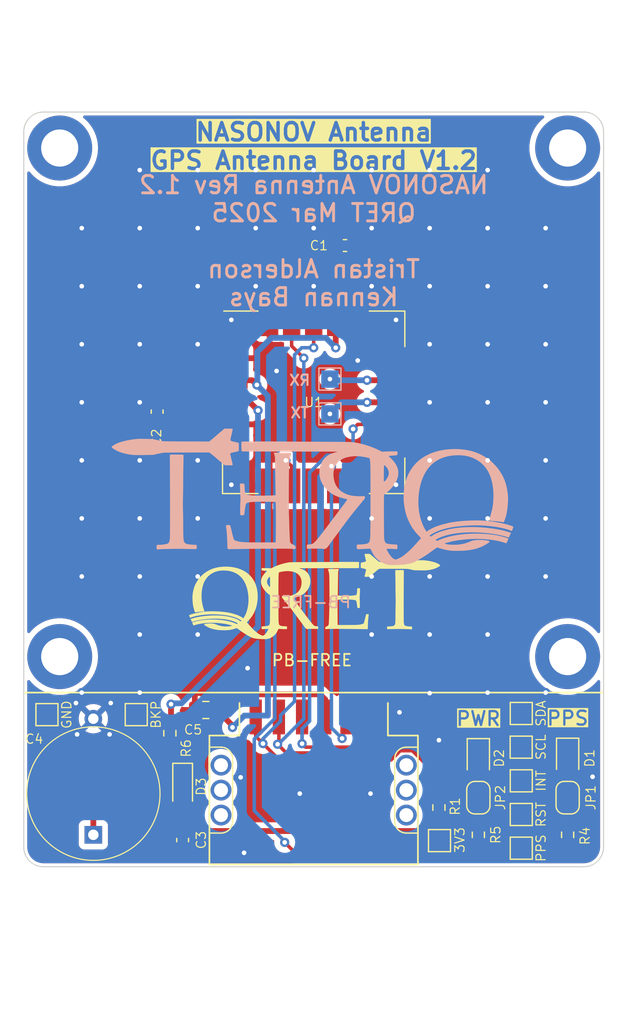
<source format=kicad_pcb>
(kicad_pcb (version 20221018) (generator pcbnew)
  (layers (0 "F.Cu" signal) (31 "B.Cu" signal) (34 "B.Paste" user) (35 "F.Paste" user) (36 "B.SilkS" user "B.Silkscreen") (37 "F.SilkS" user "F.Silkscreen") (38 "B.Mask" user) (39 "F.Mask" user) (44 "Edge.Cuts" user))
  (net 0 "")
  (net 1 "GND")
  (net 2 "+3.3V")
  (net 3 "BCKP_BATT")
  (net 4 "Net-(D1-A)")
  (net 5 "Net-(D2-A)")
  (net 6 "GPS_EXTINT")
  (net 7 "GPS_RST")
  (net 8 "SDA")
  (net 9 "SCL")
  (net 10 "GPS_PPS")
  (net 11 "Net-(JP1-B)")
  (net 12 "Net-(JP2-B)")
  (net 14 "Net-(U1-RXD)")
  (net 15 "Net-(U1-TXD)")
  (net 16 "Net-(D3-K)")
  (footprint "Resistor_SMD:R_0603_1608Metric" (layer "F.Cu") (at 169.6 136.45 90)
    (fp_text reference "R4")
    (fp_text value "2.2k")
  )
  (footprint "Diode_SMD:D_SOD-323_HandSoldering" (layer "F.Cu") (at 136.4 132.3 -90)
    (fp_text reference "D3")
    (fp_text value "1N5819WS")
  )
  (footprint "TestPoint:TestPoint_Pad_1.5x1.5mm" (layer "F.Cu") (at 165.6 126)
    (fp_text reference "TP3" hide)
    (fp_text value "SDA")
  )
  (footprint "RF_GPS:ublox_SAM-M8Q_HandSolder" (layer "F.Cu") (at 147.7 99.2)
    (fp_text reference "U1")
    (fp_text value "SAM-M10Q")
  )
  (footprint "TestPoint:TestPoint_Pad_1.5x1.5mm" (layer "F.Cu") (at 165.6 137.6)
    (fp_text reference "TP7" hide)
    (fp_text value "PPS")
  )
  (footprint "LED_SMD:LED_0805_2012Metric" (layer "F.Cu") (at 169.6 129.8125 -90)
    (fp_text reference "D1")
    (fp_text value "White")
  )
  (footprint "Capacitor_SMD:C_0603_1608Metric" (layer "F.Cu") (at 134.2 100 90)
    (fp_text reference "C2")
    (fp_text value "100nF")
  )
  (footprint "TestPoint:TestPoint_Pad_1.5x1.5mm" (layer "F.Cu") (at 158.55 136.95)
    (fp_text reference "TP8" hide)
    (fp_text value "3V3")
  )
  (footprint "MountingHole:MountingHole_3.2mm_M3_DIN965_Pad" (layer "F.Cu") (at 125.8 77.3)
    (fp_text reference "H1" hide)
    (fp_text value "MountingHole")
  )
  (footprint "LED_SMD:LED_0805_2012Metric" (layer "F.Cu") (at 161.9 129.85 -90)
    (fp_text reference "D2")
    (fp_text value "Green")
  )
  (footprint "Capacitor_SMD:C_0603_1608Metric" (layer "F.Cu") (at 150.4 85.7 180)
    (fp_text reference "C1")
    (fp_text value "100nF")
  )
  (footprint "MountingHole:MountingHole_3.2mm_M3_DIN965_Pad" (layer "F.Cu") (at 169.6 77.3)
    (fp_text reference "H2" hide)
    (fp_text value "MountingHole")
  )
  (footprint "TestPoint:TestPoint_Pad_1.5x1.5mm" (layer "F.Cu") (at 165.6 134.7)
    (fp_text reference "TP5" hide)
    (fp_text value "RST")
  )
  (footprint "Capacitor_SMD:C_0603_1608Metric" (layer "F.Cu") (at 136.4 136.9 -90)
    (fp_text reference "C3")
    (fp_text value "1uF")
  )
  (footprint "Jumper:SolderJumper-2_P1.3mm_Open_RoundedPad1.0x1.5mm" (layer "F.Cu") (at 161.9 133.25 -90)
    (fp_text reference "JP2")
    (fp_text value "ENA_PWR_LED")
  )
  (footprint "footprints:CONN_GT8E-6P-2H(55)" (layer "F.Cu") (at 147.7 132.1)
    (fp_text reference "J1" hide)
    (fp_text value "GT8E-6P-2H(55)")
  )
  (footprint "CB5R5334HF-ZJP:CB5R5334HF-ZJP" (layer "F.Cu") (at 128.7 132.9 90)
    (fp_text reference "C4")
    (fp_text value "330mF")
  )
  (footprint "MountingHole:MountingHole_3.2mm_M3_DIN965_Pad" (layer "F.Cu") (at 125.8 121.1)
    (fp_text reference "H3" hide)
    (fp_text value "MountingHole")
  )
  (footprint "Resistor_SMD:R_0603_1608Metric" (layer "F.Cu") (at 158.5 134.1 -90)
    (fp_text reference "R1")
    (fp_text value "10k")
  )
  (footprint "TestPoint:TestPoint_Pad_1.5x1.5mm" (layer "F.Cu") (at 165.592894 128.9)
    (fp_text reference "TP2" hide)
    (fp_text value "SCL")
  )
  (footprint "TestPoint:TestPoint_Pad_1.5x1.5mm" (layer "F.Cu") (at 132.4 126.1)
    (fp_text reference "TP4" hide)
    (fp_text value "BKP")
  )
  (footprint "TestPoint:TestPoint_Pad_1.5x1.5mm" (layer "F.Cu") (at 124.7 126.1)
    (fp_text reference "TP1" hide)
    (fp_text value "GND")
  )
  (footprint "Resistor_SMD:R_0603_1608Metric" (layer "F.Cu") (at 161.9 136.45 90)
    (fp_text reference "R5")
    (fp_text value "3.3k")
  )
  (footprint "Capacitor_SMD:C_0805_2012Metric" (layer "F.Cu") (at 138.4 125.7)
    (fp_text reference "C5")
    (fp_text value "47uF")
  )
  (footprint "Jumper:SolderJumper-2_P1.3mm_Open_RoundedPad1.0x1.5mm" (layer "F.Cu") (at 169.6 133.25 -90)
    (fp_text reference "JP1")
    (fp_text value "ENA_PPS_LED")
  )
  (footprint "Resistor_SMD:R_0603_1608Metric" (layer "F.Cu") (at 135.3 127.7 90)
    (fp_text reference "R6")
    (fp_text value "100R")
  )
  (footprint "TestPoint:TestPoint_Pad_1.5x1.5mm" (layer "F.Cu") (at 165.6 131.8)
    (fp_text reference "TP6" hide)
    (fp_text value "INT")
  )
  (footprint "MountingHole:MountingHole_3.2mm_M3_DIN965_Pad" (layer "F.Cu") (at 169.6 121.1)
    (fp_text reference "H4" hide)
    (fp_text value "MountingHole")
  )
  (footprint "TestPoint:TestPoint_Pad_1.5x1.5mm" (layer "B.Cu") (at 149.1 100.2)
    (fp_text reference "TP10" hide)
    (fp_text value "TX")
  )
  (footprint "TestPoint:TestPoint_Pad_1.5x1.5mm" (layer "B.Cu") (at 149.1 97.2)
    (fp_text reference "TP9" hide)
    (fp_text value "RX")
  )
  (gr_poly (pts (xy 142.771681 102.571589) (xy 142.34125 102.572735) (xy 142.018736 102.574251) (xy 141.893107 102.575221) (xy 141.788645 102.576375) (xy 141.703415 102.577744) (xy 141.635481 102.57936) (xy 141.582906 102.581253) (xy 141.543751 102.583452) (xy 141.516082 102.585993) (xy 141.505949 102.587399) (xy 141.497958 102.588901) (xy 141.491873 102.590504) (xy 141.487447 102.592213) (xy 141.484442 102.594028) (xy 141.482612 102.595955) (xy 141.480329 102.600084) (xy 141.478239 102.606706) (xy 141.474629 102.627727) (xy 141.471747 102.659629) (xy 141.469559 102.703023) (xy 141.468032 102.758523) (xy 141.467132 102.826736) (xy 141.467088 103.003767) (xy 141.467361 103.071131) (xy 141.467675 103.130222) (xy 141.468076 103.181619) (xy 141.46861 103.225905) (xy 141.468938 103.245567) (xy 141.469314 103.263669) (xy 141.469746 103.280288) (xy 141.470238 103.295493) (xy 141.470796 103.309361) (xy 141.471423 103.321965) (xy 141.472124 103.333374) (xy 141.47291 103.343668) (xy 141.473781 103.352911) (xy 141.474743 103.361185) (xy 141.475805 103.368559) (xy 141.476969 103.375106) (xy 141.47759 103.37809) (xy 141.478243 103.380899) (xy 141.478921 103.383535) (xy 141.479627 103.38601) (xy 141.480367 103.388336) (xy 141.481133 103.390519) (xy 141.481934 103.392565) (xy 141.482765 103.39449) (xy 141.483628 103.396297) (xy 141.484527 103.398) (xy 141.485458 103.399605) (xy 141.486424 103.401123) (xy 141.487425 103.402562) (xy 141.48846 103.403932) (xy 141.490645 103.406498) (xy 141.492982 103.408896) (xy 141.495474 103.411199) (xy 141.498131 103.413481) (xy 141.500956 103.41581) (xy 141.525574 103.42379) (xy 141.605553 103.429899) (xy 142.101737 103.437507) (xy 145.629868 103.441209) (xy 148.524585 103.444738) (xy 149.407124 103.448352) (xy 149.733379 103.452499) (xy 149.733509 103.453228) (xy 149.733114 103.454083) (xy 149.730801 103.456159) (xy 149.726542 103.458701) (xy 149.720435 103.461671) (xy 149.703093 103.46877) (xy 149.679579 103.477193) (xy 149.65071 103.486675) (xy 149.617292 103.496949) (xy 149.580137 103.507753) (xy 149.540057 103.518823) (xy 149.480572 103.535085) (xy 149.424669 103.551157) (xy 149.372034 103.567188) (xy 149.322348 103.583314) (xy 149.27529 103.59968) (xy 149.230544 103.616428) (xy 149.187789 103.633701) (xy 149.14671 103.651643) (xy 149.106985 103.670393) (xy 149.068297 103.690098) (xy 149.03033 103.710898) (xy 148.992767 103.732935) (xy 148.955283 103.756354) (xy 148.917563 103.781297) (xy 148.879291 103.807905) (xy 148.840146 103.836321) (xy 148.791934 103.873897) (xy 148.745236 103.913547) (xy 148.700109 103.955198) (xy 148.656613 103.998776) (xy 148.6148 104.044206) (xy 148.574736 104.091412) (xy 148.536472 104.140323) (xy 148.500066 104.190863) (xy 148.465583 104.242958) (xy 148.433071 104.296532) (xy 148.402597 104.351511) (xy 148.374213 104.407822) (xy 148.347981 104.465388) (xy 148.323953 104.524138) (xy 148.302193 104.583996) (xy 148.282756 104.644889) (xy 148.256857 104.73787) (xy 148.235253 104.831007) (xy 148.21793 104.924183) (xy 148.204881 105.01729) (xy 148.196098 105.110215) (xy 148.191575 105.202845) (xy 148.1913 105.295071) (xy 148.195268 105.38678) (xy 148.203468 105.477859) (xy 148.215893 105.568202) (xy 148.232536 105.657691) (xy 148.253388 105.746217) (xy 148.278439 105.833669) (xy 148.307684 105.919932) (xy 148.341108 106.004898) (xy 148.378712 106.088455) (xy 148.433838 106.195871) (xy 148.494344 106.300018) (xy 148.560085 106.400764) (xy 148.630926 106.497985) (xy 148.706719 106.591554) (xy 148.78732 106.681336) (xy 148.872588 106.767209) (xy 148.962382 106.849043) (xy 149.056559 106.92671) (xy 149.154975 107.000083) (xy 149.257486 107.069031) (xy 149.363955 107.133427) (xy 149.474234 107.193141) (xy 149.58818 107.248052) (xy 149.705655 107.298024) (xy 149.826513 107.342932) (xy 149.895525 107.365255) (xy 149.987026 107.392651) (xy 150.204691 107.453881) (xy 150.413886 107.509025) (xy 150.494805 107.528817) (xy 150.549001 107.540489) (xy 150.554486 107.54133) (xy 150.559812 107.54226) (xy 150.564953 107.543271) (xy 150.56988 107.544346) (xy 150.574568 107.545481) (xy 150.57899 107.546665) (xy 150.583118 107.547885) (xy 150.586924 107.549132) (xy 150.590385 107.550395) (xy 150.59347 107.551663) (xy 150.596156 107.55293) (xy 150.597337 107.553559) (xy 150.598411 107.554181) (xy 150.599372 107.554799) (xy 150.600215 107.555407) (xy 150.600937 107.556005) (xy 150.601535 107.556597) (xy 150.602006 107.557174) (xy 150.602347 107.557744) (xy 150.602552 107.558296) (xy 150.602622 107.558832) (xy 150.596124 107.574138) (xy 150.573652 107.609302) (xy 150.462925 107.76362) (xy 150.234721 108.070601) (xy 149.853325 108.579063) (xy 149.115004 109.560339) (xy 148.611897 110.225302) (xy 148.292415 110.641822) (xy 148.185407 110.778125) (xy 148.104957 110.877765) (xy 148.032783 110.965278) (xy 147.967563 111.043007) (xy 147.908449 111.111553) (xy 147.854595 111.171519) (xy 147.805146 111.223508) (xy 147.759254 111.268117) (xy 147.737377 111.287844) (xy 147.716068 111.305953) (xy 147.695226 111.322517) (xy 147.674744 111.337611) (xy 147.654512 111.351313) (xy 147.634427 111.3637) (xy 147.614381 111.374843) (xy 147.594267 111.384817) (xy 147.573983 111.393697) (xy 147.55342 111.401562) (xy 147.532473 111.408485) (xy 147.511032 111.414539) (xy 147.488996 111.419803) (xy 147.466255 111.424352) (xy 147.418237 111.431597) (xy 147.366131 111.436881) (xy 147.30909 111.4408) (xy 147.239702 111.445306) (xy 147.211657 111.447821) (xy 147.187645 111.45092) (xy 147.17706 111.452781) (xy 147.167372 111.454902) (xy 147.158543 111.45732) (xy 147.150537 111.460072) (xy 147.143318 111.463199) (xy 147.136846 111.466736) (xy 147.131085 111.470723) (xy 147.125999 111.475196) (xy 147.121546 111.480193) (xy 147.117697 111.485755) (xy 147.114408 111.491917) (xy 147.111644 111.49872) (xy 147.109367 111.506196) (xy 147.107542 111.514389) (xy 147.106131 111.523336) (xy 147.105097 111.53307) (xy 147.104005 111.555072) (xy 147.103972 111.58069) (xy 147.10589 111.643996) (xy 147.107014 111.675387) (xy 147.108415 111.703018) (xy 147.110292 111.727102) (xy 147.112858 111.747848) (xy 147.11446 111.757038) (xy 147.116314 111.76547) (xy 147.118443 111.773175) (xy 147.120871 111.780178) (xy 147.123627 111.786503) (xy 147.126736 111.792181) (xy 147.130221 111.797234) (xy 147.134111 111.801691) (xy 147.138432 111.805578) (xy 147.143207 111.808919) (xy 147.148465 111.811744) (xy 147.154232 111.814077) (xy 147.160529 111.815944) (xy 147.167387 111.817374) (xy 147.174829 111.81839) (xy 147.182882 111.819022) (xy 147.191573 111.819293) (xy 147.200926 111.81923) (xy 147.221722 111.818211) (xy 147.245478 111.816175) (xy 147.272401 111.813334) (xy 147.374091 111.807099) (xy 147.526599 111.803144) (xy 147.71221 111.801377) (xy 147.913222 111.801692) (xy 148.111915 111.803989) (xy 148.290583 111.808174) (xy 148.431515 111.814143) (xy 148.516999 111.8218) (xy 148.555048 111.827808) (xy 148.571169 111.830148) (xy 148.585638 111.832031) (xy 148.598658 111.833451) (xy 148.610438 111.8344) (xy 148.621193 111.83487) (xy 148.631123 111.834852) (xy 148.640445 111.834339) (xy 148.649361 111.833319) (xy 148.658084 111.831788) (xy 148.666821 111.829737) (xy 148.675781 111.827156) (xy 148.685174 111.824037) (xy 148.695208 111.820373) (xy 148.706089 111.816155) (xy 148.720873 111.810171) (xy 148.735587 111.803328) (xy 148.750232 111.795635) (xy 148.764807 111.787095) (xy 148.779302 111.777711) (xy 148.793724 111.767488) (xy 148.808068 111.756429) (xy 148.822331 111.744542) (xy 148.836509 111.731827) (xy 148.850604 111.718288) (xy 148.864613 111.70393) (xy 148.878531 111.688758) (xy 148.89236 111.672776) (xy 148.906094 111.655989) (xy 148.919736 111.638398) (xy 148.933278 111.62001) (xy 149.472324 110.891878) (xy 149.900948 110.312264) (xy 150.247023 109.8406) (xy 150.614177 109.346026) (xy 150.792428 109.112407) (xy 150.972334 108.881219) (xy 151.157795 108.647452) (xy 151.352718 108.406095) (xy 151.786545 107.880568) (xy 151.907671 107.735257) (xy 151.956257 107.676519) (xy 151.997528 107.625883) (xy 152.031995 107.582462) (xy 152.046838 107.563184) (xy 152.060166 107.54538) (xy 152.072047 107.528939) (xy 152.082543 107.51375) (xy 152.091718 107.499705) (xy 152.099636 107.486689) (xy 152.106358 107.474597) (xy 152.111948 107.463318) (xy 152.116471 107.452737) (xy 152.119989 107.442749) (xy 152.122566 107.433241) (xy 152.124261 107.424104) (xy 152.125146 107.415228) (xy 152.125278 107.4065) (xy 152.12472 107.397811) (xy 152.12354 107.389051) (xy 152.121794 107.38011) (xy 152.119553 107.370875) (xy 152.113826 107.351095) (xy 152.106868 107.328823) (xy 152.104281 107.320284) (xy 152.101787 107.312627) (xy 152.099347 107.305815) (xy 152.096923 107.299806) (xy 152.095704 107.297088) (xy 152.094475 107.294556) (xy 152.093227 107.292204) (xy 152.09196 107.290028) (xy 152.090666 107.288021) (xy 152.089343 107.286174) (xy 152.087983 107.284489) (xy 152.086584 107.28296) (xy 152.085137 107.281579) (xy 152.083641 107.280341) (xy 152.08209 107.279242) (xy 152.08048 107.278276) (xy 152.078802 107.277438) (xy 152.077054 107.276723) (xy 152.075233 107.276124) (xy 152.07333 107.275639) (xy 152.071346 107.275264) (xy 152.06927 107.274987) (xy 152.067098 107.27481) (xy 152.064829 107.274726) (xy 152.062455 107.274727) (xy 152.059969 107.274809) (xy 152.054654 107.2752) (xy 151.937324 107.284094) (xy 151.804712 107.288673) (xy 151.662048 107.289114) (xy 151.514553 107.285605) (xy 151.367456 107.278326) (xy 151.225981 107.26746) (xy 151.095355 107.253188) (xy 150.980799 107.235688) (xy 150.901998 107.220256) (xy 150.823918 107.202059) (xy 150.746716 107.181172) (xy 150.670555 107.157678) (xy 150.595592 107.131657) (xy 150.521988 107.103182) (xy 150.449901 107.072334) (xy 150.37949 107.03919) (xy 150.310916 107.003831) (xy 150.244336 106.966336) (xy 150.179908 106.926782) (xy 150.117796 106.885248) (xy 150.058154 106.841811) (xy 150.001145 106.796552) (xy 149.946926 106.749548) (xy 149.895656 106.700877) (xy 149.850571 106.654812) (xy 149.807889 106.607574) (xy 149.767567 106.559088) (xy 149.729562 106.509273) (xy 149.693833 106.458057) (xy 149.660333 106.405353) (xy 149.629022 106.35109) (xy 149.599851 106.295182) (xy 149.572783 106.237557) (xy 149.547769 106.178132) (xy 149.524772 106.116831) (xy 149.503743 106.053573) (xy 149.48464 105.988284) (xy 149.467419 105.92088) (xy 149.452041 105.851286) (xy 149.438457 105.779421) (xy 149.425513 105.695167) (xy 149.41577 105.61229) (xy 149.409209 105.530826) (xy 149.405805 105.45082) (xy 149.405535 105.372305) (xy 149.408381 105.295323) (xy 149.41431 105.219906) (xy 149.423308 105.146096) (xy 149.435353 105.073935) (xy 149.450421 105.003456) (xy 149.468485 104.934697) (xy 149.489528 104.867699) (xy 149.513527 104.802501) (xy 149.540458 104.739141) (xy 149.570298 104.67765) (xy 149.603028 104.618077) (xy 149.638621 104.560455) (xy 149.677055 104.504822) (xy 149.718312 104.451215) (xy 149.762364 104.399675) (xy 149.809192 104.350239) (xy 149.858773 104.302946) (xy 149.911082 104.257835) (xy 149.966101 104.214941) (xy 150.023805 104.174305) (xy 150.084172 104.135964) (xy 150.147176 104.099956) (xy 150.212802 104.066322) (xy 150.281019 104.035098) (xy 150.35181 104.006321) (xy 150.425153 103.98003) (xy 150.501023 103.956266) (xy 150.561656 103.939419) (xy 150.624342 103.923819) (xy 150.688845 103.909488) (xy 150.754934 103.896447) (xy 150.890952 103.874336) (xy 151.030543 103.857663) (xy 151.171852 103.846617) (xy 151.313029 103.84137) (xy 151.452222 103.842112) (xy 151.520496 103.844784) (xy 151.587581 103.849021) (xy 151.656902 103.854678) (xy 151.729292 103.861995) (xy 151.879392 103.880838) (xy 152.030119 103.904011) (xy 152.173719 103.929985) (xy 152.302437 103.957211) (xy 152.358789 103.970815) (xy 152.408517 103.984157) (xy 152.45064 103.997045) (xy 152.484199 104.009284) (xy 152.508219 104.020686) (xy 152.51635 104.026011) (xy 152.521734 104.031054) (xy 152.526976 104.039712) (xy 152.532108 104.05296) (xy 152.54202 104.093055) (xy 152.5514 104.151011) (xy 152.560188 104.226493) (xy 152.568313 104.319176) (xy 152.575709 104.428724) (xy 152.582311 104.554809) (xy 152.588056 104.6971) (xy 152.597251 105.821005) (xy 152.598111 107.836821) (xy 152.591827 109.802897) (xy 152.57959 110.777579) (xy 152.572849 110.847037) (xy 152.565369 110.912295) (xy 152.55719 110.972988) (xy 152.548368 111.028755) (xy 152.538951 111.07923) (xy 152.528987 111.12405) (xy 152.523818 111.144223) (xy 152.51853 111.16285) (xy 152.513128 111.179878) (xy 152.507624 111.195266) (xy 152.502557 111.207677) (xy 152.496391 111.220008) (xy 152.489191 111.23221) (xy 152.481009 111.244236) (xy 152.471911 111.25604) (xy 152.461958 111.267571) (xy 152.451204 111.278786) (xy 152.439712 111.289635) (xy 152.427545 111.300068) (xy 152.414759 111.310043) (xy 152.401411 111.31951) (xy 152.387567 111.328418) (xy 152.373287 111.336723) (xy 152.358627 111.344379) (xy 152.343648 111.351333) (xy 152.328412 111.357545) (xy 152.305095 111.365471) (xy 152.277264 111.373336) (xy 152.210011 111.388633) (xy 152.13052 111.402938) (xy 152.042662 111.415753) (xy 151.950307 111.426584) (xy 151.857321 111.434933) (xy 151.767578 111.440309) (xy 151.684945 111.442209) (xy 151.638572 111.442385) (xy 151.597643 111.443077) (xy 151.561829 111.444544) (xy 151.530782 111.44704) (xy 151.516942 111.448751) (xy 151.504169 111.450816) (xy 151.492417 111.453262) (xy 151.481646 111.456126) (xy 151.471813 111.459437) (xy 151.462879 111.463227) (xy 151.454797 111.467528) (xy 151.447527 111.472372) (xy 151.441024 111.477791) (xy 151.435248 111.483818) (xy 151.430157 111.490479) (xy 151.425709 111.497814) (xy 151.421859 111.50585) (xy 151.418565 111.514617) (xy 151.415787 111.524152) (xy 151.413483 111.534485) (xy 151.411608 111.545644) (xy 151.41012 111.557666) (xy 151.408136 111.584417) (xy 151.407195 111.614992) (xy 151.406956 111.649644) (xy 151.407976 111.71773) (xy 151.410174 111.74529) (xy 151.41432 111.768884) (xy 151.417315 111.779274) (xy 151.42103 111.788771) (xy 151.425539 111.797406) (xy 151.430917 111.805219) (xy 151.437246 111.812236) (xy 151.444602 111.818492) (xy 151.453059 111.824022) (xy 151.462695 111.828855) (xy 151.47359 111.833027) (xy 151.485817 111.836573) (xy 151.51458 111.841908) (xy 151.549605 111.845128) (xy 151.591502 111.846493) (xy 151.640893 111.846274) (xy 151.698391 111.844731) (xy 151.840168 111.838733) (xy 152.353812 111.814745) (xy 152.545723 111.806277) (xy 152.595112 111.850022) (xy 152.601731 111.856182) (xy 152.608375 111.863051) (xy 152.615066 111.870684) (xy 152.621835 111.879127) (xy 152.628703 111.888428) (xy 152.635692 111.89864) (xy 152.642833 111.90981) (xy 152.650145 111.921988) (xy 152.665391 111.949571) (xy 152.681631 111.981785) (xy 152.699059 112.019024) (xy 152.717877 112.061688) (xy 152.737555 112.105549) (xy 152.757499 112.147803) (xy 152.777807 112.188587) (xy 152.798577 112.228043) (xy 152.819909 112.266322) (xy 152.841902 112.303558) (xy 152.864656 112.339898) (xy 152.88827 112.375484) (xy 152.912843 112.410459) (xy 152.938476 112.444961) (xy 152.965265 112.479138) (xy 152.993311 112.513133) (xy 153.022712 112.547087) (xy 153.053568 112.58114) (xy 153.085981 112.615436) (xy 153.120045 112.650121) (xy 153.187228 112.71438) (xy 153.255939 112.774854) (xy 153.326149 112.831527) (xy 153.397837 112.884389) (xy 153.470967 112.933421) (xy 153.54552 112.978611) (xy 153.621467 113.019943) (xy 153.698777 113.057403) (xy 153.777429 113.090979) (xy 153.857391 113.120652) (xy 153.938641 113.146412) (xy 154.02115 113.168242) (xy 154.104892 113.186128) (xy 154.189836 113.200055) (xy 154.275959 113.21001) (xy 154.363233 113.215977) (xy 154.465725 113.217915) (xy 154.605041 113.216661) (xy 154.944082 113.20663) (xy 155.280214 113.189982) (xy 155.415894 113.180461) (xy 155.51329 113.170821) (xy 155.591482 113.15983) (xy 155.677375 113.146392) (xy 155.767041 113.131234) (xy 155.856541 113.115083) (xy 155.941942 113.098667) (xy 156.019306 113.082716) (xy 156.084696 113.067953) (xy 156.134179 113.05511) (xy 156.186445 113.038735) (xy 156.243012 113.018025) (xy 156.30434 112.992752) (xy 156.370893 112.962681) (xy 156.443134 112.927587) (xy 156.521529 112.887232) (xy 156.606537 112.841389) (xy 156.698622 112.789822) (xy 156.875115 112.68943) (xy 157.031579 112.597864) (xy 157.175244 112.510471) (xy 157.31334 112.42258) (xy 157.453086 112.329529) (xy 157.601713 112.226653) (xy 157.766444 112.109297) (xy 157.954513 111.972788) (xy 158.059842 111.895878) (xy 158.104341 111.863679) (xy 158.143887 111.835338) (xy 158.178844 111.810617) (xy 158.209579 111.789282) (xy 158.236454 111.771099) (xy 158.25984 111.75583) (xy 158.2801 111.743239) (xy 158.297601 111.733092) (xy 158.305433 111.728862) (xy 158.31271 111.725154) (xy 158.319481 111.721938) (xy 158.325789 111.719185) (xy 158.331681 111.716868) (xy 158.337205 111.714954) (xy 158.342407 111.713418) (xy 158.347328 111.712224) (xy 158.352017 111.711347) (xy 158.356519 111.710758) (xy 158.36088 111.710427) (xy 158.365146 111.710323) (xy 158.371445 111.710617) (xy 158.379164 111.711476) (xy 158.398439 111.714795) (xy 158.422146 111.72007) (xy 158.449459 111.727077) (xy 158.479551 111.735607) (xy 158.511592 111.745445) (xy 158.54476 111.756372) (xy 158.578224 111.768177) (xy 158.681319 111.802564) (xy 158.793394 111.835556) (xy 158.912317 111.866701) (xy 159.035953 111.89553) (xy 159.162167 111.921582) (xy 159.288827 111.944389) (xy 159.413802 111.963495) (xy 159.534956 111.978434) (xy 159.634656 111.985191) (xy 159.771648 111.989634) (xy 159.934535 111.991827) (xy 160.111924 111.991838) (xy 160.292424 111.989733) (xy 160.464637 111.985577) (xy 160.617172 111.979436) (xy 160.738634 111.971376) (xy 160.859413 111.95984) (xy 160.975871 111.946877) (xy 161.088287 111.932416) (xy 161.196935 111.916387) (xy 161.302098 111.898724) (xy 161.404045 111.879351) (xy 161.503056 111.858203) (xy 161.599411 111.835205) (xy 161.693384 111.810289) (xy 161.785253 111.783385) (xy 161.875297 111.754424) (xy 161.963787 111.72333) (xy 162.051005 111.690038) (xy 162.137228 111.654478) (xy 162.22273 111.616576) (xy 162.30779 111.576265) (xy 162.371452 111.543556) (xy 162.440852 111.505865) (xy 162.512999 111.464968) (xy 162.584896 111.42263) (xy 162.653554 111.380626) (xy 162.715976 111.340718) (xy 162.769171 111.304685) (xy 162.791374 111.288672) (xy 162.810144 111.274287) (xy 162.821118 111.265508) (xy 162.830787 111.257634) (xy 162.839202 111.250572) (xy 162.842955 111.247319) (xy 162.846416 111.244236) (xy 162.849587 111.241311) (xy 162.85248 111.238537) (xy 162.855099 111.235896) (xy 162.857447 111.233386) (xy 162.859536 111.230985) (xy 162.861368 111.228692) (xy 162.862953 111.22649) (xy 162.864296 111.22437) (xy 162.865404 111.222318) (xy 162.866283 111.220329) (xy 162.866936 111.218386) (xy 162.867375 111.21648) (xy 162.867605 111.214598) (xy 162.86763 111.212733) (xy 162.86746 111.210871) (xy 162.867097 111.209003) (xy 162.866551 111.207115) (xy 162.865829 111.205197) (xy 162.864934 111.203236) (xy 162.863875 111.201227) (xy 162.862658 111.199154) (xy 162.86129 111.197006) (xy 162.858124 111.192443) (xy 162.851214 111.183676) (xy 162.843122 111.175339) (xy 162.833763 111.167409) (xy 162.823044 111.159857) (xy 162.810879 111.152649) (xy 162.797177 111.145761) (xy 162.781853 111.139163) (xy 162.764812 111.132824) (xy 162.745973 111.126717) (xy 162.725239 111.120813) (xy 162.702527 111.115085) (xy 162.677744 111.109498) (xy 162.621617 111.098643) (xy 162.556145 111.088022) (xy 162.487178 111.078198) (xy 162.415115 111.069878) (xy 162.340589 111.063055) (xy 162.264244 111.057706) (xy 162.108645 111.051385) (xy 161.953425 111.050804) (xy 161.803696 111.055845) (xy 161.732486 111.060439) (xy 161.664565 111.066393) (xy 161.600574 111.073695) (xy 161.541147 111.08233) (xy 161.486924 111.092283) (xy 161.438546 111.103545) (xy 161.414045 111.110366) (xy 161.385673 111.118978) (xy 161.354458 111.129042) (xy 161.321422 111.140232) (xy 161.287595 111.152217) (xy 161.253999 111.164662) (xy 161.22166 111.177242) (xy 161.191601 111.18962) (xy 161.096259 111.228493) (xy 161.002622 111.264185) (xy 160.910339 111.29676) (xy 160.819066 111.326279) (xy 160.728457 111.352806) (xy 160.63816 111.376401) (xy 160.547828 111.397128) (xy 160.457116 111.415047) (xy 160.36568 111.430223) (xy 160.273165 111.442712) (xy 160.179232 111.452581) (xy 160.083528 111.459894) (xy 159.985703 111.464706) (xy 159.88542 111.467087) (xy 159.782323 111.467092) (xy 159.676067 111.464789) (xy 159.615812 111.462892) (xy 159.555704 111.460466) (xy 159.442352 111.454557) (xy 159.348844 111.448118) (xy 159.313541 111.445032) (xy 159.288012 111.442212) (xy 159.264314 111.438376) (xy 159.239516 111.433826) (xy 159.214008 111.428675) (xy 159.188176 111.423027) (xy 159.137101 111.410707) (xy 159.089398 111.39776) (xy 159.067784 111.391331) (xy 159.048178 111.385077) (xy 159.030971 111.379113) (xy 159.016548 111.373552) (xy 159.005303 111.368501) (xy 158.997621 111.364077) (xy 158.995237 111.362131) (xy 158.99389 111.360387) (xy 158.993629 111.358851) (xy 158.994501 111.357543) (xy 159.003251 111.353034) (xy 159.021831 111.346071) (xy 159.083755 111.326104) (xy 159.273548 111.271114) (xy 159.488214 111.213479) (xy 159.581224 111.1902) (xy 159.652079 111.1741) (xy 160.04535 111.102218) (xy 160.445851 111.045401) (xy 160.851411 111.003766) (xy 161.259863 110.977426) (xy 161.669045 110.966497) (xy 162.076787 110.971097) (xy 162.480925 110.991341) (xy 162.879289 111.027343) (xy 163.059881 111.050306) (xy 163.2477 111.079268) (xy 163.437271 111.113093) (xy 163.623123 111.150639) (xy 163.799778 111.190765) (xy 163.961765 111.232329) (xy 164.103612 111.274193) (xy 164.165272 111.294877) (xy 164.219844 111.31521) (xy 164.234537 111.320878) (xy 164.248751 111.32617) (xy 164.262135 111.330961) (xy 164.274349 111.335142) (xy 164.28504 111.338596) (xy 164.293863 111.341206) (xy 164.297465 111.342158) (xy 164.300468 111.342856) (xy 164.302835 111.343287) (xy 164.304511 111.343434) (xy 164.306528 111.342437) (xy 164.309364 111.339523) (xy 164.317256 111.328451) (xy 164.327729 111.311165) (xy 164.34032 111.288642) (xy 164.369996 111.231736) (xy 164.402584 111.165456) (xy 164.434379 111.097522) (xy 164.461675 111.035655) (xy 164.480769 110.987583) (xy 164.486083 110.971129) (xy 164.487957 110.961022) (xy 164.48735 110.953312) (xy 164.485355 110.945983) (xy 164.481705 110.938911) (xy 164.476137 110.931984) (xy 164.468388 110.925082) (xy 164.458191 110.918086) (xy 164.445281 110.910878) (xy 164.429396 110.903343) (xy 164.410267 110.895362) (xy 164.387635 110.886815) (xy 164.330793 110.867558) (xy 164.256755 110.844629) (xy 164.163402 110.817088) (xy 164.00006 110.770635) (xy 163.839594 110.729357) (xy 163.679461 110.692741) (xy 163.517112 110.660278) (xy 163.35 110.631451) (xy 163.17558 110.605752) (xy 162.991302 110.582664) (xy 162.794623 110.561677) (xy 162.508604 110.537027) (xy 162.223025 110.519645) (xy 161.938551 110.509468) (xy 161.655856 110.506423) (xy 161.375608 110.510438) (xy 161.098478 110.521444) (xy 160.825134 110.53937) (xy 160.556249 110.564147) (xy 160.292487 110.595703) (xy 160.034523 110.633969) (xy 159.783024 110.678874) (xy 159.538661 110.73035) (xy 159.302101 110.788322) (xy 159.074019 110.852725) (xy 158.855081 110.923485) (xy 158.645957 111.000532) (xy 158.612838 111.014096) (xy 158.579702 111.028072) (xy 158.547456 111.04208) (xy 158.517017 111.055744) (xy 158.489287 111.068675) (xy 158.465181 111.080504) (xy 158.445603 111.090842) (xy 158.437798 111.095334) (xy 158.431466 111.09931) (xy 158.41936 111.106206) (xy 158.40737 111.11207) (xy 158.395487 111.116904) (xy 158.383689 111.120698) (xy 158.377817 111.122205) (xy 158.371966 111.123451) (xy 158.366127 111.124434) (xy 158.360302 111.125156) (xy 158.35449 111.125617) (xy 158.348685 111.125814) (xy 158.34289 111.125747) (xy 158.337099 111.125418) (xy 158.331312 111.12482) (xy 158.325531 111.123962) (xy 158.319746 111.122834) (xy 158.313961 111.121442) (xy 158.308176 111.119784) (xy 158.302382 111.117857) (xy 158.296583 111.115662) (xy 158.290776 111.113202) (xy 158.279126 111.10747) (xy 158.267423 111.100662) (xy 158.25565 111.092768) (xy 158.24379 111.083789) (xy 158.20428 111.051333) (xy 158.3087 110.986423) (xy 158.378798 110.945181) (xy 158.45356 110.905724) (xy 158.534473 110.867458) (xy 158.623027 110.829789) (xy 158.720707 110.792118) (xy 158.829004 110.753852) (xy 158.949407 110.714395) (xy 159.0834 110.673153) (xy 159.2199 110.635032) (xy 159.364387 110.599545) (xy 159.674746 110.536718) (xy 160.00931 110.485137) (xy 160.362927 110.44526) (xy 160.730433 110.417556) (xy 161.10667 110.402487) (xy 161.486479 110.400511) (xy 161.8647 110.412099) (xy 162.228491 110.434721) (xy 162.581634 110.46528) (xy 162.921679 110.503381) (xy 163.246179 110.548624) (xy 163.552686 110.600614) (xy 163.838757 110.658955) (xy 164.101939 110.72325) (xy 164.224185 110.757504) (xy 164.339791 110.7931) (xy 164.406703 110.814823) (xy 164.433755 110.823208) (xy 164.457045 110.829833) (xy 164.467394 110.832462) (xy 164.476942 110.834625) (xy 164.485739 110.836306) (xy 164.493828 110.837498) (xy 164.501256 110.838196) (xy 164.508074 110.838383) (xy 164.514327 110.838054) (xy 164.520059 110.837194) (xy 164.525322 110.835801) (xy 164.53016 110.83386) (xy 164.534619 110.83136) (xy 164.53875 110.828294) (xy 164.542599 110.824651) (xy 164.546209 110.820422) (xy 164.549633 110.815597) (xy 164.552911 110.810163) (xy 164.556096 110.804117) (xy 164.559234 110.797444) (xy 164.565552 110.782179) (xy 164.57968 110.74371) (xy 164.585974 110.727094) (xy 164.594053 110.707352) (xy 164.603591 110.685196) (xy 164.61425 110.661339) (xy 164.625706 110.636487) (xy 164.637622 110.611353) (xy 164.649672 110.586649) (xy 164.661524 110.563087) (xy 164.667208 110.551556) (xy 164.672604 110.540278) (xy 164.677693 110.529317) (xy 164.682446 110.518727) (xy 164.686847 110.508566) (xy 164.690866 110.498894) (xy 164.694487 110.489768) (xy 164.697683 110.481242) (xy 164.700433 110.473382) (xy 164.702713 110.46624) (xy 164.7045 110.459874) (xy 164.705776 110.454346) (xy 164.70651 110.449706) (xy 164.70667 110.447742) (xy 164.706687 110.446021) (xy 164.706557 110.444552) (xy 164.706278 110.443343) (xy 164.705852 110.442399) (xy 164.705269 110.441733) (xy 164.699214 110.438005) (xy 164.687722 110.432747) (xy 164.650366 110.418273) (xy 164.597069 110.399566) (xy 164.531701 110.377881) (xy 164.380227 110.330608) (xy 164.30186 110.307533) (xy 164.2269 110.286511) (xy 163.927098 110.212627) (xy 163.598273 110.146014) (xy 163.246992 110.087479) (xy 162.879818 110.037802) (xy 162.503321 109.997783) (xy 162.12406 109.968215) (xy 161.748601 109.949895) (xy 161.383512 109.943611) (xy 160.989435 109.949322) (xy 160.613992 109.966542) (xy 160.432927 109.979509) (xy 160.256114 109.995404) (xy 160.083424 110.014241) (xy 159.91472 110.036037) (xy 159.749872 110.060814) (xy 159.588741 110.088582) (xy 159.431194 110.119357) (xy 159.277098 110.15316) (xy 159.126316 110.190007) (xy 158.978716 110.229912) (xy 158.834163 110.272893) (xy 158.692523 110.318966) (xy 158.560634 110.365283) (xy 158.444652 110.408793) (xy 158.391771 110.429894) (xy 158.341834 110.450779) (xy 158.294503 110.471602) (xy 158.249434 110.492532) (xy 158.206282 110.513726) (xy 158.164706 110.535348) (xy 158.124361 110.557551) (xy 158.084906 110.580507) (xy 158.045999 110.604369) (xy 158.00729 110.629306) (xy 157.968442 110.655471) (xy 157.929111 110.683032) (xy 157.906475 110.699192) (xy 157.886065 110.713294) (xy 157.876636 110.71958) (xy 157.867691 110.725362) (xy 157.859213 110.730641) (xy 157.85117 110.735418) (xy 157.843543 110.739705) (xy 157.836309 110.743496) (xy 157.829443 110.746793) (xy 157.822924 110.749609) (xy 157.816725 110.751939) (xy 157.810822 110.75379) (xy 157.805197 110.75516) (xy 157.799818 110.756056) (xy 157.79467 110.756483) (xy 157.789725 110.756443) (xy 157.784962 110.755936) (xy 157.780352 110.754967) (xy 157.775877 110.753539) (xy 157.771513 110.751655) (xy 157.767236 110.749319) (xy 157.763019 110.746532) (xy 157.758844 110.7433) (xy 157.754683 110.739625) (xy 157.750516 110.735509) (xy 157.746316 110.730956) (xy 157.742061 110.725968) (xy 157.737729 110.720551) (xy 157.733294 110.714704) (xy 157.728733 110.708432) (xy 157.700512 110.668922) (xy 157.831745 110.584255) (xy 157.923851 110.527414) (xy 158.021707 110.472297) (xy 158.125107 110.418964) (xy 158.233847 110.367495) (xy 158.347719 110.31795) (xy 158.466521 110.270401) (xy 158.59005 110.224913) (xy 158.7181 110.18156) (xy 158.850464 110.140403) (xy 158.986942 110.101515) (xy 159.127324 110.064962) (xy 159.271409 110.030813) (xy 159.569868 109.97) (xy 159.880678 109.919621) (xy 160.01455 109.901973) (xy 160.170067 109.884278) (xy 160.523616 109.850654) (xy 160.896481 109.822586) (xy 161.07614 109.811835) (xy 161.243812 109.80391) (xy 161.522175 109.796855) (xy 161.812577 109.797737) (xy 162.110786 109.806292) (xy 162.412564 109.822254) (xy 162.713683 109.845361) (xy 163.009907 109.875347) (xy 163.297002 109.911949) (xy 163.570733 109.954899) (xy 163.717382 109.981805) (xy 163.869207 110.012976) (xy 164.021063 110.047124) (xy 164.167812 110.082957) (xy 164.304304 110.11919) (xy 164.425405 110.154527) (xy 164.525966 110.187684) (xy 164.566937 110.203039) (xy 164.600845 110.217367) (xy 164.623867 110.227408) (xy 164.644854 110.236387) (xy 164.663925 110.244336) (xy 164.681191 110.251276) (xy 164.696773 110.257243) (xy 164.710781 110.26226) (xy 164.723333 110.266363) (xy 164.729102 110.268081) (xy 164.734549 110.269577) (xy 164.739688 110.27086) (xy 164.74454 110.271929) (xy 164.749113 110.272794) (xy 164.753423 110.273453) (xy 164.757484 110.273911) (xy 164.761313 110.274173) (xy 164.764922 110.27424) (xy 164.768328 110.27412) (xy 164.771541 110.273813) (xy 164.774581 110.273323) (xy 164.777459 110.272654) (xy 164.780187 110.27181) (xy 164.782789 110.270795) (xy 164.785269 110.269611) (xy 164.787647 110.268264) (xy 164.789935 110.266755) (xy 164.795249 110.26063) (xy 164.802036 110.249577) (xy 164.810042 110.234252) (xy 164.819016 110.215315) (xy 164.838874 110.169248) (xy 164.859609 110.11665) (xy 164.879217 110.062791) (xy 164.895701 110.012955) (xy 164.902145 109.991188) (xy 164.907059 109.972409) (xy 164.91019 109.95727) (xy 164.911291 109.946432) (xy 164.910497 109.938057) (xy 164.908049 109.929823) (xy 164.903848 109.921683) (xy 164.897796 109.91358) (xy 164.889793 109.90546) (xy 164.879738 109.89727) (xy 164.867534 109.888956) (xy 164.85308 109.880462) (xy 164.836279 109.87174) (xy 164.817033 109.862731) (xy 164.795236 109.853382) (xy 164.770796 109.843644) (xy 164.713581 109.822766) (xy 164.644589 109.799678) (xy 164.423632 109.733547) (xy 164.171008 109.668573) (xy 163.895663 109.606448) (xy 163.606542 109.548852) (xy 163.312592 109.497472) (xy 163.02276 109.453999) (xy 162.745992 109.420116) (xy 162.491233 109.397511) (xy 162.140029 109.379507) (xy 161.766518 109.372816) (xy 161.379612 109.376972) (xy 160.988223 109.391514) (xy 160.60127 109.415976) (xy 160.227658 109.449898) (xy 159.876306 109.492816) (xy 159.556124 109.544267) (xy 159.341063 109.586845) (xy 159.125492 109.635659) (xy 158.912466 109.689796) (xy 158.705047 109.748349) (xy 158.506291 109.810406) (xy 158.319261 109.875062) (xy 158.147016 109.941402) (xy 158.067391 109.974922) (xy 157.992613 110.008523) (xy 157.936727 110.035701) (xy 157.873616 110.068536) (xy 157.806107 110.10541) (xy 157.737025 110.144694) (xy 157.6692 110.184771) (xy 157.605461 110.224024) (xy 157.548632 110.260829) (xy 157.501544 110.293566) (xy 157.435225 110.341544) (xy 157.360434 110.225833) (xy 157.277064 110.087638) (xy 157.199018 109.941229) (xy 157.126436 109.787211) (xy 157.059448 109.626199) (xy 156.998192 109.458803) (xy 156.942796 109.285635) (xy 156.893402 109.107308) (xy 156.850141 108.924437) (xy 156.813147 108.737626) (xy 156.782555 108.547493) (xy 156.758497 108.354647) (xy 156.74111 108.159702) (xy 156.730529 107.963268) (xy 156.726888 107.765958) (xy 156.730319 107.568382) (xy 156.740958 107.371156) (xy 156.755575 107.2) (xy 156.774042 107.032598) (xy 156.79636 106.868935) (xy 156.822535 106.708991) (xy 156.852584 106.552752) (xy 156.88651 106.400202) (xy 156.924324 106.251319) (xy 156.966029 106.106094) (xy 157.011639 105.964506) (xy 157.061158 105.826541) (xy 157.114597 105.692178) (xy 157.171964 105.561406) (xy 157.233264 105.434204) (xy 157.298511 105.310559) (xy 157.367709 105.190452) (xy 157.440867 105.073867) (xy 157.517533 104.962061) (xy 157.598325 104.855231) (xy 157.683263 104.753355) (xy 157.772368 104.65642) (xy 157.865668 104.564403) (xy 157.963181 104.477289) (xy 158.064929 104.395056) (xy 158.170941 104.317687) (xy 158.281234 104.245162) (xy 158.395835 104.177466) (xy 158.514763 104.114576) (xy 158.63804 104.056477) (xy 158.765694 104.003147) (xy 158.897743 103.954572) (xy 159.034213 103.910728) (xy 159.175123 103.8716) (xy 159.260047 103.850848) (xy 159.343596 103.832838) (xy 159.427709 103.817277) (xy 159.514318 103.803866) (xy 159.605361 103.792307) (xy 159.70277 103.782303) (xy 159.808476 103.773554) (xy 159.924423 103.765766) (xy 160.108008 103.758748) (xy 160.287736 103.759885) (xy 160.463485 103.769142) (xy 160.635139 103.786469) (xy 160.802575 103.811825) (xy 160.965675 103.845166) (xy 161.124317 103.886447) (xy 161.278383 103.935628) (xy 161.427754 103.992664) (xy 161.572309 104.057511) (xy 161.711928 104.130126) (xy 161.846489 104.210464) (xy 161.975875 104.298485) (xy 162.099966 104.394145) (xy 162.21864 104.497396) (xy 162.33178 104.608199) (xy 162.404958 104.687671) (xy 162.474767 104.770031) (xy 162.541239 104.85536) (xy 162.604409 104.943735) (xy 162.664316 105.035234) (xy 162.72099 105.12994) (xy 162.774468 105.227929) (xy 162.824787 105.329278) (xy 162.871978 105.434067) (xy 162.916082 105.542371) (xy 162.957127 105.654275) (xy 162.995154 105.769853) (xy 163.030199 105.889183) (xy 163.06229 106.012348) (xy 163.091469 106.139423) (xy 163.117768 106.270489) (xy 163.138045 106.387417) (xy 163.155477 106.508209) (xy 163.170074 106.63236) (xy 163.181841 106.759372) (xy 163.190778 106.888741) (xy 163.196894 107.019964) (xy 163.200668 107.285959) (xy 163.193201 107.553346) (xy 163.174522 107.818102) (xy 163.160986 107.948239) (xy 163.144661 108.076212) (xy 163.12555 108.201517) (xy 163.103656 108.323654) (xy 163.079207 108.441249) (xy 163.04988 108.566433) (xy 163.016618 108.695947) (xy 162.980362 108.826541) (xy 162.942055 108.954948) (xy 162.902639 109.077916) (xy 162.863059 109.192186) (xy 162.824258 109.2945) (xy 162.794624 109.369289) (xy 162.829902 109.38199) (xy 162.855923 109.389449) (xy 162.894414 109.39696) (xy 162.944747 109.404438) (xy 163.00629 109.411798) (xy 163.078416 109.418962) (xy 163.160498 109.425843) (xy 163.251906 109.432363) (xy 163.352012 109.438435) (xy 163.437563 109.444402) (xy 163.533186 109.453383) (xy 163.633869 109.464676) (xy 163.7346 109.477593) (xy 163.83037 109.491433) (xy 163.91617 109.505505) (xy 163.986989 109.519115) (xy 164.015211 109.525529) (xy 164.037813 109.531566) (xy 164.046201 109.533144) (xy 164.054467 109.533076) (xy 164.062644 109.531307) (xy 164.070775 109.527773) (xy 164.078896 109.522424) (xy 164.087049 109.515194) (xy 164.095271 109.506031) (xy 164.103604 109.494876) (xy 164.112088 109.48167) (xy 164.120756 109.466358) (xy 164.129654 109.448876) (xy 164.138816 109.429174) (xy 164.148285 109.407186) (xy 164.158102 109.38286) (xy 164.168301 109.356132) (xy 164.178923 109.326955) (xy 164.234782 109.159295) (xy 164.283147 108.993998) (xy 164.3246 108.828007) (xy 164.359722 108.658264) (xy 164.389087 108.481707) (xy 164.413278 108.295278) (xy 164.432871 108.095916) (xy 164.448444 107.880567) (xy 164.454922 107.76864) (xy 164.459516 107.669892) (xy 164.462187 107.581099) (xy 164.462907 107.499037) (xy 164.461648 107.420481) (xy 164.458366 107.342206) (xy 164.453037 107.260988) (xy 164.445624 107.173601) (xy 164.427362 107.002209) (xy 164.404774 106.836007) (xy 164.377727 106.67466) (xy 164.346098 106.517829) (xy 164.309752 106.365184) (xy 164.268568 106.216387) (xy 164.222412 106.071103) (xy 164.171164 105.928998) (xy 164.114685 105.789739) (xy 164.052856 105.652987) (xy 163.985543 105.518414) (xy 163.912619 105.385677) (xy 163.833961 105.254445) (xy 163.749435 105.124384) (xy 163.658911 104.995159) (xy 163.562269 104.866434) (xy 163.531257 104.827668) (xy 163.497209 104.786771) (xy 163.421465 104.700098) (xy 163.337984 104.609457) (xy 163.249707 104.517888) (xy 163.159576 104.428436) (xy 163.070538 104.344145) (xy 162.985537 104.268053) (xy 162.945468 104.234037) (xy 162.907513 104.20321) (xy 162.818724 104.134613) (xy 162.727632 104.068059) (xy 162.634409 104.003626) (xy 162.539234 103.941406) (xy 162.442281 103.881482) (xy 162.343727 103.823948) (xy 162.243746 103.768883) (xy 162.142513 103.716378) (xy 162.040208 103.666518) (xy 161.937002 103.619392) (xy 161.833071 103.575082) (xy 161.728596 103.533682) (xy 161.623744 103.495275) (xy 161.518701 103.459947) (xy 161.413633 103.427784) (xy 161.308723 103.398877) (xy 161.116028 103.35315) (xy 160.918903 103.31438) (xy 160.718075 103.28255) (xy 160.514267 103.257633) (xy 160.308213 103.239613) (xy 160.100636 103.228469) (xy 159.892265 103.224178) (xy 159.683828 103.226721) (xy 159.476054 103.236078) (xy 159.269667 103.252225) (xy 159.065397 103.275146) (xy 158.863973 103.304818) (xy 158.66612 103.34122) (xy 158.472567 103.384331) (xy 158.28404 103.434132) (xy 158.101266 103.490598) (xy 157.913396 103.55721) (xy 157.732355 103.630038) (xy 157.558138 103.709089) (xy 157.390729 103.794363) (xy 157.230115 103.885863) (xy 157.076289 103.983591) (xy 156.929232 104.087551) (xy 156.788934 104.197742) (xy 156.655385 104.314168) (xy 156.528568 104.436828) (xy 156.408475 104.56573) (xy 156.295089 104.70087) (xy 156.188402 104.842254) (xy 156.088399 104.989881) (xy 155.99507 105.143755) (xy 155.908402 105.303877) (xy 155.859645 105.402723) (xy 155.813892 105.501971) (xy 155.771105 105.60176) (xy 155.73124 105.70223) (xy 155.694262 105.803517) (xy 155.660132 105.905762) (xy 155.628805 106.009103) (xy 155.60025 106.113677) (xy 155.574422 106.219626) (xy 155.551283 106.327085) (xy 155.530794 106.436192) (xy 155.512914 106.54709) (xy 155.497607 106.65991) (xy 155.484833 106.774796) (xy 155.474552 106.891889) (xy 155.466723 107.011322) (xy 155.46032 107.14408) (xy 155.455986 107.260339) (xy 155.4538 107.364093) (xy 155.453845 107.459348) (xy 155.456207 107.550108) (xy 155.460969 107.640367) (xy 155.468208 107.734136) (xy 155.478012 107.835409) (xy 155.492096 107.962028) (xy 155.507943 108.084885) (xy 155.525624 108.204262) (xy 155.545216 108.320437) (xy 155.566792 108.433682) (xy 155.590426 108.54428) (xy 155.616196 108.652502) (xy 155.64417 108.758631) (xy 155.674427 108.862937) (xy 155.707043 108.965707) (xy 155.742087 109.067206) (xy 155.779638 109.167719) (xy 155.819766 109.267522) (xy 155.862552 109.366891) (xy 155.908062 109.466103) (xy 155.956379 109.565433) (xy 155.99797 109.646756) (xy 156.039795 109.725299) (xy 156.082067 109.801347) (xy 156.124983 109.875192) (xy 156.168753 109.94713) (xy 156.213579 110.017447) (xy 156.259664 110.08644) (xy 156.307216 110.154395) (xy 156.356438 110.221607) (xy 156.407535 110.288366) (xy 156.46071 110.354962) (xy 156.516171 110.421688) (xy 156.574119 110.48884) (xy 156.634762 110.556702) (xy 156.698303 110.62557) (xy 156.764946 110.695732) (xy 156.795204 110.726808) (xy 156.82206 110.754562) (xy 156.845688 110.779219) (xy 156.866259 110.800993) (xy 156.883945 110.820103) (xy 156.891759 110.828731) (xy 156.898915 110.836772) (xy 156.905436 110.844258) (xy 156.911345 110.851215) (xy 156.91666 110.857673) (xy 156.921401 110.863653) (xy 156.925596 110.869191) (xy 156.929262 110.874307) (xy 156.932419 110.879032) (xy 156.935091 110.883391) (xy 156.9373 110.887417) (xy 156.939066 110.891133) (xy 156.940412 110.894566) (xy 156.941356 110.897742) (xy 156.941922 110.900693) (xy 156.942133 110.903442) (xy 156.942007 110.90602) (xy 156.941567 110.908453) (xy 156.940837 110.910766) (xy 156.939834 110.912991) (xy 156.938581 110.915151) (xy 156.937098 110.917277) (xy 156.887889 110.973543) (xy 156.84562 111.021457) (xy 156.797401 111.075323) (xy 156.651703 111.238128) (xy 156.470023 111.442211) (xy 156.343436 111.58255) (xy 156.217213 111.716165) (xy 156.090661 111.843724) (xy 155.963081 111.965909) (xy 155.833784 112.083397) (xy 155.702069 112.196868) (xy 155.567248 112.306998) (xy 155.428624 112.414467) (xy 155.399514 112.435667) (xy 155.368917 112.456877) (xy 155.303938 112.498958) (xy 155.235022 112.539978) (xy 155.163511 112.579214) (xy 155.090742 112.615936) (xy 155.018057 112.649417) (xy 154.982164 112.664714) (xy 154.946791 112.678928) (xy 154.912111 112.691969) (xy 154.87829 112.703745) (xy 154.758345 112.743255) (xy 154.680735 112.713621) (xy 154.652405 112.701926) (xy 154.624011 112.687996) (xy 154.595532 112.671806) (xy 154.566941 112.65334) (xy 154.53821 112.632576) (xy 154.50931 112.60949) (xy 154.480214 112.584067) (xy 154.450899 112.556284) (xy 154.421336 112.526117) (xy 154.391499 112.49355) (xy 154.361357 112.458557) (xy 154.330889 112.421123) (xy 154.300066 112.381227) (xy 154.268858 112.338845) (xy 154.237242 112.293957) (xy 154.205191 112.246545) (xy 154.174446 112.199186) (xy 154.14233 112.146553) (xy 154.110114 112.091044) (xy 154.079071 112.035054) (xy 154.050479 111.980983) (xy 154.025604 111.931225) (xy 154.005724 111.888186) (xy 153.998057 111.869932) (xy 153.992113 111.854256) (xy 153.979413 111.814745) (xy 154.248934 111.818976) (xy 154.365925 111.822065) (xy 154.485296 111.826739) (xy 154.593025 111.832471) (xy 154.638142 111.835569) (xy 154.67509 111.838733) (xy 154.707173 111.841637) (xy 154.738347 111.843978) (xy 154.767835 111.845729) (xy 154.794858 111.846846) (xy 154.81864 111.847304) (xy 154.838404 111.847069) (xy 154.846535 111.846676) (xy 154.853372 111.846103) (xy 154.858813 111.845337) (xy 154.862768 111.844378) (xy 154.871355 111.841367) (xy 154.879148 111.837563) (xy 154.886182 111.832859) (xy 154.892489 111.827159) (xy 154.8981 111.820356) (xy 154.903049 111.812354) (xy 154.907372 111.803051) (xy 154.911099 111.792341) (xy 154.914262 111.780129) (xy 154.916896 111.766311) (xy 154.919037 111.750785) (xy 154.920712 111.73345) (xy 154.921957 111.714203) (xy 154.922806 111.692949) (xy 154.923447 111.643996) (xy 154.923131 111.579879) (xy 154.922013 111.554025) (xy 154.919608 111.531883) (xy 154.917774 111.522105) (xy 154.915436 111.513139) (xy 154.912536 111.504943) (xy 154.909008 111.497478) (xy 154.904801 111.490705) (xy 154.899847 111.484582) (xy 154.894086 111.479073) (xy 154.887462 111.474137) (xy 154.879913 111.469734) (xy 154.871374 111.465824) (xy 154.861791 111.462369) (xy 154.851099 111.45933) (xy 154.82615 111.454333) (xy 154.796049 111.450523) (xy 154.760308 111.44758) (xy 154.718443 111.445191) (xy 154.614411 111.440799) (xy 154.519593 111.435244) (xy 154.423383 111.427305) (xy 154.32876 111.417382) (xy 154.238702 111.405875) (xy 154.156187 111.393175) (xy 154.084186 111.37968) (xy 154.053061 111.37276) (xy 154.025681 111.365792) (xy 154.002418 111.358819) (xy 153.983644 111.351901) (xy 153.96372 111.342244) (xy 153.944698 111.330225) (xy 153.92659 111.315859) (xy 153.909408 111.29916) (xy 153.893158 111.280145) (xy 153.877854 111.258832) (xy 153.863504 111.235237) (xy 153.850118 111.209378) (xy 153.837709 111.181268) (xy 153.826288 111.150927) (xy 153.81586 111.118368) (xy 153.806439 111.083612) (xy 153.798037 111.046673) (xy 153.790662 111.007567) (xy 153.784325 110.96631) (xy 153.779034 110.922923) (xy 153.765561 110.256899) (xy 153.758043 108.974) (xy 153.758199 107.72153) (xy 153.767745 107.14679) (xy 153.770021 107.144198) (xy 153.773102 107.141211) (xy 153.776945 107.137867) (xy 153.781503 107.134198) (xy 153.792549 107.126025) (xy 153.805844 107.116978) (xy 153.820993 107.107334) (xy 153.837594 107.097376) (xy 153.855256 107.087386) (xy 153.873579 107.077644) (xy 153.895837 107.064573) (xy 153.923055 107.045841) (xy 153.954639 107.022003) (xy 153.989996 106.993617) (xy 154.069635 106.925417) (xy 154.157213 106.845694) (xy 154.247963 106.758889) (xy 154.337128 106.669457) (xy 154.419944 106.581844) (xy 154.45748 106.540111) (xy 154.491644 106.500499) (xy 154.538197 106.443449) (xy 154.582598 106.386072) (xy 154.624856 106.328375) (xy 154.664969 106.270357) (xy 154.702942 106.212024) (xy 154.738774 106.153383) (xy 154.772471 106.094434) (xy 154.80403 106.035185) (xy 154.833456 105.975638) (xy 154.860753 105.915798) (xy 154.885919 105.855666) (xy 154.908958 105.795251) (xy 154.929874 105.734556) (xy 154.948667 105.673583) (xy 154.965338 105.612336) (xy 154.979891 105.55082) (xy 154.983453 105.52962) (xy 154.986701 105.502669) (xy 154.989589 105.47095) (xy 154.992061 105.435463) (xy 154.994069 105.397198) (xy 154.995567 105.357147) (xy 154.996501 105.316302) (xy 154.99651 105.315163) (xy 154.172735 105.315163) (xy 154.172143 105.344199) (xy 154.170329 105.372683) (xy 154.167217 105.40079) (xy 154.162745 105.428694) (xy 154.156843 105.456575) (xy 154.149441 105.484606) (xy 154.140474 105.512966) (xy 154.129872 105.541826) (xy 154.117566 105.571364) (xy 154.103488 105.601754) (xy 154.087571 105.633178) (xy 154.069745 105.665806) (xy 154.049943 105.699814) (xy 154.028099 105.735378) (xy 154.00414 105.772674) (xy 153.978001 105.811878) (xy 153.957314 105.842139) (xy 153.938054 105.869478) (xy 153.920126 105.893992) (xy 153.903431 105.915771) (xy 153.895521 105.925661) (xy 153.887879 105.934903) (xy 153.880503 105.943504) (xy 153.873374 105.951479) (xy 153.866483 105.958836) (xy 153.85982 105.96559) (xy 153.853369 105.971751) (xy 153.847119 105.977329) (xy 153.841061 105.982339) (xy 153.835181 105.986787) (xy 153.829467 105.990688) (xy 153.823907 105.994054) (xy 153.818491 105.996895) (xy 153.813205 105.999219) (xy 153.808038 106.001043) (xy 153.802979 106.002377) (xy 153.798014 106.003231) (xy 153.793131 106.003617) (xy 153.788322 106.003545) (xy 153.78357 106.003027) (xy 153.778868 106.002077) (xy 153.7742 106.000702) (xy 153.769556 105.998918) (xy 153.764924 105.996732) (xy 153.760439 105.994057) (xy 153.756493 105.991196) (xy 153.753063 105.987977) (xy 153.750129 105.984208) (xy 153.747666 105.979713) (xy 153.745649 105.974308) (xy 153.744062 105.967812) (xy 153.742876 105.960044) (xy 153.742069 105.950819) (xy 153.741622 105.939957) (xy 153.741508 105.927275) (xy 153.741707 105.912593) (xy 153.742949 105.876502) (xy 153.745168 105.830221) (xy 153.748034 105.745687) (xy 153.750107 105.629139) (xy 153.751122 105.495656) (xy 153.75081 105.360321) (xy 153.751319 105.219827) (xy 153.752751 105.072454) (xy 153.754979 104.935666) (xy 153.757868 104.826922) (xy 153.760046 104.784079) (xy 153.762343 104.743997) (xy 153.764738 104.707587) (xy 153.767216 104.675757) (xy 153.769759 104.649416) (xy 153.771051 104.63859) (xy 153.772353 104.629477) (xy 153.773663 104.622191) (xy 153.77498 104.616846) (xy 153.77564 104.614935) (xy 153.776299 104.613554) (xy 153.776961 104.612714) (xy 153.777623 104.612432) (xy 153.779972 104.612678) (xy 153.78277 104.613403) (xy 153.789627 104.616212) (xy 153.798016 104.62072) (xy 153.807764 104.626788) (xy 153.818695 104.634264) (xy 153.830629 104.643016) (xy 153.843398 104.652897) (xy 153.856821 104.663761) (xy 153.870723 104.675471) (xy 153.884929 104.687882) (xy 153.899266 104.700847) (xy 153.913552 104.714231) (xy 153.927615 104.727886) (xy 153.941281 104.741671) (xy 153.954372 104.755444) (xy 153.966712 104.769066) (xy 153.980694 104.785789) (xy 153.995039 104.804565) (xy 154.009605 104.825124) (xy 154.024259 104.847207) (xy 154.038863 104.870544) (xy 154.053281 104.894877) (xy 154.067376 104.919934) (xy 154.081011 104.945454) (xy 154.094054 104.971173) (xy 154.106363 104.996828) (xy 154.117805 105.02215) (xy 154.12824 105.046878) (xy 154.137537 105.070746) (xy 154.145554 105.09349) (xy 154.152158 105.114844) (xy 154.157211 105.134543) (xy 154.160309 105.149769) (xy 154.163208 105.168521) (xy 154.165844 105.190081) (xy 154.168149 105.213743) (xy 154.170054 105.238793) (xy 154.171501 105.264519) (xy 154.172413 105.290215) (xy 154.172735 105.315163) (xy 154.99651 105.315163) (xy 154.996822 105.275654) (xy 154.995995 105.221243) (xy 154.994441 105.174275) (xy 154.991962 105.132929) (xy 154.990312 105.113795) (xy 154.988357 105.095386) (xy 154.986071 105.077471) (xy 154.983427 105.059827) (xy 154.980407 105.042224) (xy 154.97698 105.024434) (xy 154.96881 104.987386) (xy 154.958723 104.946866) (xy 154.940802 104.883876) (xy 154.920323 104.821824) (xy 154.897209 104.760589) (xy 154.871388 104.700055) (xy 154.84278 104.640096) (xy 154.81131 104.580602) (xy 154.776897 104.521441) (xy 154.739471 104.462502) (xy 154.698952 104.403661) (xy 154.655265 104.344801) (xy 154.608331 104.285799) (xy 154.558079 104.226539) (xy 154.504424 104.166897) (xy 154.447298 104.106754) (xy 154.386617 104.04599) (xy 154.322313 103.984487) (xy 154.165679 103.837732) (xy 154.208012 103.822211) (xy 154.212947 103.820361) (xy 154.218707 103.818521) (xy 154.232442 103.814912) (xy 154.248693 103.811469) (xy 154.266927 103.808276) (xy 154.286616 103.80541) (xy 154.30723 103.802961) (xy 154.328243 103.801008) (xy 154.349123 103.799633) (xy 154.468721 103.792221) (xy 154.573536 103.784793) (xy 154.663596 103.777335) (xy 154.738942 103.769821) (xy 154.771108 103.766043) (xy 154.799603 103.762247) (xy 154.824439 103.758428) (xy 154.845614 103.754588) (xy 154.863135 103.75072) (xy 154.877005 103.746828) (xy 154.88723 103.742908) (xy 154.890977 103.740935) (xy 154.893812 103.738955) (xy 154.897635 103.735603) (xy 154.901172 103.731861) (xy 154.904444 103.727663) (xy 154.90746 103.722947) (xy 154.910236 103.717651) (xy 154.912788 103.711717) (xy 154.915128 103.705082) (xy 154.917272 103.69768) (xy 154.919235 103.689452) (xy 154.921027 103.680334) (xy 154.92267 103.670266) (xy 154.924173 103.659183) (xy 154.926822 103.633733) (xy 154.92909 103.60349) (xy 154.930543 103.585655) (xy 154.931714 103.569629) (xy 154.932588 103.555271) (xy 154.933148 103.542434) (xy 154.933375 103.53098) (xy 154.933258 103.520762) (xy 154.933062 103.516077) (xy 154.932776 103.511643) (xy 154.932392 103.507451) (xy 154.931912 103.503477) (xy 154.931334 103.499704) (xy 154.930652 103.496118) (xy 154.929868 103.492698) (xy 154.928978 103.48943) (xy 154.927984 103.486287) (xy 154.926877 103.483264) (xy 154.925658 103.480332) (xy 154.924328 103.477481) (xy 154.922879 103.474688) (xy 154.921314 103.471937) (xy 154.91963 103.469212) (xy 154.917824 103.466493) (xy 154.913835 103.461001) (xy 154.909335 103.455322) (xy 154.881112 103.420044) (xy 154.529746 103.422867) (xy 154.370622 103.424101) (xy 154.195489 103.427452) (xy 154.025912 103.432391) (xy 153.883456 103.438388) (xy 153.587123 103.451088) (xy 153.516568 103.415811) (xy 153.476526 103.396605) (xy 153.420612 103.369067) (xy 153.290789 103.304333) (xy 153.085839 103.207742) (xy 152.865891 103.114493) (xy 152.634334 103.025676) (xy 152.394557 102.942383) (xy 152.149953 102.865704) (xy 151.903909 102.796729) (xy 151.659818 102.736554) (xy 151.421068 102.686266) (xy 151.142859 102.638597) (xy 150.974236 102.624007) (xy 150.725742 102.613946) (xy 149.808564 102.602526) (xy 148.030167 102.594543) (xy 146.006104 102.584844) (xy 145.388765 102.580057) (xy 145.159967 102.576199) (xy 144.617925 102.571261) (xy 143.325522 102.570554)) (fill solid) (layer "B.SilkS"))
  (gr_poly (pts (xy 144.265322 103.535755) (xy 144.26485 103.536183) (xy 144.264492 103.536936) (xy 144.26411 103.539368) (xy 144.264157 103.542988) (xy 144.264617 103.547728) (xy 144.266711 103.560285) (xy 144.270262 103.5765) (xy 144.275134 103.595822) (xy 144.281198 103.61771) (xy 144.28832 103.641612) (xy 144.296367 103.666988) (xy 144.304928 103.694686) (xy 144.313522 103.724248) (xy 144.321916 103.754771) (xy 144.329881 103.785346) (xy 144.337184 103.815058) (xy 144.343595 103.843003) (xy 144.348881 103.868268) (xy 144.352812 103.889944) (xy 144.359581 104.001047) (xy 144.366747 104.233726) (xy 144.379622 104.929934) (xy 144.400789 106.411423) (xy 144.41349 107.159489) (xy 144.414902 107.201823) (xy 144.160901 107.218755) (xy 144.007064 107.225764) (xy 143.800406 107.230903) (xy 143.30365 107.235513) (xy 142.820653 107.232447) (xy 142.631195 107.227995) (xy 142.501433 107.221577) (xy 142.39085 107.212316) (xy 142.285092 107.201732) (xy 142.186613 107.190226) (xy 142.097857 107.178185) (xy 142.02127 107.166015) (xy 141.988307 107.160005) (xy 141.959302 107.15411) (xy 141.934566 107.148379) (xy 141.914398 107.142865) (xy 141.899114 107.137615) (xy 141.889013 107.132676) (xy 141.885479 107.130102) (xy 141.88178 107.127163) (xy 141.877948 107.123887) (xy 141.874018 107.120309) (xy 141.870023 107.116456) (xy 141.865992 107.112363) (xy 141.861961 107.108057) (xy 141.857967 107.103574) (xy 141.854038 107.098939) (xy 141.850206 107.094188) (xy 141.846507 107.089351) (xy 141.842974 107.084458) (xy 141.839639 107.079539) (xy 141.836535 107.074623) (xy 141.833698 107.069751) (xy 141.831156 107.064942) (xy 141.823305 107.048122) (xy 141.815654 107.028465) (xy 141.808229 107.006143) (xy 141.801061 106.981335) (xy 141.787623 106.924946) (xy 141.775593 106.860684) (xy 141.765218 106.789943) (xy 141.756744 106.714105) (xy 141.750417 106.634567) (xy 141.746491 106.55271) (xy 141.742015 106.432722) (xy 141.739494 106.384311) (xy 141.736349 106.342894) (xy 141.734434 106.324641) (xy 141.732241 106.307929) (xy 141.729726 106.292695) (xy 141.726846 106.278866) (xy 141.72356 106.266378) (xy 141.719827 106.25516) (xy 141.715607 106.245149) (xy 141.710859 106.236268) (xy 141.705541 106.228456) (xy 141.699608 106.221642) (xy 141.693025 106.215759) (xy 141.685745 106.210735) (xy 141.677731 106.206509) (xy 141.668938 106.203006) (xy 141.65933 106.200161) (xy 141.648859 106.197905) (xy 141.637487 106.196169) (xy 141.625172 106.194887) (xy 141.59755 106.193406) (xy 141.565663 106.192919) (xy 141.529179 106.192878) (xy 141.507093 106.192916) (xy 141.487289 106.19305) (xy 141.469607 106.193314) (xy 141.453882 106.193738) (xy 141.439952 106.194351) (xy 141.427652 106.195183) (xy 141.422063 106.195695) (xy 141.41682 106.196271) (xy 141.411904 106.196916) (xy 141.407295 106.197639) (xy 141.402969 106.198441) (xy 141.398907 106.199324) (xy 141.39509 106.200293) (xy 141.391498 106.201354) (xy 141.388111 106.202506) (xy 141.384903 106.203756) (xy 141.381862 106.205111) (xy 141.37896 106.20657) (xy 141.376182 106.208137) (xy 141.373506 106.209817) (xy 141.370909 106.211622) (xy 141.368375 106.213539) (xy 141.36588 106.215584) (xy 141.363405 106.21776) (xy 141.358434 106.22251) (xy 141.349084 106.232524) (xy 141.345303 106.237502) (xy 141.342096 106.242818) (xy 141.339442 106.248737) (xy 141.337325 106.255527) (xy 141.335724 106.263451) (xy 141.334621 106.272781) (xy 141.333999 106.283782) (xy 141.333837 106.296717) (xy 141.334821 106.329469) (xy 141.337424 106.373166) (xy 141.3415 106.429945) (xy 141.345401 106.508018) (xy 141.34838 106.587812) (xy 141.350033 106.659933) (xy 141.350239 106.69018) (xy 141.349969 106.714989) (xy 141.350893 106.785633) (xy 141.355258 106.900197) (xy 141.36227 107.042808) (xy 141.371133 107.19759) (xy 141.377223 107.304764) (xy 141.381739 107.395651) (xy 141.384702 107.473541) (xy 141.386128 107.541723) (xy 141.386031 107.60349) (xy 141.384428 107.662132) (xy 141.381338 107.720936) (xy 141.376779 107.7832) (xy 141.373215 107.834009) (xy 141.369967 107.898911) (xy 141.364607 108.060129) (xy 141.361101 108.245162) (xy 141.359845 108.432309) (xy 141.359744 108.607952) (xy 141.360096 108.677984) (xy 141.361145 108.737309) (xy 141.362033 108.763224) (xy 141.363214 108.786785) (xy 141.364726 108.808101) (xy 141.366616 108.827276) (xy 141.368921 108.844421) (xy 141.371679 108.859643) (xy 141.374932 108.873047) (xy 141.378718 108.884747) (xy 141.383081 108.894845) (xy 141.388056 108.903453) (xy 141.393688 108.910675) (xy 141.400013 108.91662) (xy 141.407075 108.921398) (xy 141.414912 108.925116) (xy 141.423561 108.927876) (xy 141.433067 108.929794) (xy 141.443469 108.930972) (xy 141.454806 108.931521) (xy 141.467116 108.931546) (xy 141.480442 108.931158) (xy 141.5447 108.927611) (xy 141.560612 108.926767) (xy 141.575549 108.925821) (xy 141.589532 108.924774) (xy 141.602578 108.92362) (xy 141.614706 108.922358) (xy 141.625936 108.920988) (xy 141.636283 108.919505) (xy 141.645772 108.917908) (xy 141.654414 108.916198) (xy 141.662233 108.914369) (xy 141.669245 108.912419) (xy 141.675469 108.910346) (xy 141.680925 108.908152) (xy 141.685633 108.90583) (xy 141.687709 108.904621) (xy 141.689606 108.90338) (xy 141.691324 108.902107) (xy 141.692867 108.900801) (xy 141.696741 108.895938) (xy 141.700454 108.889681) (xy 141.704038 108.88183) (xy 141.707529 108.872179) (xy 141.714374 108.846676) (xy 141.721266 108.811548) (xy 141.728491 108.76517) (xy 141.736325 108.705933) (xy 141.754956 108.542377) (xy 141.766289 108.44682) (xy 141.779738 108.350752) (xy 141.794645 108.257496) (xy 141.810342 108.170372) (xy 141.826174 108.09271) (xy 141.841475 108.027828) (xy 141.848722 108.001219) (xy 141.855587 107.979052) (xy 141.861987 107.961745) (xy 141.867845 107.949711) (xy 141.876213 107.937384) (xy 141.885507 107.925777) (xy 141.895825 107.914846) (xy 141.907268 107.904556) (xy 141.919936 107.894858) (xy 141.933926 107.885714) (xy 141.949337 107.877083) (xy 141.966269 107.868926) (xy 141.984825 107.861194) (xy 142.005097 107.853853) (xy 142.02719 107.84686) (xy 142.051201 107.840173) (xy 142.07723 107.833751) (xy 142.105373 107.827549) (xy 142.135735 107.821532) (xy 142.16841 107.815655) (xy 142.279432 107.798482) (xy 142.394585 107.784897) (xy 142.520391 107.774654) (xy 142.663359 107.767501) (xy 142.830009 107.763193) (xy 143.026852 107.76148) (xy 143.537189 107.764854) (xy 143.834096 107.768692) (xy 144.086816 107.773323) (xy 144.26863 107.777952) (xy 144.324596 107.780019) (xy 144.35281 107.781788) (xy 144.419134 107.790255) (xy 144.430424 108.010388) (xy 144.438493 108.577832) (xy 144.439948 109.576016) (xy 144.435583 110.564676) (xy 144.426189 111.103545) (xy 144.4149 111.26582) (xy 143.166068 111.26441) (xy 142.649095 111.26371) (xy 142.240732 111.260928) (xy 142.071616 111.258434) (xy 141.922858 111.255034) (xy 141.792189 111.250602) (xy 141.677345 111.245007) (xy 141.576064 111.238123) (xy 141.486072 111.229821) (xy 141.405116 111.219973) (xy 141.330917 111.20845) (xy 141.261218 111.195124) (xy 141.193752 111.179871) (xy 141.126255 111.162554) (xy 141.056455 111.143054) (xy 141.023387 111.133191) (xy 140.993373 111.123603) (xy 140.966235 111.114139) (xy 140.941782 111.104647) (xy 140.919836 111.094971) (xy 140.909747 111.090018) (xy 140.900213 111.084963) (xy 140.891212 111.079784) (xy 140.882727 111.074465) (xy 140.874727 111.068985) (xy 140.867191 111.063326) (xy 140.8601 111.05747) (xy 140.853428 111.051397) (xy 140.847152 111.045085) (xy 140.841251 111.038518) (xy 140.835699 111.031676) (xy 140.830472 111.024537) (xy 140.825552 111.01709) (xy 140.820912 111.009309) (xy 140.816532 111.001176) (xy 140.812385 110.992672) (xy 140.808451 110.983779) (xy 140.804709 110.974477) (xy 140.797698 110.954571) (xy 140.791169 110.9328) (xy 140.744467 110.761901) (xy 140.687451 110.539276) (xy 140.630433 110.306333) (xy 140.583733 110.104477) (xy 140.573545 110.059175) (xy 140.56408 110.018352) (xy 140.555231 109.981761) (xy 140.546891 109.949145) (xy 140.538957 109.920261) (xy 140.535109 109.907137) (xy 140.531323 109.894852) (xy 140.527586 109.883375) (xy 140.52388 109.872676) (xy 140.520204 109.862719) (xy 140.516532 109.853475) (xy 140.512855 109.844914) (xy 140.509163 109.837003) (xy 140.505439 109.829715) (xy 140.501673 109.823012) (xy 140.497851 109.816868) (xy 140.493955 109.811249) (xy 140.489978 109.806125) (xy 140.485905 109.801461) (xy 140.481721 109.797235) (xy 140.477417 109.793406) (xy 140.472975 109.789947) (xy 140.468385 109.786826) (xy 140.463629 109.784011) (xy 140.458704 109.781472) (xy 140.453586 109.779179) (xy 140.448266 109.7771) (xy 140.438065 109.773876) (xy 140.425654 109.771084) (xy 140.411334 109.768725) (xy 140.395417 109.766801) (xy 140.378198 109.765319) (xy 140.359988 109.764274) (xy 140.341086 109.763675) (xy 140.321796 109.763517) (xy 140.302426 109.763808) (xy 140.283274 109.764546) (xy 140.264649 109.765734) (xy 140.246852 109.767375) (xy 140.230189 109.769472) (xy 140.214963 109.772025) (xy 140.201476 109.775038) (xy 140.190035 109.778511) (xy 140.179793 109.782374) (xy 140.170745 109.786665) (xy 140.162858 109.791548) (xy 140.156101 109.797186) (xy 140.150447 109.803741) (xy 140.148019 109.807414) (xy 140.145857 109.811376) (xy 140.142307 109.820257) (xy 140.139763 109.830544) (xy 140.138196 109.842405) (xy 140.137573 109.855998) (xy 140.137863 109.871489) (xy 140.139035 109.88904) (xy 140.141062 109.908815) (xy 140.143907 109.930979) (xy 140.151935 109.983122) (xy 140.171029 110.105645) (xy 140.178376 110.160401) (xy 140.185097 110.219304) (xy 140.199163 110.375036) (xy 140.218254 110.623767) (xy 140.229942 110.80474) (xy 140.240834 111.011115) (xy 140.24961 111.217492) (xy 140.254945 111.398468) (xy 140.257991 111.558735) (xy 140.259693 111.622542) (xy 140.26211 111.676519) (xy 140.265695 111.721463) (xy 140.268064 111.740792) (xy 140.270896 111.758159) (xy 140.274239 111.773662) (xy 140.278156 111.787402) (xy 140.282701 111.799474) (xy 140.28793 111.809981) (xy 140.293899 111.819018) (xy 140.300662 111.826692) (xy 140.308279 111.833091) (xy 140.316805 111.838322) (xy 140.326294 111.84248) (xy 140.336805 111.845667) (xy 140.348389 111.847977) (xy 140.361108 111.849515) (xy 140.375015 111.850377) (xy 140.390166 111.85066) (xy 140.424429 111.849893) (xy 140.510355 111.845789) (xy 142.192224 111.820562) (xy 144.478403 111.804866) (xy 144.839855 111.804773) (xy 145.13774 111.805705) (xy 145.379803 111.807894) (xy 145.573777 111.811567) (xy 145.7274 111.816965) (xy 145.848413 111.824313) (xy 145.899109 111.82879) (xy 145.944555 111.833843) (xy 145.985719 111.839501) (xy 146.023568 111.845789) (xy 146.034611 111.847123) (xy 146.045244 111.847206) (xy 146.055449 111.846093) (xy 146.065213 111.843838) (xy 146.074519 111.84051) (xy 146.083353 111.836161) (xy 146.0917 111.830853) (xy 146.099548 111.824644) (xy 146.106875 111.817594) (xy 146.113674 111.809761) (xy 146.119924 111.801204) (xy 146.125614 111.791986) (xy 146.130726 111.782163) (xy 146.135248 111.771794) (xy 146.13916 111.760938) (xy 146.142454 111.749655) (xy 146.145109 111.738006) (xy 146.147114 111.726047) (xy 146.148449 111.713837) (xy 146.149106 111.701439) (xy 146.149066 111.688909) (xy 146.148312 111.676305) (xy 146.146834 111.66369) (xy 146.144614 111.65112) (xy 146.141636 111.638657) (xy 146.137887 111.626357) (xy 146.133353 111.614283) (xy 146.128016 111.60249) (xy 146.121864 111.59104) (xy 146.11488 111.57999) (xy 146.107048 111.569401) (xy 146.098354 111.559332) (xy 146.094533 111.555356) (xy 146.089477 111.550863) (xy 146.08328 111.545904) (xy 146.07602 111.540525) (xy 146.058693 111.528699) (xy 146.038209 111.515764) (xy 146.015273 111.502102) (xy 145.990606 111.488094) (xy 145.964911 111.474117) (xy 145.938901 111.460557) (xy 145.847328 111.412946) (xy 145.810023 111.391406) (xy 145.777814 111.370199) (xy 145.750284 111.34845) (xy 145.738146 111.337093) (xy 145.727019 111.325271) (xy 145.716853 111.312872) (xy 145.707599 111.299786) (xy 145.699199 111.285901) (xy 145.691605 111.271113) (xy 145.684762 111.255307) (xy 145.678618 111.238373) (xy 145.668226 111.200682) (xy 145.660008 111.157167) (xy 145.653547 111.10694) (xy 145.648426 111.049121) (xy 145.644225 110.982833) (xy 145.636921 110.821321) (xy 145.624045 110.52587) (xy 145.614346 110.320376) (xy 145.604821 110.061262) (xy 145.593179 109.635989) (xy 145.57942 109.148271) (xy 145.571351 108.919431) (xy 145.563546 108.739932) (xy 145.555849 108.048598) (xy 145.557019 106.847806) (xy 145.565332 105.580609) (xy 145.579067 104.690044) (xy 145.58418 104.533057) (xy 145.5906 104.401737) (xy 145.594583 104.343673) (xy 145.599234 104.289596) (xy 145.604666 104.238695) (xy 145.610994 104.190158) (xy 145.618329 104.143175) (xy 145.62679 104.096937) (xy 145.636484 104.050632) (xy 145.647529 104.003451) (xy 145.660036 103.954582) (xy 145.674123 103.903217) (xy 145.707478 103.789754) (xy 145.723958 103.732859) (xy 145.737442 103.684628) (xy 145.743077 103.663616) (xy 145.747985 103.644598) (xy 145.752166 103.627513) (xy 145.755632 103.612306) (xy 145.758388 103.59892) (xy 145.760437 103.587294) (xy 145.761787 103.577369) (xy 145.762446 103.569092) (xy 145.762518 103.565554) (xy 145.762418 103.562402) (xy 145.762148 103.559633) (xy 145.76171 103.557243) (xy 145.761103 103.555216) (xy 145.760328 103.553553) (xy 145.759385 103.552241) (xy 145.758278 103.551276) (xy 145.014623 103.541399) (xy 144.488632 103.536459) (xy 144.326839 103.535446)) (fill solid) (layer "B.SilkS"))
  (gr_poly (pts (xy 140.28994 101.465848) (xy 140.225512 101.466404) (xy 140.166141 101.467293) (xy 140.113306 101.468478) (xy 140.068473 101.469925) (xy 140.033116 101.471609) (xy 140.008704 101.473487) (xy 140.001065 101.474492) (xy 139.996712 101.475534) (xy 139.979937 101.487607) (xy 139.94082 101.519212) (xy 139.805683 101.632343) (xy 139.611545 101.797596) (xy 139.378647 101.997644) (xy 139.143255 102.200028) (xy 138.942259 102.37) (xy 138.861272 102.437336) (xy 138.796826 102.489965) (xy 138.751561 102.525699) (xy 138.736947 102.53654) (xy 138.728122 102.542332) (xy 138.671678 102.573379) (xy 136.773735 102.569144) (xy 135.999035 102.566895) (xy 135.373559 102.562794) (xy 134.943345 102.557635) (xy 134.815849 102.554906) (xy 134.754433 102.552211) (xy 134.674529 102.539533) (xy 134.548057 102.516403) (xy 134.392485 102.486132) (xy 134.225268 102.452022) (xy 133.817457 102.365944) (xy 133.238899 102.351833) (xy 132.927728 102.345836) (xy 132.812383 102.344789) (xy 132.715907 102.345129) (xy 132.632327 102.346926) (xy 132.555678 102.350246) (xy 132.47999 102.355151) (xy 132.39929 102.361708) (xy 132.174814 102.385818) (xy 131.946764 102.418311) (xy 131.71964 102.458176) (xy 131.497942 102.504411) (xy 131.286165 102.556002) (xy 131.088807 102.61194) (xy 130.996942 102.641225) (xy 130.910369 102.671221) (xy 130.82965 102.701799) (xy 130.755344 102.732833) (xy 130.710969 102.752769) (xy 130.666967 102.773795) (xy 130.623688 102.79568) (xy 130.58147 102.81818) (xy 130.540657 102.841074) (xy 130.501593 102.864123) (xy 130.464622 102.887095) (xy 130.430082 102.909749) (xy 130.398325 102.93186) (xy 130.369688 102.953195) (xy 130.344515 102.973515) (xy 130.323149 102.992586) (xy 130.314001 103.001583) (xy 130.305934 103.01018) (xy 130.298988 103.018347) (xy 130.293212 103.02606) (xy 130.288643 103.033284) (xy 130.285328 103.039991) (xy 130.283306 103.046155) (xy 130.282623 103.051744) (xy 130.282898 103.060202) (xy 130.283823 103.068211) (xy 130.285555 103.075918) (xy 130.288244 103.083472) (xy 130.292053 103.091016) (xy 130.297134 103.0987) (xy 130.30364 103.106667) (xy 130.311727 103.115068) (xy 130.321552 103.124047) (xy 130.333268 103.133749) (xy 130.347027 103.144329) (xy 130.362989 103.155923) (xy 130.402141 103.182759) (xy 130.451955 103.215432) (xy 130.515751 103.255959) (xy 130.580254 103.294506) (xy 130.645647 103.331141) (xy 130.712107 103.365938) (xy 130.779818 103.398964) (xy 130.848956 103.430292) (xy 130.919701 103.459989) (xy 130.992236 103.48813) (xy 131.066736 103.51478) (xy 131.143386 103.540015) (xy 131.222363 103.563903) (xy 131.303849 103.586509) (xy 131.388019 103.607912) (xy 131.475058 103.628176) (xy 131.658455 103.665576) (xy 131.812032 103.692922) (xy 131.953091 103.713953) (xy 132.092661 103.729227) (xy 132.241772 103.739307) (xy 132.411457 103.74476) (xy 132.612741 103.746142) (xy 132.856658 103.744021) (xy 133.154234 103.738954) (xy 133.859792 103.726255) (xy 134.245024 103.640176) (xy 134.402956 103.606089) (xy 134.548588 103.575972) (xy 134.66591 103.55326) (xy 134.70895 103.545759) (xy 134.738911 103.541399) (xy 134.921584 103.535357) (xy 135.345158 103.530111) (xy 136.752566 103.523053) (xy 138.657567 103.518819) (xy 138.735178 103.555509) (xy 138.76193 103.571547) (xy 138.803132 103.600709) (xy 138.858954 103.643169) (xy 138.929559 103.69909) (xy 139.115782 103.851973) (xy 139.363123 104.060687) (xy 139.581471 104.246513) (xy 139.770052 104.405354) (xy 139.908627 104.520269) (xy 139.952838 104.555966) (xy 139.976957 104.574334) (xy 140.040456 104.619488) (xy 140.336789 104.626543) (xy 140.391608 104.627711) (xy 140.440903 104.628544) (xy 140.484972 104.629006) (xy 140.524115 104.629057) (xy 140.558625 104.628662) (xy 140.574237 104.628287) (xy 140.588804 104.627785) (xy 140.602361 104.627151) (xy 140.614948 104.626384) (xy 140.626599 104.625477) (xy 140.637354 104.624427) (xy 140.647251 104.623228) (xy 140.656322 104.621873) (xy 140.664608 104.620361) (xy 140.672149 104.61869) (xy 140.678975 104.616845) (xy 140.68513 104.614833) (xy 140.690645 104.612645) (xy 140.695564 104.610272) (xy 140.699918 104.607714) (xy 140.70375 104.604964) (xy 140.707092 104.602022) (xy 140.709985 104.598877) (xy 140.712462 104.59553) (xy 140.714565 104.591972) (xy 140.716326 104.5882) (xy 140.71779 104.58421) (xy 140.717003 104.569788) (xy 140.71177 104.538415) (xy 140.689744 104.432693) (xy 140.655282 104.282784) (xy 140.611957 104.104432) (xy 140.589409 104.012627) (xy 140.56863 103.92586) (xy 140.550068 103.846141) (xy 140.534168 103.775466) (xy 140.521378 103.715839) (xy 140.512142 103.669259) (xy 140.50691 103.637727) (xy 140.505932 103.628229) (xy 140.506125 103.623243) (xy 140.50991 103.614681) (xy 140.515575 103.606417) (xy 140.52332 103.59838) (xy 140.533331 103.590503) (xy 140.545808 103.582713) (xy 140.56094 103.574948) (xy 140.578928 103.567138) (xy 140.59996 103.559216) (xy 140.624235 103.551108) (xy 140.651947 103.542753) (xy 140.718452 103.525017) (xy 140.801029 103.50546) (xy 140.901235 103.483542) (xy 140.958567 103.470828) (xy 141.013284 103.458276) (xy 141.064101 103.446188) (xy 141.109728 103.434859) (xy 141.148866 103.424591) (xy 141.180237 103.415678) (xy 141.192605 103.411824) (xy 141.202543 103.40842) (xy 141.209897 103.405502) (xy 141.214499 103.40311) (xy 141.225214 103.396281) (xy 141.229548 103.392141) (xy 141.233264 103.386839) (xy 141.23641 103.379866) (xy 141.239032 103.370716) (xy 141.241181 103.358875) (xy 141.242899 103.343843) (xy 141.245245 103.302156) (xy 141.24645 103.241583) (xy 141.246957 103.04751) (xy 141.246741 102.953058) (xy 141.246456 102.912806) (xy 141.24603 102.876875) (xy 141.245459 102.845022) (xy 141.244724 102.817) (xy 141.243816 102.79256) (xy 141.242724 102.771462) (xy 141.24143 102.753453) (xy 141.239928 102.738293) (xy 141.238202 102.725731) (xy 141.237253 102.720348) (xy 141.23624 102.715525) (xy 141.235167 102.711229) (xy 141.23403 102.707426) (xy 141.232828 102.70409) (xy 141.231562 102.701191) (xy 141.230224 102.698694) (xy 141.228818 102.69657) (xy 141.227341 102.69479) (xy 141.22579 102.693322) (xy 141.215686 102.688881) (xy 141.194702 102.682143) (xy 141.164125 102.67345) (xy 141.125248 102.663156) (xy 141.027749 102.639148) (xy 140.912523 102.612889) (xy 140.858821 102.60124) (xy 140.810722 102.590541) (xy 140.767878 102.580656) (xy 140.729937 102.571437) (xy 140.696555 102.562749) (xy 140.681461 102.558558) (xy 140.667378 102.554448) (xy 140.654258 102.550401) (xy 140.642057 102.546397) (xy 140.630736 102.542419) (xy 140.620246 102.538452) (xy 140.610546 102.534477) (xy 140.601592 102.530474) (xy 140.59334 102.526429) (xy 140.585748 102.522323) (xy 140.57877 102.518139) (xy 140.572365 102.513859) (xy 140.566484 102.509464) (xy 140.56109 102.504938) (xy 140.556135 102.500265) (xy 140.551576 102.495424) (xy 140.547371 102.490398) (xy 140.543475 102.485171) (xy 140.539844 102.479725) (xy 140.536436 102.474043) (xy 140.533207 102.468108) (xy 140.530111 102.461897) (xy 140.525075 102.447457) (xy 140.523684 102.438558) (xy 140.523165 102.427858) (xy 140.525127 102.398995) (xy 140.531699 102.356772) (xy 140.543629 102.297086) (xy 140.561663 102.215834) (xy 140.619012 101.972244) (xy 140.647781 101.850518) (xy 140.670847 101.750655) (xy 140.688588 101.670569) (xy 140.69558 101.637291) (xy 140.701384 101.608177) (xy 140.706049 101.582965) (xy 140.709616 101.561396) (xy 140.71214 101.543208) (xy 140.713665 101.52814) (xy 140.714239 101.515935) (xy 140.713912 101.50633) (xy 140.713422 101.50242) (xy 140.712727 101.499064) (xy 140.711829 101.496227) (xy 140.710732 101.493879) (xy 140.707996 101.489141) (xy 140.704776 101.484966) (xy 140.700629 101.481316) (xy 140.6951 101.478155) (xy 140.687746 101.475451) (xy 140.678116 101.473166) (xy 140.66576 101.471264) (xy 140.650232 101.469712) (xy 140.607865 101.467515) (xy 140.54742 101.466293) (xy 140.357957 101.465654)) (fill solid) (layer "B.SilkS"))
  (gr_poly (pts (xy 135.527473 103.696079) (xy 135.504426 103.696199) (xy 135.483337 103.696394) (xy 135.46411 103.696673) (xy 135.446642 103.697034) (xy 135.430839 103.697485) (xy 135.416598 103.698031) (xy 135.403819 103.698679) (xy 135.392403 103.699428) (xy 135.382254 103.700285) (xy 135.373272 103.701258) (xy 135.365354 103.702347) (xy 135.358405 103.703557) (xy 135.352324 103.704897) (xy 135.349578 103.705614) (xy 135.34701 103.706366) (xy 135.344611 103.707153) (xy 135.342368 103.707974) (xy 135.340267 103.70883) (xy 135.338296 103.709722) (xy 135.336443 103.710651) (xy 135.334697 103.711615) (xy 135.331467 103.71366) (xy 135.328511 103.715858) (xy 135.32573 103.718217) (xy 135.323022 103.720741) (xy 135.320288 103.723433) (xy 135.310524 103.734623) (xy 135.306606 103.741627) (xy 135.303289 103.750774) (xy 135.300543 103.762961) (xy 135.298336 103.779093) (xy 135.295417 103.826795) (xy 135.294285 103.901089) (xy 135.294689 104.009182) (xy 135.299121 104.355611) (xy 135.314997 107.973876) (xy 135.307589 110.771932) (xy 135.302856 110.844119) (xy 135.297588 110.910083) (xy 135.291666 110.970153) (xy 135.284989 111.024655) (xy 135.281332 111.049919) (xy 135.277441 111.073912) (xy 135.27331 111.096678) (xy 135.268917 111.118256) (xy 135.264255 111.138686) (xy 135.259306 111.15801) (xy 135.254058 111.176268) (xy 135.248498 111.193503) (xy 135.242612 111.209753) (xy 135.236384 111.225059) (xy 135.229801 111.239463) (xy 135.222852 111.253005) (xy 135.215523 111.265729) (xy 135.207797 111.277668) (xy 135.199663 111.288876) (xy 135.191106 111.29938) (xy 135.182113 111.309228) (xy 135.172671 111.318459) (xy 135.162765 111.327115) (xy 135.152381 111.335237) (xy 135.141508 111.342865) (xy 135.130128 111.350038) (xy 135.118232 111.356799) (xy 135.105803 111.363189) (xy 135.079062 111.375075) (xy 135.048724 111.386377) (xy 135.014985 111.397068) (xy 134.97805 111.407131) (xy 134.938124 111.416542) (xy 134.895407 111.425275) (xy 134.80241 111.440624) (xy 134.700684 111.452996) (xy 134.591847 111.46221) (xy 134.477518 111.468082) (xy 134.359322 111.470432) (xy 134.338427 111.470485) (xy 134.319566 111.470667) (xy 134.302585 111.471) (xy 134.287335 111.471513) (xy 134.273663 111.472232) (xy 134.261418 111.473186) (xy 134.250451 111.4744) (xy 134.240612 111.4759) (xy 134.236066 111.476769) (xy 134.231749 111.477716) (xy 134.227635 111.47875) (xy 134.223709 111.47987) (xy 134.219952 111.481087) (xy 134.216345 111.482397) (xy 134.212868 111.483804) (xy 134.209501 111.485314) (xy 134.206229 111.486932) (xy 134.203031 111.488658) (xy 134.199889 111.490494) (xy 134.196783 111.492445) (xy 134.190603 111.496711) (xy 134.184344 111.501478) (xy 134.171779 111.511604) (xy 134.166719 111.516305) (xy 134.162408 111.521101) (xy 134.158799 111.526244) (xy 134.155846 111.531988) (xy 134.153499 111.538581) (xy 134.151713 111.546282) (xy 134.150441 111.555333) (xy 134.149632 111.565999) (xy 134.149241 111.57852) (xy 134.149222 111.593155) (xy 134.1501 111.629773) (xy 134.151888 111.677865) (xy 134.152688 111.700482) (xy 134.153524 111.720808) (xy 134.15443 111.739007) (xy 134.155439 111.755234) (xy 134.156591 111.76965) (xy 134.157916 111.782418) (xy 134.158658 111.788232) (xy 134.159455 111.793691) (xy 134.160314 111.798818) (xy 134.161239 111.803632) (xy 134.162234 111.808152) (xy 134.163303 111.812398) (xy 134.164453 111.816391) (xy 134.165686 111.820149) (xy 134.167006 111.823694) (xy 134.168416 111.827042) (xy 134.169925 111.830222) (xy 134.171536 111.833242) (xy 134.17325 111.836131) (xy 134.175077 111.838904) (xy 134.177016 111.841583) (xy 134.179074 111.844187) (xy 134.181254 111.846736) (xy 134.183562 111.849251) (xy 134.18858 111.854255) (xy 134.193878 111.859484) (xy 134.198752 111.864063) (xy 134.203341 111.868013) (xy 134.207784 111.871344) (xy 134.212218 111.874069) (xy 134.216782 111.876205) (xy 134.221614 111.87777) (xy 134.226854 111.878773) (xy 134.232641 111.879231) (xy 134.239112 111.879156) (xy 134.246404 111.878566) (xy 134.254658 111.877473) (xy 134.264011 111.875892) (xy 134.274605 111.873838) (xy 134.300055 111.868365) (xy 134.411053 111.857225) (xy 134.621038 111.846428) (xy 135.228566 111.828327) (xy 135.903828 111.818955) (xy 136.19848 111.819071) (xy 136.428011 111.823211) (xy 136.831236 111.833793) (xy 137.035231 111.837894) (xy 137.206945 111.840144) (xy 137.347868 111.842112) (xy 137.404055 111.842519) (xy 137.451683 111.842129) (xy 137.491475 111.840631) (xy 137.508655 111.83937) (xy 137.524146 111.837714) (xy 137.538036 111.835628) (xy 137.550417 111.833068) (xy 137.561378 111.830001) (xy 137.571009 111.826384) (xy 137.579401 111.822183) (xy 137.586642 111.817355) (xy 137.59282 111.811861) (xy 137.598031 111.805666) (xy 137.602359 111.798725) (xy 137.605898 111.791007) (xy 137.608735 111.78247) (xy 137.610962 111.773072) (xy 137.612667 111.762778) (xy 137.613944 111.751548) (xy 137.615558 111.726124) (xy 137.617576 111.662344) (xy 137.618532 111.64105) (xy 137.619266 111.622033) (xy 137.619756 111.605125) (xy 137.619982 111.590158) (xy 137.619916 111.576956) (xy 137.619767 111.570968) (xy 137.619538 111.565359) (xy 137.619225 111.560104) (xy 137.618826 111.555187) (xy 137.618336 111.550587) (xy 137.617756 111.54628) (xy 137.617078 111.542245) (xy 137.616304 111.538462) (xy 137.61543 111.534911) (xy 137.614451 111.531568) (xy 137.613366 111.528413) (xy 137.612171 111.525425) (xy 137.610865 111.522583) (xy 137.609442 111.519866) (xy 137.607904 111.517252) (xy 137.606242 111.514719) (xy 137.604459 111.512249) (xy 137.60255 111.509816) (xy 137.600511 111.507404) (xy 137.598339 111.504989) (xy 137.59359 111.500066) (xy 137.589093 111.495779) (xy 137.584533 111.491907) (xy 137.579817 111.488423) (xy 137.574848 111.485316) (xy 137.569531 111.482565) (xy 137.563774 111.480148) (xy 137.557478 111.478051) (xy 137.550551 111.476254) (xy 137.542895 111.474738) (xy 137.534415 111.473482) (xy 137.52502 111.472474) (xy 137.514611 111.471689) (xy 137.503094 111.471112) (xy 137.490375 111.470721) (xy 137.460945 111.470432) (xy 137.397331 111.469295) (xy 137.32323 111.466089) (xy 137.242318 111.46113) (xy 137.158263 111.454735) (xy 137.074736 111.447213) (xy 136.995411 111.438882) (xy 136.923957 111.430052) (xy 136.864047 111.421045) (xy 136.825402 111.413406) (xy 136.789309 111.404734) (xy 136.755678 111.394953) (xy 136.724412 111.38398) (xy 136.709638 111.378025) (xy 136.69542 111.371742) (xy 136.681747 111.365125) (xy 136.668609 111.358164) (xy 136.655992 111.350847) (xy 136.643886 111.343168) (xy 136.632279 111.335114) (xy 136.621157 111.326673) (xy 136.610511 111.317845) (xy 136.600332 111.308614) (xy 136.590601 111.29897) (xy 136.581312 111.288903) (xy 136.572453 111.278407) (xy 136.56401 111.267471) (xy 136.555973 111.256083) (xy 136.54833 111.244235) (xy 136.541069 111.23192) (xy 136.534182 111.219125) (xy 136.527651 111.205843) (xy 136.521467 111.192062) (xy 136.510098 111.162967) (xy 136.499978 111.131767) (xy 136.488831 111.07252) (xy 136.478791 110.97714) (xy 136.470038 110.850109) (xy 136.46276 110.695909) (xy 136.457136 110.519022) (xy 136.453345 110.323927) (xy 136.452 109.897044) (xy 136.452353 109.654091) (xy 136.449532 109.337715) (xy 136.444063 108.988797) (xy 136.436479 108.64821) (xy 136.426887 108.235282) (xy 136.423249 107.913374) (xy 136.425169 107.629034) (xy 136.432244 107.328822) (xy 136.439059 107.066663) (xy 136.444416 106.749208) (xy 136.447922 106.416407) (xy 136.449178 106.108211) (xy 136.453942 105.378666) (xy 136.466113 104.585622) (xy 136.471646 104.311337) (xy 136.473775 104.200009) (xy 136.475459 104.104256) (xy 136.47613 104.061839) (xy 136.476682 104.022858) (xy 136.477114 103.98716) (xy 136.477422 103.954591) (xy 136.477609 103.924998) (xy 136.477668 103.898229) (xy 136.477599 103.87413) (xy 136.477401 103.852549) (xy 136.477068 103.833333) (xy 136.476604 103.816328) (xy 136.476001 103.801384) (xy 136.475263 103.788343) (xy 136.474838 103.782492) (xy 136.474381 103.777056) (xy 136.473887 103.772024) (xy 136.473356 103.767371) (xy 136.472793 103.763078) (xy 136.472188 103.759132) (xy 136.471549 103.755505) (xy 136.470874 103.752185) (xy 136.47016 103.749149) (xy 136.469411 103.74638) (xy 136.468622 103.743857) (xy 136.467797 103.741563) (xy 136.466932 103.739477) (xy 136.466028 103.737582) (xy 136.465086 103.735855) (xy 136.464104 103.73428) (xy 136.463085 103.732836) (xy 136.462026 103.731508) (xy 136.460926 103.730275) (xy 136.459785 103.729115) (xy 136.457386 103.726946) (xy 136.454824 103.724844) (xy 136.44943 103.721333) (xy 136.442429 103.718192) (xy 136.421552 103.712916) (xy 136.388072 103.708796) (xy 136.337878 103.705618) (xy 136.266845 103.703168) (xy 136.170858 103.70123) (xy 135.887553 103.698034) (xy 135.712467 103.696694) (xy 135.641245 103.696264) (xy 135.579846 103.696049)) (fill solid) (layer "B.SilkS"))
  (gr_poly (pts (xy 150.80184 112.943868) (xy 151.070859 112.944586) (xy 151.27243 112.945532) (xy 151.350948 112.946139) (xy 151.416237 112.94686) (xy 151.469505 112.947716) (xy 151.511964 112.948726) (xy 151.544824 112.949908) (xy 151.569295 112.951284) (xy 151.586589 112.952871) (xy 151.592922 112.95375) (xy 151.597915 112.954689) (xy 151.601719 112.955691) (xy 151.604485 112.956758) (xy 151.606364 112.957893) (xy 151.607508 112.959097) (xy 151.608935 112.961679) (xy 151.61024 112.965817) (xy 151.612497 112.978955) (xy 151.614298 112.998893) (xy 151.615666 113.026015) (xy 151.61662 113.060702) (xy 151.617182 113.103336) (xy 151.61721 113.213979) (xy 151.61704 113.256084) (xy 151.616843 113.293015) (xy 151.616592 113.325137) (xy 151.616259 113.352816) (xy 151.616054 113.365104) (xy 151.615818 113.376419) (xy 151.615548 113.386805) (xy 151.615241 113.396309) (xy 151.614893 113.404977) (xy 151.614501 113.412853) (xy 151.614062 113.419985) (xy 151.613572 113.426417) (xy 151.613027 113.432196) (xy 151.612425 113.437367) (xy 151.611762 113.441975) (xy 151.611034 113.446067) (xy 151.610645 113.447933) (xy 151.610239 113.449687) (xy 151.609815 113.451335) (xy 151.609372 113.452883) (xy 151.608911 113.454335) (xy 151.608431 113.455699) (xy 151.607931 113.456979) (xy 151.607412 113.458181) (xy 151.606872 113.459311) (xy 151.606311 113.460375) (xy 151.605729 113.461379) (xy 151.605126 113.462327) (xy 151.6045 113.463227) (xy 151.603852 113.464082) (xy 151.602487 113.465686) (xy 151.601027 113.467185) (xy 151.599468 113.468625) (xy 151.597808 113.47005) (xy 151.596043 113.471507) (xy 151.580657 113.476494) (xy 151.530669 113.480313) (xy 151.220555 113.485067) (xy 149.015473 113.487382) (xy 147.206274 113.489587) (xy 146.654687 113.491847) (xy 146.450778 113.494437) (xy 146.450697 113.494892) (xy 146.450944 113.495426) (xy 146.452389 113.496725) (xy 146.455051 113.498313) (xy 146.458868 113.50017) (xy 146.469708 113.504607) (xy 146.484403 113.509871) (xy 146.502446 113.515797) (xy 146.523332 113.522219) (xy 146.546554 113.528971) (xy 146.571605 113.535889) (xy 146.608783 113.546053) (xy 146.643721 113.5561) (xy 146.676618 113.566118) (xy 146.707672 113.576197) (xy 146.737084 113.586425) (xy 146.76505 113.596893) (xy 146.791772 113.607689) (xy 146.817447 113.618902) (xy 146.842275 113.630621) (xy 146.866454 113.642937) (xy 146.890183 113.655936) (xy 146.913662 113.66971) (xy 146.937089 113.684347) (xy 146.960663 113.699936) (xy 146.984584 113.716566) (xy 147.009049 113.734326) (xy 147.039181 113.757811) (xy 147.068367 113.782592) (xy 147.096571 113.808624) (xy 147.123757 113.83586) (xy 147.149889 113.864254) (xy 147.174931 113.893758) (xy 147.198846 113.924328) (xy 147.221598 113.955915) (xy 147.243151 113.988474) (xy 147.26347 114.021957) (xy 147.282517 114.05632) (xy 147.300257 114.091514) (xy 147.316653 114.127494) (xy 147.331669 114.164212) (xy 147.345269 114.201623) (xy 147.357418 114.239681) (xy 147.373603 114.297794) (xy 147.387107 114.356004) (xy 147.397934 114.41424) (xy 147.40609 114.472431) (xy 147.411579 114.530509) (xy 147.414406 114.588403) (xy 147.414578 114.646045) (xy 147.412098 114.703363) (xy 147.406972 114.760288) (xy 147.399206 114.816751) (xy 147.388805 114.872682) (xy 147.375773 114.928011) (xy 147.360116 114.982667) (xy 147.341839 115.036583) (xy 147.320947 115.089687) (xy 147.297445 115.14191) (xy 147.262992 115.209045) (xy 147.225176 115.274136) (xy 147.184086 115.337103) (xy 147.139812 115.397866) (xy 147.092442 115.456346) (xy 147.042066 115.512461) (xy 146.988772 115.566131) (xy 146.932651 115.617278) (xy 146.873791 115.66582) (xy 146.812281 115.711677) (xy 146.748211 115.754769) (xy 146.681669 115.795017) (xy 146.612745 115.83234) (xy 146.541527 115.866658) (xy 146.468106 115.897891) (xy 146.39257 115.925958) (xy 146.349437 115.939909) (xy 146.292249 115.957033) (xy 146.156209 115.995301) (xy 146.025461 116.029766) (xy 145.974887 116.042135) (xy 145.941015 116.04943) (xy 145.937587 116.049957) (xy 145.934257 116.050538) (xy 145.931045 116.051169) (xy 145.927965 116.051842) (xy 145.925035 116.052552) (xy 145.922272 116.053291) (xy 145.919692 116.054053) (xy 145.917313 116.054832) (xy 145.91515 116.055622) (xy 145.913221 116.056416) (xy 145.911543 116.057206) (xy 145.910804 116.057599) (xy 145.910133 116.057988) (xy 145.909533 116.058374) (xy 145.909006 116.058755) (xy 145.908555 116.05913) (xy 145.908181 116.059499) (xy 145.907887 116.059861) (xy 145.907674 116.060215) (xy 145.907544 116.06056) (xy 145.907501 116.060896) (xy 145.911563 116.070461) (xy 145.925608 116.092439) (xy 145.994813 116.188888) (xy 146.13744 116.380752) (xy 146.375813 116.698542) (xy 146.837263 117.311838) (xy 147.151704 117.72744) (xy 147.351381 117.987765) (xy 147.418261 118.072954) (xy 147.468542 118.135229) (xy 147.513651 118.189924) (xy 147.554413 118.238505) (xy 147.591359 118.281346) (xy 147.625019 118.318825) (xy 147.655925 118.351317) (xy 147.684607 118.379199) (xy 147.69828 118.391528) (xy 147.711597 118.402845) (xy 147.724623 118.413198) (xy 147.737425 118.422633) (xy 147.75007 118.431197) (xy 147.762624 118.438937) (xy 147.775152 118.445901) (xy 147.787722 118.452135) (xy 147.8004 118.457686) (xy 147.813252 118.462601) (xy 147.826345 118.466928) (xy 147.839745 118.470713) (xy 147.853518 118.474003) (xy 147.867731 118.476845) (xy 147.897741 118.481374) (xy 147.930307 118.484675) (xy 147.965959 118.487125) (xy 148.009326 118.489942) (xy 148.026855 118.491514) (xy 148.041862 118.49345) (xy 148.048477 118.494614) (xy 148.054533 118.495939) (xy 148.06005 118.49745) (xy 148.065054 118.499171) (xy 148.069567 118.501125) (xy 148.073612 118.503335) (xy 148.077212 118.505827) (xy 148.080391 118.508622) (xy 148.083173 118.511746) (xy 148.08558 118.515222) (xy 148.087635 118.519074) (xy 148.089362 118.523324) (xy 148.090785 118.527998) (xy 148.091926 118.533119) (xy 148.092808 118.53871) (xy 148.093455 118.544796) (xy 148.094137 118.558545) (xy 148.094158 118.574556) (xy 148.092959 118.614125) (xy 148.092255 118.633743) (xy 148.091381 118.651012) (xy 148.090207 118.666064) (xy 148.088605 118.679031) (xy 148.087602 118.684773) (xy 148.086444 118.690044) (xy 148.085114 118.69486) (xy 148.083595 118.699236) (xy 148.081873 118.70319) (xy 148.079931 118.706738) (xy 148.077752 118.709897) (xy 148.07532 118.712682) (xy 148.07262 118.715111) (xy 148.069635 118.7172) (xy 148.066349 118.718965) (xy 148.062746 118.720424) (xy 148.058809 118.721591) (xy 148.054523 118.722484) (xy 148.049872 118.723119) (xy 148.044838 118.723514) (xy 148.039407 118.723683) (xy 148.033562 118.723644) (xy 148.020564 118.723007) (xy 148.005716 118.721735) (xy 147.98889 118.719958) (xy 147.925333 118.716062) (xy 147.830016 118.713592) (xy 147.714007 118.712486) (xy 147.588377 118.712682) (xy 147.464193 118.714119) (xy 147.352526 118.716734) (xy 147.264443 118.720465) (xy 147.211015 118.725251) (xy 147.187235 118.729006) (xy 147.177159 118.730467) (xy 147.168117 118.731644) (xy 147.159979 118.732532) (xy 147.152616 118.733126) (xy 147.145895 118.733419) (xy 147.139688 118.733408) (xy 147.133863 118.733087) (xy 147.12829 118.73245) (xy 147.122838 118.731493) (xy 147.117377 118.730211) (xy 147.111777 118.728598) (xy 147.105907 118.726649) (xy 147.099636 118.724358) (xy 147.092834 118.721722) (xy 147.083594 118.717981) (xy 147.074398 118.713705) (xy 147.065245 118.708897) (xy 147.056137 118.70356) (xy 147.047076 118.697695) (xy 147.038062 118.691306) (xy 147.029098 118.684394) (xy 147.020184 118.676964) (xy 147.011322 118.669016) (xy 147.002512 118.660555) (xy 146.993757 118.651582) (xy 146.985058 118.6421) (xy 146.976415 118.632111) (xy 146.96783 118.621618) (xy 146.959305 118.610625) (xy 146.950841 118.599132) (xy 146.613938 118.144049) (xy 146.346048 117.78179) (xy 146.129751 117.487) (xy 145.90028 117.177892) (xy 145.788872 117.03188) (xy 145.676431 116.887388) (xy 145.560518 116.741283) (xy 145.438692 116.590435) (xy 145.167549 116.261979) (xy 145.091845 116.171161) (xy 145.06148 116.13445) (xy 145.035685 116.102802) (xy 145.014142 116.075665) (xy 145.004867 116.063616) (xy 144.996536 116.052488) (xy 144.989111 116.042212) (xy 144.98255 116.032719) (xy 144.976816 116.02394) (xy 144.971868 116.015806) (xy 144.967667 116.008249) (xy 144.964172 116.001199) (xy 144.961346 115.994587) (xy 144.959147 115.988344) (xy 144.957537 115.982402) (xy 144.956476 115.976691) (xy 144.955924 115.971142) (xy 144.955841 115.965687) (xy 144.956189 115.960257) (xy 144.956928 115.954782) (xy 144.958018 115.949194) (xy 144.959419 115.943423) (xy 144.962998 115.93106) (xy 144.967348 115.917139) (xy 144.968964 115.911802) (xy 144.970523 115.907017) (xy 144.972047 115.90276) (xy 144.973563 115.899004) (xy 144.974325 115.897306) (xy 144.975094 115.895723) (xy 144.975873 115.894253) (xy 144.976665 115.892892) (xy 144.977473 115.891637) (xy 144.978301 115.890485) (xy 144.979151 115.889432) (xy 144.980026 115.888476) (xy 144.980929 115.887612) (xy 144.981864 115.886838) (xy 144.982834 115.886151) (xy 144.983841 115.885547) (xy 144.984889 115.885024) (xy 144.985981 115.884577) (xy 144.987119 115.884204) (xy 144.988308 115.883901) (xy 144.989549 115.883665) (xy 144.990847 115.883493) (xy 144.992203 115.883382) (xy 144.993622 115.883329) (xy 144.995106 115.88333) (xy 144.996659 115.883381) (xy 144.99998 115.883625) (xy 145.073312 115.889184) (xy 145.156194 115.892045) (xy 145.24536 115.892322) (xy 145.337544 115.890129) (xy 145.42948 115.88558) (xy 145.517902 115.878788) (xy 145.599544 115.869867) (xy 145.67114 115.858931) (xy 145.720391 115.849286) (xy 145.769192 115.837912) (xy 145.817443 115.824859) (xy 145.865043 115.810176) (xy 145.911895 115.793911) (xy 145.957897 115.776114) (xy 146.002952 115.756834) (xy 146.046958 115.73612) (xy 146.089818 115.714021) (xy 146.13143 115.690586) (xy 146.171697 115.665864) (xy 146.210518 115.639905) (xy 146.247793 115.612757) (xy 146.283424 115.58447) (xy 146.317311 115.555093) (xy 146.349355 115.524674) (xy 146.377533 115.495882) (xy 146.404209 115.466359) (xy 146.42941 115.436055) (xy 146.453163 115.404922) (xy 146.475494 115.372911) (xy 146.496431 115.339972) (xy 146.516002 115.306056) (xy 146.534233 115.271115) (xy 146.551151 115.235098) (xy 146.566784 115.197958) (xy 146.581158 115.159645) (xy 146.594301 115.120109) (xy 146.60624 115.079302) (xy 146.617003 115.037175) (xy 146.626615 114.993679) (xy 146.635105 114.948764) (xy 146.643194 114.896105) (xy 146.649283 114.844306) (xy 146.653384 114.793393) (xy 146.655512 114.743388) (xy 146.65568 114.694316) (xy 146.653904 114.646201) (xy 146.650196 114.599066) (xy 146.644572 114.552936) (xy 146.637044 114.507834) (xy 146.627628 114.463785) (xy 146.616336 114.420812) (xy 146.603184 114.378938) (xy 146.588185 114.338189) (xy 146.571353 114.298587) (xy 146.552703 114.260158) (xy 146.532248 114.222924) (xy 146.510002 114.186909) (xy 146.48598 114.152138) (xy 146.460195 114.118634) (xy 146.432662 114.086422) (xy 146.403395 114.055525) (xy 146.372407 114.025967) (xy 146.339713 113.997771) (xy 146.305327 113.970963) (xy 146.269262 113.945566) (xy 146.231533 113.921603) (xy 146.192154 113.899098) (xy 146.15114 113.878076) (xy 146.108503 113.858561) (xy 146.064258 113.840576) (xy 146.018419 113.824145) (xy 145.971001 113.809292) (xy 145.933105 113.798762) (xy 145.893927 113.789012) (xy 145.853613 113.780055) (xy 145.812306 113.771905) (xy 145.727295 113.758085) (xy 145.640051 113.747666) (xy 145.551733 113.74076) (xy 145.463497 113.737482) (xy 145.376501 113.737945) (xy 145.33383 113.739615) (xy 145.291903 113.742264) (xy 145.248575 113.745799) (xy 145.203332 113.750372) (xy 145.10952 113.762149) (xy 145.015316 113.776634) (xy 144.925566 113.792865) (xy 144.845117 113.809882) (xy 144.809896 113.818385) (xy 144.778818 113.826724) (xy 144.752489 113.834778) (xy 144.731515 113.842428) (xy 144.716502 113.849554) (xy 144.711421 113.852882) (xy 144.708056 113.856035) (xy 144.704781 113.861446) (xy 144.701572 113.869726) (xy 144.695378 113.894785) (xy 144.689515 113.931007) (xy 144.684023 113.978184) (xy 144.678945 114.03611) (xy 144.674322 114.104578) (xy 144.670195 114.183381) (xy 144.666605 114.272313) (xy 144.660858 114.974754) (xy 144.660321 116.234639) (xy 144.664248 117.463436) (xy 144.671897 118.072611) (xy 144.676108 118.116023) (xy 144.680785 118.156809) (xy 144.685896 118.194743) (xy 144.69141 118.229597) (xy 144.697295 118.261144) (xy 144.703522 118.289156) (xy 144.706754 118.301766) (xy 144.71006 118.313406) (xy 144.713435 118.324049) (xy 144.716876 118.333667) (xy 144.720042 118.341424) (xy 144.723895 118.34913) (xy 144.728396 118.356756) (xy 144.733509 118.364273) (xy 144.739195 118.37165) (xy 144.745417 118.378858) (xy 144.752138 118.385867) (xy 144.759319 118.392647) (xy 144.766925 118.399169) (xy 144.774917 118.405402) (xy 144.783258 118.411318) (xy 144.79191 118.416886) (xy 144.800836 118.422078) (xy 144.809999 118.426862) (xy 144.81936 118.431209) (xy 144.828883 118.43509) (xy 144.843457 118.440045) (xy 144.86085 118.44496) (xy 144.902884 118.454521) (xy 144.952565 118.463461) (xy 145.007477 118.471471) (xy 145.065199 118.47824) (xy 145.123314 118.483459) (xy 145.179404 118.486818) (xy 145.231049 118.488007) (xy 145.260033 118.488116) (xy 145.285612 118.48855) (xy 145.307998 118.489466) (xy 145.327401 118.491025) (xy 145.336051 118.492095) (xy 145.344035 118.493385) (xy 145.35138 118.494914) (xy 145.358111 118.496704) (xy 145.364256 118.498773) (xy 145.369841 118.501142) (xy 145.374892 118.503831) (xy 145.379436 118.506859) (xy 145.3835 118.510245) (xy 145.387109 118.514011) (xy 145.390291 118.518176) (xy 145.393072 118.522759) (xy 145.395478 118.527781) (xy 145.397536 118.533262) (xy 145.399272 118.539221) (xy 145.400713 118.545678) (xy 145.401886 118.552653) (xy 145.402816 118.560166) (xy 145.404055 118.576886) (xy 145.404643 118.595995) (xy 145.404792 118.617653) (xy 145.404155 118.660207) (xy 145.402781 118.677432) (xy 145.40019 118.692177) (xy 145.398317 118.698671) (xy 145.395997 118.704607) (xy 145.393179 118.710006) (xy 145.389816 118.714887) (xy 145.385861 118.719273) (xy 145.381264 118.723183) (xy 145.375979 118.726639) (xy 145.369955 118.72966) (xy 145.363147 118.732268) (xy 145.355505 118.734483) (xy 145.337527 118.737818) (xy 145.315637 118.73983) (xy 145.28945 118.740684) (xy 145.258582 118.740546) (xy 145.222646 118.739582) (xy 145.134035 118.735833) (xy 144.813008 118.720841) (xy 144.693063 118.715548) (xy 144.662195 118.742889) (xy 144.658058 118.746739) (xy 144.653906 118.751033) (xy 144.649723 118.755803) (xy 144.645493 118.761079) (xy 144.641201 118.766893) (xy 144.636832 118.773275) (xy 144.63237 118.780256) (xy 144.627799 118.787868) (xy 144.61827 118.805108) (xy 144.608121 118.825241) (xy 144.597228 118.848516) (xy 144.585466 118.875181) (xy 144.573167 118.902595) (xy 144.560703 118.929002) (xy 144.548011 118.954492) (xy 144.53503 118.979154) (xy 144.521697 119.003077) (xy 144.507951 119.02635) (xy 144.49373 119.049062) (xy 144.478971 119.071303) (xy 144.463613 119.093161) (xy 144.447593 119.114727) (xy 144.43085 119.136088) (xy 144.413321 119.157334) (xy 144.394945 119.178554) (xy 144.37566 119.199838) (xy 144.355403 119.221274) (xy 144.334112 119.242952) (xy 144.292123 119.283113) (xy 144.249178 119.320909) (xy 144.205296 119.35633) (xy 144.160493 119.389368) (xy 144.114785 119.420013) (xy 144.06819 119.448257) (xy 144.020724 119.47409) (xy 143.972404 119.497503) (xy 143.923247 119.518487) (xy 143.87327 119.537033) (xy 143.822489 119.553133) (xy 143.770921 119.566777) (xy 143.718583 119.577955) (xy 143.665493 119.58666) (xy 143.611665 119.592882) (xy 143.557118 119.596611) (xy 143.493062 119.597822) (xy 143.405989 119.597039) (xy 143.194088 119.590768) (xy 142.984006 119.580364) (xy 142.899207 119.574413) (xy 142.838334 119.568389) (xy 142.789465 119.561519) (xy 142.73578 119.55312) (xy 142.679739 119.543646) (xy 142.623801 119.533552) (xy 142.570426 119.523293) (xy 142.522074 119.513323) (xy 142.481205 119.504097) (xy 142.450278 119.49607) (xy 142.417612 119.485834) (xy 142.382258 119.472891) (xy 142.343928 119.457095) (xy 142.302332 119.438302) (xy 142.257181 119.416367) (xy 142.208185 119.391146) (xy 142.155054 119.362493) (xy 142.0975 119.330264) (xy 141.987194 119.267518) (xy 141.889403 119.210292) (xy 141.799612 119.15567) (xy 141.713304 119.100738) (xy 141.625962 119.042581) (xy 141.53307 118.978285) (xy 141.430112 118.904936) (xy 141.31257 118.819618) (xy 141.246739 118.771549) (xy 141.218927 118.751425) (xy 141.19421 118.733711) (xy 141.172362 118.718262) (xy 141.153153 118.704928) (xy 141.136355 118.693563) (xy 141.121739 118.684019) (xy 141.109077 118.67615) (xy 141.098139 118.669808) (xy 141.093245 118.667164) (xy 141.088697 118.664846) (xy 141.084465 118.662837) (xy 141.080522 118.661116) (xy 141.076839 118.659668) (xy 141.073386 118.658472) (xy 141.070136 118.657511) (xy 141.06706 118.656765) (xy 141.06413 118.656218) (xy 141.061316 118.655849) (xy 141.05859 118.655642) (xy 141.055924 118.655577) (xy 141.051987 118.65576) (xy 141.047163 118.656298) (xy 141.035116 118.658374) (xy 141.020298 118.661669) (xy 141.003228 118.66605) (xy 140.984421 118.671381) (xy 140.964395 118.677529) (xy 140.943666 118.684358) (xy 140.922751 118.691736) (xy 140.858315 118.713227) (xy 140.788268 118.733849) (xy 140.713942 118.753314) (xy 140.63667 118.771332) (xy 140.557786 118.787613) (xy 140.478623 118.801869) (xy 140.400514 118.813809) (xy 140.324792 118.823146) (xy 140.262479 118.827369) (xy 140.17686 118.830146) (xy 140.075056 118.831517) (xy 139.964187 118.831524) (xy 139.851376 118.830208) (xy 139.743742 118.827611) (xy 139.648408 118.823773) (xy 139.572494 118.818736) (xy 139.497007 118.811525) (xy 139.42422 118.803423) (xy 139.353961 118.794385) (xy 139.286055 118.784368) (xy 139.22033 118.773328) (xy 139.156612 118.76122) (xy 139.094729 118.748002) (xy 139.034508 118.733629) (xy 138.975774 118.718056) (xy 138.918356 118.701241) (xy 138.86208 118.683139) (xy 138.806773 118.663707) (xy 138.752262 118.6429) (xy 138.698373 118.620674) (xy 138.644934 118.596986) (xy 138.591771 118.571791) (xy 138.551982 118.551347) (xy 138.508607 118.527791) (xy 138.463516 118.50223) (xy 138.41858 118.47577) (xy 138.375669 118.449517) (xy 138.336655 118.424576) (xy 138.303408 118.402054) (xy 138.289532 118.392045) (xy 138.277799 118.383056) (xy 138.270942 118.377569) (xy 138.264899 118.372646) (xy 138.259639 118.368233) (xy 138.257293 118.3662) (xy 138.25513 118.364273) (xy 138.253147 118.362446) (xy 138.25134 118.360711) (xy 138.249704 118.359062) (xy 138.248235 118.357491) (xy 138.24693 118.355992) (xy 138.245784 118.354558) (xy 138.244794 118.353182) (xy 138.243955 118.351857) (xy 138.243263 118.350575) (xy 138.242714 118.349331) (xy 138.242305 118.348116) (xy 138.24203 118.346925) (xy 138.241887 118.34575) (xy 138.241871 118.344584) (xy 138.241978 118.34342) (xy 138.242204 118.342252) (xy 138.242545 118.341072) (xy 138.242997 118.339873) (xy 138.243556 118.338649) (xy 138.244218 118.337392) (xy 138.244979 118.336096) (xy 138.245834 118.334754) (xy 138.247813 118.331903) (xy 138.252132 118.326422) (xy 138.257189 118.321213) (xy 138.263039 118.316257) (xy 138.269738 118.311536) (xy 138.277341 118.307032) (xy 138.285904 118.302726) (xy 138.295482 118.298602) (xy 138.306132 118.294641) (xy 138.317908 118.290824) (xy 138.330866 118.287134) (xy 138.345062 118.283553) (xy 138.36055 118.280061) (xy 138.39563 118.273278) (xy 138.436549 118.266639) (xy 138.479653 118.260499) (xy 138.524694 118.2553) (xy 138.571272 118.251034) (xy 138.618988 118.247691) (xy 138.716238 118.243741) (xy 138.81325 118.243378) (xy 138.906831 118.246528) (xy 138.951336 118.249399) (xy 138.993787 118.25312) (xy 139.033782 118.257685) (xy 139.070924 118.263082) (xy 139.104813 118.269304) (xy 139.135049 118.276341) (xy 139.150363 118.280605) (xy 139.168095 118.285987) (xy 139.187604 118.292277) (xy 139.208251 118.299271) (xy 139.229393 118.30676) (xy 139.250391 118.314539) (xy 139.270603 118.322401) (xy 139.289389 118.330139) (xy 139.348978 118.354433) (xy 139.407501 118.376741) (xy 139.465177 118.3971) (xy 139.522223 118.41555) (xy 139.578855 118.432129) (xy 139.635291 118.446876) (xy 139.691747 118.45983) (xy 139.748442 118.47103) (xy 139.805591 118.480514) (xy 139.863411 118.488321) (xy 139.922121 118.49449) (xy 139.981936 118.499059) (xy 140.043075 118.502068) (xy 140.105753 118.503555) (xy 140.170188 118.503559) (xy 140.236598 118.502118) (xy 140.274258 118.500933) (xy 140.311825 118.499417) (xy 140.38267 118.495724) (xy 140.441112 118.4917) (xy 140.463176 118.489771) (xy 140.479132 118.488007) (xy 140.493944 118.485611) (xy 140.509442 118.482767) (xy 140.525386 118.479546) (xy 140.54153 118.476018) (xy 140.573452 118.468318) (xy 140.603266 118.460226) (xy 140.616775 118.456207) (xy 140.629029 118.452299) (xy 140.639783 118.448571) (xy 140.648797 118.445095) (xy 140.655825 118.441939) (xy 140.660627 118.439173) (xy 140.662117 118.437958) (xy 140.662959 118.436867) (xy 140.663122 118.435908) (xy 140.662577 118.43509) (xy 140.657109 118.432272) (xy 140.645496 118.427921) (xy 140.606794 118.415439) (xy 140.488173 118.381071) (xy 140.354007 118.345049) (xy 140.295874 118.330501) (xy 140.251591 118.320438) (xy 140.005795 118.275512) (xy 139.755483 118.240001) (xy 139.502009 118.213979) (xy 139.246725 118.197516) (xy 138.990987 118.190687) (xy 138.736149 118.193561) (xy 138.483563 118.206214) (xy 138.234584 118.228715) (xy 138.121714 118.243066) (xy 138.004328 118.261168) (xy 137.885846 118.282309) (xy 137.769689 118.305775) (xy 137.659279 118.330854) (xy 137.558036 118.356832) (xy 137.469382 118.382995) (xy 137.430844 118.395924) (xy 137.396737 118.408632) (xy 137.387554 118.412175) (xy 137.378671 118.415481) (xy 137.370304 118.418476) (xy 137.362672 118.421089) (xy 137.35599 118.423248) (xy 137.350476 118.424879) (xy 137.348225 118.425475) (xy 137.346347 118.425911) (xy 137.34487 118.42618) (xy 137.34382 118.426271) (xy 137.34256 118.425648) (xy 137.340788 118.423829) (xy 137.335855 118.416906) (xy 137.329309 118.406104) (xy 137.321441 118.392027) (xy 137.302892 118.356461) (xy 137.282525 118.315036) (xy 137.262654 118.272577) (xy 137.245593 118.233911) (xy 137.23366 118.203864) (xy 137.230339 118.193582) (xy 137.229167 118.187264) (xy 137.229546 118.182446) (xy 137.230793 118.177864) (xy 137.233074 118.173445) (xy 137.236554 118.169115) (xy 137.241397 118.164801) (xy 137.247771 118.160429) (xy 137.255839 118.155924) (xy 137.265768 118.151215) (xy 137.277722 118.146226) (xy 137.291868 118.140885) (xy 137.327394 118.128849) (xy 137.373668 118.114519) (xy 137.432014 118.097306) (xy 137.534103 118.068272) (xy 137.634393 118.042474) (xy 137.734477 118.01959) (xy 137.835945 117.9993) (xy 137.94039 117.981284) (xy 138.049403 117.965221) (xy 138.164576 117.950791) (xy 138.287501 117.937674) (xy 138.466262 117.922267) (xy 138.64475 117.911405) (xy 138.822545 117.905044) (xy 138.99923 117.90314) (xy 139.174384 117.90565) (xy 139.347591 117.912528) (xy 139.518431 117.923732) (xy 139.686485 117.939217) (xy 139.851335 117.95894) (xy 140.012563 117.982856) (xy 140.16975 118.010922) (xy 140.322477 118.043094) (xy 140.470326 118.079327) (xy 140.612878 118.119578) (xy 140.749715 118.163803) (xy 140.880417 118.211958) (xy 140.901117 118.220435) (xy 140.921827 118.22917) (xy 140.941979 118.237926) (xy 140.961005 118.246465) (xy 140.978336 118.254548) (xy 140.993403 118.26194) (xy 141.005638 118.268401) (xy 141.010516 118.271209) (xy 141.014473 118.273695) (xy 141.02204 118.278004) (xy 141.029533 118.28167) (xy 141.036962 118.28469) (xy 141.044335 118.287062) (xy 141.048004 118.288003) (xy 141.051662 118.288782) (xy 141.05531 118.289397) (xy 141.058951 118.289849) (xy 141.062584 118.290136) (xy 141.066212 118.290259) (xy 141.069834 118.290217) (xy 141.073453 118.290011) (xy 141.077069 118.289638) (xy 141.080684 118.289101) (xy 141.084298 118.288397) (xy 141.087914 118.287527) (xy 141.091531 118.28649) (xy 141.095151 118.285286) (xy 141.098776 118.283915) (xy 141.102405 118.282376) (xy 141.109686 118.278795) (xy 141.117001 118.274539) (xy 141.124359 118.269606) (xy 141.131771 118.263993) (xy 141.156466 118.243708) (xy 141.091202 118.203139) (xy 141.047391 118.177363) (xy 141.000665 118.152703) (xy 140.950094 118.128787) (xy 140.894749 118.105243) (xy 140.833698 118.081699) (xy 140.766012 118.057784) (xy 140.690761 118.033123) (xy 140.607014 118.007347) (xy 140.521702 117.98352) (xy 140.431397 117.961341) (xy 140.237425 117.922074) (xy 140.028321 117.889835) (xy 139.807311 117.864913) (xy 139.57762 117.847598) (xy 139.342471 117.838179) (xy 139.105091 117.836946) (xy 138.868702 117.844188) (xy 138.641333 117.858326) (xy 138.420619 117.877426) (xy 138.208091 117.901238) (xy 138.005278 117.929516) (xy 137.81371 117.96201) (xy 137.634917 117.998473) (xy 137.470427 118.038656) (xy 137.394025 118.060066) (xy 137.321771 118.082312) (xy 137.279951 118.09589) (xy 137.263042 118.101129) (xy 137.248487 118.105271) (xy 137.242019 118.106914) (xy 137.236051 118.108265) (xy 137.230554 118.109316) (xy 137.225498 118.110063) (xy 137.220855 118.110498) (xy 137.216594 118.110615) (xy 137.212686 118.110409) (xy 137.209103 118.109873) (xy 137.205814 118.109002) (xy 137.20279 118.107788) (xy 137.200002 118.106226) (xy 137.197421 118.104309) (xy 137.195016 118.102033) (xy 137.192759 118.099389) (xy 137.19062 118.096373) (xy 137.18857 118.092979) (xy 137.18658 118.089199) (xy 137.184619 118.085028) (xy 137.180671 118.075488) (xy 137.171841 118.051445) (xy 137.167907 118.041059) (xy 137.162856 118.028721) (xy 137.156896 118.014873) (xy 137.150233 117.999961) (xy 137.143074 117.984429) (xy 137.135626 117.968721) (xy 137.128095 117.953282) (xy 137.120688 117.938556) (xy 137.117135 117.931348) (xy 137.113762 117.9243) (xy 137.110582 117.917448) (xy 137.10761 117.910829) (xy 137.104861 117.904479) (xy 137.102348 117.898434) (xy 137.100086 117.89273) (xy 137.098088 117.887403) (xy 137.09637 117.882489) (xy 137.094945 117.878025) (xy 137.093827 117.874047) (xy 137.093031 117.870591) (xy 137.092571 117.867693) (xy 137.092471 117.866464) (xy 137.092461 117.865389) (xy 137.092541 117.864471) (xy 137.092715 117.863715) (xy 137.092983 117.863126) (xy 137.093348 117.862708) (xy 137.097132 117.860379) (xy 137.104314 117.857093) (xy 137.127661 117.848046) (xy 137.160972 117.836353) (xy 137.201827 117.8228) (xy 137.296498 117.793255) (xy 137.345477 117.778834) (xy 137.392327 117.765694) (xy 137.579704 117.719516) (xy 137.785219 117.677886) (xy 138.00477 117.641299) (xy 138.234253 117.610252) (xy 138.469565 117.58524) (xy 138.706603 117.566761) (xy 138.941264 117.555309) (xy 139.169445 117.551382) (xy 139.415743 117.554951) (xy 139.650394 117.565714) (xy 139.763562 117.573818) (xy 139.874069 117.583752) (xy 139.982 117.595526) (xy 140.087439 117.609149) (xy 140.19047 117.624633) (xy 140.291177 117.641988) (xy 140.389644 117.661224) (xy 140.485954 117.682351) (xy 140.580192 117.70538) (xy 140.672442 117.73032) (xy 140.762788 117.757184) (xy 140.851313 117.785979) (xy 140.933744 117.814929) (xy 141.006232 117.842121) (xy 141.039284 117.85531) (xy 141.070494 117.868362) (xy 141.100075 117.881378) (xy 141.128244 117.894458) (xy 141.155213 117.907704) (xy 141.181198 117.921216) (xy 141.206413 117.935095) (xy 141.231073 117.949442) (xy 141.255392 117.964357) (xy 141.279583 117.979942) (xy 141.303863 117.996296) (xy 141.328445 118.013521) (xy 141.342593 118.023621) (xy 141.35535 118.032434) (xy 141.361243 118.036363) (xy 141.366832 118.039977) (xy 141.372133 118.043276) (xy 141.377159 118.046263) (xy 141.381925 118.04894) (xy 141.386446 118.051309) (xy 141.390738 118.053372) (xy 141.394813 118.055131) (xy 141.398688 118.056587) (xy 141.402376 118.057743) (xy 141.405893 118.058601) (xy 141.409253 118.059162) (xy 141.412471 118.059428) (xy 141.415562 118.059402) (xy 141.41854 118.059085) (xy 141.421419 118.058479) (xy 141.424216 118.057587) (xy 141.426944 118.05641) (xy 141.429618 118.05495) (xy 141.432253 118.053209) (xy 141.434863 118.051188) (xy 141.437463 118.048891) (xy 141.440068 118.046318) (xy 141.442693 118.043473) (xy 141.445352 118.040356) (xy 141.44806 118.036969) (xy 141.450831 118.033315) (xy 141.453681 118.029396) (xy 141.47132 118.004702) (xy 141.389299 117.951785) (xy 141.331732 117.916259) (xy 141.270573 117.88181) (xy 141.205948 117.848479) (xy 141.137986 117.81631) (xy 141.066816 117.785345) (xy 140.992564 117.755626) (xy 140.915359 117.727197) (xy 140.835328 117.7001) (xy 140.7526 117.674377) (xy 140.667302 117.650072) (xy 140.579563 117.627226) (xy 140.489509 117.605883) (xy 140.302973 117.567875) (xy 140.108716 117.536389) (xy 140.025046 117.525359) (xy 139.927848 117.514299) (xy 139.70688 117.493284) (xy 139.47384 117.475741) (xy 139.361552 117.469022) (xy 139.256757 117.46407) (xy 139.08278 117.45966) (xy 138.901279 117.460211) (xy 138.714899 117.465558) (xy 138.526287 117.475535) (xy 138.338088 117.489977) (xy 138.152949 117.508718) (xy 137.973515 117.531593) (xy 137.802431 117.558437) (xy 137.710776 117.575253) (xy 137.615886 117.594735) (xy 137.520975 117.616077) (xy 137.429258 117.638474) (xy 137.343949 117.661119) (xy 137.268262 117.683205) (xy 137.205412 117.703927) (xy 137.179804 117.713525) (xy 137.158612 117.722479) (xy 137.144223 117.728756) (xy 137.131106 117.734368) (xy 137.119188 117.739335) (xy 137.108396 117.743674) (xy 137.098658 117.747403) (xy 137.089903 117.75054) (xy 137.082056 117.753103) (xy 137.078452 117.754176) (xy 137.075047 117.755111) (xy 137.071834 117.755913) (xy 137.068803 117.756582) (xy 137.065945 117.757121) (xy 137.063251 117.757533) (xy 137.060713 117.75782) (xy 137.05832 117.757983) (xy 137.056064 117.758026) (xy 137.053936 117.75795) (xy 137.051927 117.757758) (xy 137.050027 117.757452) (xy 137.048229 117.757034) (xy 137.046522 117.756507) (xy 137.044898 117.755872) (xy 137.043347 117.755132) (xy 137.041861 117.75429) (xy 137.040431 117.753347) (xy 137.037109 117.74952) (xy 137.032867 117.742611) (xy 137.027864 117.733033) (xy 137.022255 117.721198) (xy 137.009844 117.692406) (xy 136.996885 117.659531) (xy 136.984629 117.62587) (xy 136.974327 117.594721) (xy 136.970299 117.581119) (xy 136.967228 117.569381) (xy 136.965271 117.559919) (xy 136.964584 117.553146) (xy 136.96508 117.547911) (xy 136.96661 117.542766) (xy 136.969235 117.537678) (xy 136.973017 117.532613) (xy 136.97802 117.527538) (xy 136.984304 117.522419) (xy 136.991931 117.517223) (xy 137.000964 117.511915) (xy 137.011465 117.506463) (xy 137.023495 117.500832) (xy 137.037117 117.49499) (xy 137.052392 117.488902) (xy 137.088153 117.475855) (xy 137.131271 117.461424) (xy 137.26937 117.420093) (xy 137.42726 117.379485) (xy 137.599351 117.340656) (xy 137.780052 117.304658) (xy 137.96377 117.272546) (xy 138.144915 117.245374) (xy 138.317895 117.224198) (xy 138.477119 117.210069) (xy 138.696621 117.198818) (xy 138.930066 117.194635) (xy 139.171882 117.197233) (xy 139.4165 117.206321) (xy 139.658347 117.221611) (xy 139.891854 117.242812) (xy 140.111449 117.269635) (xy 140.311563 117.301792) (xy 140.445975 117.328404) (xy 140.580708 117.358912) (xy 140.713849 117.392748) (xy 140.843486 117.429343) (xy 140.967707 117.46813) (xy 141.084601 117.508539) (xy 141.192255 117.550003) (xy 141.24202 117.570952) (xy 141.288758 117.591952) (xy 141.323686 117.60894) (xy 141.36313 117.629462) (xy 141.405324 117.652506) (xy 141.4485 117.677059) (xy 141.49089 117.702109) (xy 141.530727 117.726641) (xy 141.566245 117.749644) (xy 141.595674 117.770104) (xy 141.637125 117.80009) (xy 141.683869 117.727771) (xy 141.735976 117.6414) (xy 141.784753 117.549893) (xy 141.830118 117.453632) (xy 141.871985 117.352999) (xy 141.910271 117.248377) (xy 141.944892 117.140148) (xy 141.975763 117.028694) (xy 142.002802 116.914397) (xy 142.025924 116.797642) (xy 142.045044 116.678808) (xy 142.060079 116.55828) (xy 142.070946 116.436439) (xy 142.077559 116.313668) (xy 142.079836 116.190349) (xy 142.077691 116.066865) (xy 142.071042 115.943597) (xy 142.061905 115.836625) (xy 142.050365 115.732) (xy 142.036416 115.62971) (xy 142.020055 115.529745) (xy 142.001275 115.432095) (xy 141.980071 115.336751) (xy 141.956439 115.2437) (xy 141.930372 115.152934) (xy 141.901867 115.064442) (xy 141.870917 114.978213) (xy 141.837517 114.894237) (xy 141.801663 114.812504) (xy 141.76335 114.733003) (xy 141.722571 114.655724) (xy 141.679322 114.580657) (xy 141.633598 114.507792) (xy 141.585681 114.437913) (xy 141.535187 114.371144) (xy 141.482101 114.307473) (xy 141.42641 114.246888) (xy 141.368098 114.189378) (xy 141.307153 114.134931) (xy 141.243559 114.083535) (xy 141.177302 114.03518) (xy 141.108368 113.989852) (xy 141.036744 113.947542) (xy 140.962414 113.908236) (xy 140.885365 113.871923) (xy 140.805582 113.838593) (xy 140.723051 113.808232) (xy 140.637758 113.78083) (xy 140.549688 113.756375) (xy 140.496611 113.743404) (xy 140.444392 113.732149) (xy 140.391822 113.722424) (xy 140.337691 113.714042) (xy 140.28079 113.706817) (xy 140.21991 113.700564) (xy 140.153841 113.695097) (xy 140.081375 113.690229) (xy 139.966635 113.685843) (xy 139.854306 113.686555) (xy 139.744462 113.69234) (xy 139.637179 113.703169) (xy 139.532531 113.719016) (xy 139.430594 113.739854) (xy 139.331442 113.765655) (xy 139.23515 113.796393) (xy 139.141793 113.83204) (xy 139.051447 113.872569) (xy 138.964186 113.917954) (xy 138.880085 113.968166) (xy 138.799218 114.023179) (xy 138.721662 114.082965) (xy 138.64749 114.147498) (xy 138.576778 114.21675) (xy 138.531041 114.266419) (xy 138.487411 114.317895) (xy 138.445866 114.371225) (xy 138.406384 114.42646) (xy 138.368943 114.483648) (xy 138.333522 114.542839) (xy 138.300098 114.604081) (xy 138.268649 114.667424) (xy 138.239154 114.732916) (xy 138.21159 114.800608) (xy 138.185935 114.870547) (xy 138.162168 114.942783) (xy 138.140266 115.017366) (xy 138.120208 115.094343) (xy 138.101972 115.173765) (xy 138.085535 115.255681) (xy 138.072864 115.328761) (xy 138.061967 115.404256) (xy 138.052844 115.481851) (xy 138.04549 115.561233) (xy 138.039903 115.642088) (xy 138.036081 115.724102) (xy 138.033721 115.89035) (xy 138.038389 116.057466) (xy 138.050065 116.22294) (xy 138.058524 116.304275) (xy 138.068727 116.384258) (xy 138.080671 116.462574) (xy 138.094355 116.53891) (xy 138.109635 116.612406) (xy 138.127965 116.690646) (xy 138.148754 116.771593) (xy 138.171415 116.853213) (xy 138.195356 116.933468) (xy 138.21999 117.010323) (xy 138.244728 117.081741) (xy 138.26898 117.145688) (xy 138.287501 117.192431) (xy 138.265452 117.200368) (xy 138.249188 117.205031) (xy 138.225131 117.209725) (xy 138.193673 117.214398) (xy 138.155209 117.218999) (xy 138.11013 117.223476) (xy 138.058829 117.227777) (xy 138.001699 117.231851) (xy 137.939132 117.235646) (xy 137.885663 117.239377) (xy 137.825899 117.244989) (xy 137.762973 117.252048) (xy 137.700015 117.26012) (xy 137.640159 117.268771) (xy 137.586534 117.277566) (xy 137.542273 117.286072) (xy 137.524633 117.290081) (xy 137.510508 117.293854) (xy 137.505263 117.29484) (xy 137.500098 117.294798) (xy 137.494987 117.293691) (xy 137.489906 117.291484) (xy 137.48483 117.28814) (xy 137.479734 117.283622) (xy 137.474595 117.277896) (xy 137.469387 117.270924) (xy 137.464086 117.26267) (xy 137.458667 117.253099) (xy 137.453107 117.242173) (xy 137.44738 117.229858) (xy 137.441461 117.216116) (xy 137.435327 117.200912) (xy 137.428952 117.18421) (xy 137.422313 117.165972) (xy 137.387402 117.061184) (xy 137.357173 116.957875) (xy 137.331264 116.854131) (xy 137.309314 116.748041) (xy 137.29096 116.637693) (xy 137.275841 116.521175) (xy 137.263596 116.396574) (xy 137.253862 116.261979) (xy 137.249814 116.192025) (xy 137.246944 116.130308) (xy 137.245273 116.074812) (xy 137.244822 116.023524) (xy 137.245611 115.974426) (xy 137.247661 115.925504) (xy 137.250992 115.874742) (xy 137.255626 115.820125) (xy 137.267039 115.713006) (xy 137.281157 115.60913) (xy 137.298061 115.508288) (xy 137.31783 115.410269) (xy 137.340545 115.314865) (xy 137.366285 115.221867) (xy 137.395132 115.131065) (xy 137.427164 115.04225) (xy 137.462462 114.955213) (xy 137.501106 114.869744) (xy 137.543176 114.785634) (xy 137.588752 114.702674) (xy 137.637915 114.620654) (xy 137.690745 114.539366) (xy 137.74732 114.4586) (xy 137.807723 114.378146) (xy 137.827104 114.353918) (xy 137.848385 114.328357) (xy 137.895724 114.274187) (xy 137.9479 114.217535) (xy 138.003074 114.160306) (xy 138.059404 114.104399) (xy 138.115053 114.051716) (xy 138.16818 114.00416) (xy 138.193222 113.982899) (xy 138.216945 113.963632) (xy 138.272438 113.92076) (xy 138.329371 113.879162) (xy 138.387634 113.838892) (xy 138.447119 113.800004) (xy 138.507714 113.762553) (xy 138.569311 113.726592) (xy 138.631799 113.692177) (xy 138.695069 113.659361) (xy 138.759011 113.628199) (xy 138.823514 113.598745) (xy 138.88847 113.571053) (xy 138.953768 113.545177) (xy 139.019299 113.521172) (xy 139.084953 113.499092) (xy 139.150619 113.478991) (xy 139.216188 113.460924) (xy 139.336622 113.432344) (xy 139.459825 113.408114) (xy 139.585344 113.388219) (xy 139.712723 113.372646) (xy 139.841507 113.361384) (xy 139.971243 113.354418) (xy 140.101474 113.351737) (xy 140.231747 113.353326) (xy 140.361607 113.359174) (xy 140.490598 113.369267) (xy 140.618266 113.383592) (xy 140.744157 113.402136) (xy 140.867815 113.424887) (xy 140.988786 113.451832) (xy 141.106615 113.482957) (xy 141.220848 113.51825) (xy 141.338268 113.559881) (xy 141.451418 113.605399) (xy 141.560304 113.654806) (xy 141.664934 113.708102) (xy 141.765317 113.76529) (xy 141.86146 113.826371) (xy 141.95337 113.891345) (xy 142.041056 113.960214) (xy 142.124525 114.03298) (xy 142.203785 114.109644) (xy 142.278844 114.190206) (xy 142.349709 114.274669) (xy 142.416388 114.363033) (xy 142.47889 114.4553) (xy 142.537221 114.551472) (xy 142.591389 114.651549) (xy 142.621862 114.713327) (xy 142.650457 114.775357) (xy 142.6772 114.837725) (xy 142.702115 114.900519) (xy 142.725226 114.963824) (xy 142.746558 115.027727) (xy 142.766136 115.092315) (xy 142.783984 115.157674) (xy 142.800127 115.223892) (xy 142.814589 115.291053) (xy 142.827394 115.359246) (xy 142.838568 115.428555) (xy 142.848135 115.49907) (xy 142.856119 115.570874) (xy 142.862545 115.644056) (xy 142.867438 115.718702) (xy 142.87144 115.801677) (xy 142.874149 115.874337) (xy 142.875515 115.939184) (xy 142.875486 115.998719) (xy 142.87401 116.055442) (xy 142.871035 116.111856) (xy 142.86651 116.17046) (xy 142.860382 116.233757) (xy 142.851579 116.312892) (xy 142.841676 116.389679) (xy 142.830625 116.46429) (xy 142.81838 116.536898) (xy 142.804895 116.607677) (xy 142.790123 116.6768) (xy 142.774018 116.74444) (xy 142.756534 116.810769) (xy 142.737623 116.875962) (xy 142.717239 116.940191) (xy 142.695336 117.00363) (xy 142.671867 117.06645) (xy 142.646786 117.128827) (xy 142.620046 117.190932) (xy 142.591601 117.252939) (xy 142.561404 117.315021) (xy 142.53541 117.365849) (xy 142.509267 117.414937) (xy 142.482848 117.462467) (xy 142.456025 117.508621) (xy 142.42867 117.553582) (xy 142.400654 117.597531) (xy 142.37185 117.64065) (xy 142.34213 117.683122) (xy 142.311367 117.725129) (xy 142.279431 117.766854) (xy 142.246196 117.808477) (xy 142.211534 117.850182) (xy 142.175315 117.89215) (xy 142.137414 117.934564) (xy 142.097701 117.977606) (xy 142.056049 118.021458) (xy 142.037138 118.04088) (xy 142.020353 118.058228) (xy 142.005585 118.073637) (xy 141.992728 118.087246) (xy 141.981675 118.09919) (xy 141.976791 118.104581) (xy 141.972318 118.109608) (xy 141.968242 118.114287) (xy 141.96455 118.118635) (xy 141.961228 118.122671) (xy 141.958264 118.12641) (xy 141.955643 118.12987) (xy 141.953352 118.133068) (xy 141.951378 118.136021) (xy 141.949708 118.138747) (xy 141.948327 118.141262) (xy 141.947224 118.143583) (xy 141.946383 118.145728) (xy 141.945793 118.147714) (xy 141.945438 118.149558) (xy 141.945307 118.151277) (xy 141.945385 118.152888) (xy 141.94566 118.154408) (xy 141.946117 118.155855) (xy 141.946744 118.157245) (xy 141.947527 118.158595) (xy 141.948452 118.159924) (xy 141.97921 118.195091) (xy 142.005627 118.225036) (xy 142.035765 118.258701) (xy 142.126825 118.360456) (xy 142.240376 118.488007) (xy 142.319492 118.575721) (xy 142.398382 118.659228) (xy 142.477477 118.738953) (xy 142.557214 118.815319) (xy 142.638026 118.888749) (xy 142.720346 118.959668) (xy 142.80461 119.028499) (xy 142.89125 119.095667) (xy 142.909444 119.108918) (xy 142.928566 119.122174) (xy 142.969179 119.148473) (xy 143.012251 119.174112) (xy 143.056946 119.198634) (xy 143.102426 119.221585) (xy 143.147855 119.242511) (xy 143.170288 119.252072) (xy 143.192395 119.260956) (xy 143.21407 119.269106) (xy 143.235209 119.276465) (xy 143.310174 119.30116) (xy 143.358681 119.282639) (xy 143.376388 119.27533) (xy 143.394133 119.266623) (xy 143.411932 119.256505) (xy 143.429801 119.244963) (xy 143.447759 119.231985) (xy 143.465822 119.217558) (xy 143.484006 119.201667) (xy 143.502328 119.184302) (xy 143.520805 119.165448) (xy 143.539454 119.145094) (xy 143.558291 119.123225) (xy 143.577334 119.099828) (xy 143.596599 119.074892) (xy 143.616104 119.048404) (xy 143.635864 119.020349) (xy 143.655896 118.990715) (xy 143.675111 118.961117) (xy 143.695184 118.928222) (xy 143.715319 118.893528) (xy 143.73472 118.858534) (xy 143.752592 118.824739) (xy 143.768137 118.793642) (xy 143.780562 118.766741) (xy 143.785355 118.755333) (xy 143.78907 118.745535) (xy 143.797007 118.720841) (xy 143.628556 118.723486) (xy 143.555438 118.725416) (xy 143.480831 118.728337) (xy 143.413499 118.73192) (xy 143.385301 118.733856) (xy 143.362209 118.735833) (xy 143.342157 118.737649) (xy 143.322673 118.739113) (xy 143.304243 118.740205) (xy 143.287354 118.740905) (xy 143.27249 118.741191) (xy 143.260138 118.741042) (xy 143.255055 118.740799) (xy 143.250783 118.74044) (xy 143.247381 118.739961) (xy 143.244911 118.739361) (xy 143.239543 118.73748) (xy 143.234672 118.735101) (xy 143.230276 118.732162) (xy 143.226334 118.728599) (xy 143.222827 118.724348) (xy 143.219734 118.719347) (xy 143.217033 118.713532) (xy 143.214704 118.706839) (xy 143.212726 118.699207) (xy 143.211079 118.69057) (xy 143.209743 118.680866) (xy 143.208695 118.670032) (xy 143.207917 118.658004) (xy 143.207386 118.644719) (xy 143.206987 118.614125) (xy 143.207183 118.57405) (xy 143.207882 118.55789) (xy 143.209384 118.544052) (xy 143.210531 118.537941) (xy 143.211993 118.532337) (xy 143.213806 118.527215) (xy 143.216009 118.522549) (xy 143.21864 118.518316) (xy 143.221736 118.51449) (xy 143.225336 118.511046) (xy 143.229476 118.507961) (xy 143.234195 118.505209) (xy 143.239531 118.502766) (xy 143.245521 118.500606) (xy 143.252203 118.498706) (xy 143.267795 118.495584) (xy 143.286609 118.493202) (xy 143.308948 118.491363) (xy 143.335113 118.489869) (xy 143.400132 118.487125) (xy 143.459395 118.483653) (xy 143.519526 118.478692) (xy 143.578664 118.47249) (xy 143.63495 118.465297) (xy 143.686524 118.45736) (xy 143.731523 118.448926) (xy 143.750977 118.444601) (xy 143.76809 118.440244) (xy 143.782629 118.435888) (xy 143.794362 118.431562) (xy 143.806815 118.425528) (xy 143.818703 118.418016) (xy 143.830021 118.409037) (xy 143.840761 118.3986) (xy 143.850916 118.386716) (xy 143.860482 118.373396) (xy 143.869451 118.358649) (xy 143.877816 118.342486) (xy 143.885572 118.324918) (xy 143.892711 118.305954) (xy 143.899228 118.285606) (xy 143.905115 118.263883) (xy 143.910367 118.240796) (xy 143.914976 118.216354) (xy 143.918938 118.190569) (xy 143.922244 118.163451) (xy 143.930664 117.747187) (xy 143.935363 116.945376) (xy 143.935266 116.162581) (xy 143.929299 115.803368) (xy 143.927878 115.801749) (xy 143.925951 115.799883) (xy 143.923548 115.797793) (xy 143.9207 115.795499) (xy 143.913796 115.790392) (xy 143.905487 115.784737) (xy 143.89602 115.77871) (xy 143.885643 115.772486) (xy 143.874605 115.766242) (xy 143.863153 115.760153) (xy 143.849242 115.751984) (xy 143.83223 115.740276) (xy 143.81249 115.725378) (xy 143.790393 115.707636) (xy 143.740618 115.665011) (xy 143.685883 115.615183) (xy 143.629163 115.560931) (xy 143.573435 115.505036) (xy 143.521676 115.450278) (xy 143.498215 115.424194) (xy 143.476862 115.399437) (xy 143.447768 115.363781) (xy 143.420016 115.327921) (xy 143.393605 115.291859) (xy 143.368534 115.255598) (xy 143.344802 115.219141) (xy 143.322406 115.182489) (xy 143.301346 115.145647) (xy 143.281621 115.108616) (xy 143.26323 115.071399) (xy 143.24617 115.033999) (xy 143.23044 114.996418) (xy 143.216041 114.958658) (xy 143.202969 114.920723) (xy 143.191224 114.882615) (xy 143.180804 114.844336) (xy 143.171709 114.805889) (xy 143.169482 114.792639) (xy 143.167451 114.775792) (xy 143.165647 114.755969) (xy 143.164102 114.73379) (xy 143.162847 114.709874) (xy 143.161911 114.684842) (xy 143.161327 114.659314) (xy 143.161322 114.658604) (xy 143.676181 114.658604) (xy 143.67655 114.67675) (xy 143.677685 114.694552) (xy 143.679629 114.712118) (xy 143.682424 114.729559) (xy 143.686113 114.746985) (xy 143.690738 114.764505) (xy 143.696343 114.782228) (xy 143.70297 114.800266) (xy 143.710662 114.818728) (xy 143.71946 114.837723) (xy 143.729408 114.857362) (xy 143.740549 114.877754) (xy 143.752925 114.899008) (xy 143.766579 114.921236) (xy 143.781552 114.944546) (xy 143.797889 114.969049) (xy 143.810818 114.987961) (xy 143.822856 115.00505) (xy 143.834062 115.020371) (xy 143.844495 115.033982) (xy 143.84944 115.040163) (xy 143.854215 115.045939) (xy 143.858826 115.051315) (xy 143.863281 115.056299) (xy 143.867588 115.060898) (xy 143.871753 115.065119) (xy 143.875785 115.06897) (xy 143.87969 115.072457) (xy 143.883477 115.075587) (xy 143.887152 115.078367) (xy 143.890723 115.080806) (xy 143.894197 115.082909) (xy 143.897583 115.084684) (xy 143.900887 115.086138) (xy 143.904116 115.087278) (xy 143.907278 115.088111) (xy 143.910382 115.088644) (xy 143.913433 115.088885) (xy 143.916439 115.088841) (xy 143.919409 115.088517) (xy 143.922348 115.087923) (xy 143.925266 115.087064) (xy 143.928168 115.085949) (xy 143.931063 115.084583) (xy 143.933866 115.082911) (xy 143.936332 115.081124) (xy 143.938475 115.079111) (xy 143.94031 115.076756) (xy 143.941849 115.073946) (xy 143.943109 115.070569) (xy 143.944102 115.066508) (xy 143.944843 115.061653) (xy 143.945347 115.055887) (xy 143.945627 115.049099) (xy 143.945698 115.041173) (xy 143.945574 115.031997) (xy 143.944797 115.009439) (xy 143.94341 114.980514) (xy 143.941619 114.92768) (xy 143.940323 114.854837) (xy 143.93969 114.77141) (xy 143.939883 114.686827) (xy 143.939566 114.599018) (xy 143.93867 114.50691) (xy 143.937278 114.421416) (xy 143.935473 114.353452) (xy 143.934111 114.326674) (xy 143.932676 114.301623) (xy 143.931179 114.278867) (xy 143.92963 114.258973) (xy 143.92804 114.242511) (xy 143.927233 114.235744) (xy 143.926419 114.230048) (xy 143.9256 114.225494) (xy 143.924778 114.222154) (xy 143.924365 114.22096) (xy 143.923952 114.220097) (xy 143.923539 114.219573) (xy 143.923126 114.219396) (xy 143.921658 114.219549) (xy 143.919909 114.220001) (xy 143.915624 114.221757) (xy 143.91038 114.224576) (xy 143.904288 114.228367) (xy 143.897457 114.233042) (xy 143.889996 114.238511) (xy 143.882016 114.244686) (xy 143.873627 114.251477) (xy 143.864938 114.258795) (xy 143.856059 114.266551) (xy 143.847099 114.274655) (xy 143.83817 114.28302) (xy 143.82938 114.291555) (xy 143.82084 114.300171) (xy 143.812658 114.30878) (xy 143.804946 114.317291) (xy 143.796206 114.327744) (xy 143.787241 114.339478) (xy 143.778137 114.352328) (xy 143.768978 114.366129) (xy 143.759851 114.380716) (xy 143.75084 114.395922) (xy 143.74203 114.411584) (xy 143.733508 114.427535) (xy 143.725357 114.443609) (xy 143.717664 114.459643) (xy 143.710513 114.47547) (xy 143.70399 114.490924) (xy 143.69818 114.505842) (xy 143.693169 114.520056) (xy 143.689041 114.533403) (xy 143.685883 114.545715) (xy 143.683947 114.555232) (xy 143.682135 114.566951) (xy 143.680488 114.580426) (xy 143.679048 114.595215) (xy 143.677856 114.610871) (xy 143.676953 114.626951) (xy 143.676381 114.64301) (xy 143.676181 114.658604) (xy 143.161322 114.658604) (xy 143.161126 114.63391) (xy 143.161643 114.599903) (xy 143.162614 114.570547) (xy 143.164164 114.544706) (xy 143.165195 114.532747) (xy 143.166417 114.521241) (xy 143.167846 114.510045) (xy 143.169497 114.499017) (xy 143.171386 114.488015) (xy 143.173528 114.476896) (xy 143.178633 114.453742) (xy 143.184938 114.428417) (xy 143.196139 114.389048) (xy 143.208938 114.350265) (xy 143.223383 114.311994) (xy 143.239522 114.274159) (xy 143.257403 114.236686) (xy 143.277072 114.1995) (xy 143.298579 114.162526) (xy 143.32197 114.125689) (xy 143.347295 114.088914) (xy 143.374599 114.052126) (xy 143.403932 114.01525) (xy 143.435342 113.978212) (xy 143.468875 113.940935) (xy 143.504579 113.903346) (xy 143.542504 113.86537) (xy 143.582695 113.826931) (xy 143.680591 113.735208) (xy 143.654132 113.725507) (xy 143.651049 113.724351) (xy 143.647449 113.7232) (xy 143.638864 113.720946) (xy 143.628708 113.718794) (xy 143.617311 113.716798) (xy 143.605006 113.715008) (xy 143.592121 113.713477) (xy 143.578988 113.712255) (xy 143.565938 113.711396) (xy 143.49119 113.706764) (xy 143.425681 113.702122) (xy 143.369392 113.697459) (xy 143.322301 113.692765) (xy 143.302198 113.690403) (xy 143.284388 113.688029) (xy 143.268866 113.685643) (xy 143.255631 113.683242) (xy 143.244681 113.680826) (xy 143.236012 113.678393) (xy 143.229621 113.675942) (xy 143.22728 113.67471) (xy 143.225508 113.673472) (xy 143.223119 113.671378) (xy 143.220907 113.669038) (xy 143.218863 113.666414) (xy 143.216978 113.663468) (xy 143.215242 113.660159) (xy 143.213648 113.65645) (xy 143.212185 113.652302) (xy 143.210845 113.647675) (xy 143.209619 113.642532) (xy 143.208497 113.636834) (xy 143.207471 113.630541) (xy 143.206532 113.623615) (xy 143.204877 113.607709) (xy 143.203459 113.588806) (xy 143.202551 113.57766) (xy 143.201819 113.567644) (xy 143.201273 113.55867) (xy 143.200923 113.550648) (xy 143.20078 113.543489) (xy 143.200855 113.537103) (xy 143.200976 113.534173) (xy 143.201156 113.531403) (xy 143.201395 113.528781) (xy 143.201695 113.526298) (xy 143.202057 113.523941) (xy 143.202482 113.521699) (xy 143.202972 113.519562) (xy 143.203528 113.517518) (xy 143.204151 113.515556) (xy 143.204842 113.513665) (xy 143.205603 113.511833) (xy 143.206435 113.510051) (xy 143.20734 113.508305) (xy 143.208318 113.506586) (xy 143.209371 113.504883) (xy 143.210501 113.503183) (xy 143.212993 113.499751) (xy 143.215806 113.496201) (xy 143.233445 113.474153) (xy 143.453049 113.475917) (xy 143.552502 113.476688) (xy 143.66196 113.478783) (xy 143.767945 113.48187) (xy 143.85698 113.485618) (xy 144.042188 113.493556) (xy 144.086286 113.471507) (xy 144.111311 113.459504) (xy 144.146258 113.442292) (xy 144.227397 113.401833) (xy 144.355491 113.341465) (xy 144.492959 113.283184) (xy 144.637682 113.227673) (xy 144.787542 113.175615) (xy 144.940419 113.12769) (xy 145.094196 113.084581) (xy 145.246754 113.046971) (xy 145.395973 113.015542) (xy 145.569854 112.985748) (xy 145.675243 112.976629) (xy 145.830551 112.970342) (xy 146.403788 112.963204) (xy 147.515286 112.958215) (xy 148.780325 112.952152) (xy 149.166162 112.949162) (xy 149.309161 112.94675) (xy 149.647937 112.943663) (xy 150.45569 112.943222)) (fill solid) (layer "F.SilkS"))
  (gr_poly (pts (xy 152.352928 112.25278) (xy 152.393196 112.253128) (xy 152.430301 112.253683) (xy 152.463324 112.254424) (xy 152.491345 112.25533) (xy 152.513443 112.25638) (xy 152.5287 112.257555) (xy 152.533475 112.258183) (xy 152.536195 112.258833) (xy 152.54668 112.26638) (xy 152.571128 112.286132) (xy 152.655589 112.35684) (xy 152.776925 112.460124) (xy 152.922486 112.585153) (xy 153.069606 112.711643) (xy 153.195228 112.817876) (xy 153.245844 112.859959) (xy 153.286124 112.892855) (xy 153.314415 112.915188) (xy 153.323548 112.921964) (xy 153.329063 112.925583) (xy 153.364341 112.944986) (xy 154.550556 112.94234) (xy 155.034744 112.940935) (xy 155.425666 112.938372) (xy 155.694549 112.935147) (xy 155.774235 112.933442) (xy 155.81262 112.931757) (xy 155.86256 112.923833) (xy 155.941604 112.909378) (xy 156.038838 112.890457) (xy 156.143348 112.869139) (xy 156.398229 112.81534) (xy 156.759828 112.806521) (xy 156.95431 112.802773) (xy 157.026401 112.802118) (xy 157.086699 112.802332) (xy 157.138935 112.803455) (xy 157.186841 112.805529) (xy 157.234146 112.808595) (xy 157.284584 112.812694) (xy 157.424882 112.827762) (xy 157.567413 112.848069) (xy 157.709364 112.872985) (xy 157.847926 112.901881) (xy 157.980287 112.934126) (xy 158.103635 112.969088) (xy 158.161051 112.987392) (xy 158.215159 113.006138) (xy 158.265609 113.025249) (xy 158.312049 113.044646) (xy 158.339785 113.057106) (xy 158.367285 113.070248) (xy 158.394335 113.083924) (xy 158.420722 113.09799) (xy 158.44623 113.112298) (xy 158.470645 113.126703) (xy 158.493752 113.141059) (xy 158.515338 113.155219) (xy 158.535187 113.169039) (xy 158.553086 113.182372) (xy 158.568819 113.195072) (xy 158.582172 113.206992) (xy 158.58789 113.212615) (xy 158.592932 113.217988) (xy 158.597272 113.223093) (xy 158.600883 113.227913) (xy 158.603738 113.232428) (xy 158.60581 113.23662) (xy 158.607074 113.240472) (xy 158.607501 113.243965) (xy 158.60733 113.249251) (xy 158.606751 113.254257) (xy 158.605669 113.259075) (xy 158.603987 113.263795) (xy 158.601606 113.268511) (xy 158.598431 113.273312) (xy 158.594365 113.278292) (xy 158.589311 113.283543) (xy 158.583171 113.289154) (xy 158.575849 113.29522) (xy 158.567248 113.30183) (xy 158.557271 113.309078) (xy 158.532802 113.32585) (xy 158.501667 113.346271) (xy 158.461796 113.3716) (xy 158.421481 113.395691) (xy 158.380611 113.418588) (xy 158.339073 113.440336) (xy 158.296754 113.460978) (xy 158.253543 113.480557) (xy 158.209327 113.499119) (xy 158.163993 113.516707) (xy 158.11743 113.533364) (xy 158.069524 113.549135) (xy 158.020163 113.564064) (xy 157.969235 113.578195) (xy 157.916628 113.591571) (xy 157.862229 113.604236) (xy 157.747605 113.627611) (xy 157.65162 113.644702) (xy 157.563458 113.657845) (xy 157.476227 113.667392) (xy 157.383032 113.673693) (xy 157.27698 113.6771) (xy 157.151177 113.677965) (xy 156.998729 113.676638) (xy 156.812744 113.673472) (xy 156.371771 113.665535) (xy 156.131001 113.611736) (xy 156.032292 113.590432) (xy 155.941272 113.571608) (xy 155.867947 113.557414) (xy 155.841046 113.552725) (xy 155.82232 113.55) (xy 155.70815 113.546224) (xy 155.443415 113.542944) (xy 154.563786 113.538535) (xy 153.373161 113.535889) (xy 153.324653 113.558819) (xy 153.307934 113.568841) (xy 153.282183 113.587069) (xy 153.247294 113.613607) (xy 153.203166 113.648557) (xy 153.086777 113.74411) (xy 152.932188 113.874555) (xy 152.795721 113.990697) (xy 152.677857 114.08997) (xy 152.591248 114.161794) (xy 152.563616 114.184104) (xy 152.548542 114.195583) (xy 152.508854 114.223806) (xy 152.323646 114.228215) (xy 152.289385 114.228945) (xy 152.258576 114.229466) (xy 152.231032 114.229754) (xy 152.206569 114.229786) (xy 152.184999 114.22954) (xy 152.175241 114.229304) (xy 152.166137 114.22899) (xy 152.157664 114.228595) (xy 152.149797 114.228116) (xy 152.142515 114.227549) (xy 152.135793 114.226892) (xy 152.129609 114.226143) (xy 152.123938 114.225297) (xy 152.118759 114.224352) (xy 152.114048 114.223306) (xy 152.10978 114.222155) (xy 152.105934 114.220897) (xy 152.102486 114.219528) (xy 152.099413 114.218045) (xy 152.096691 114.216447) (xy 152.094297 114.214729) (xy 152.092208 114.212889) (xy 152.0904 114.210924) (xy 152.088851 114.208832) (xy 152.087537 114.206608) (xy 152.086435 114.204251) (xy 152.085522 114.201757) (xy 152.086013 114.192743) (xy 152.089284 114.173135) (xy 152.10305 114.107058) (xy 152.124589 114.013365) (xy 152.151667 113.901896) (xy 152.16576 113.844516) (xy 152.178746 113.790289) (xy 152.190348 113.740464) (xy 152.200285 113.696292) (xy 152.208279 113.659025) (xy 152.214051 113.629912) (xy 152.217322 113.610205) (xy 152.217932 113.604268) (xy 152.217813 113.601153) (xy 152.215446 113.595802) (xy 152.211905 113.590636) (xy 152.207066 113.585613) (xy 152.200808 113.580689) (xy 152.193011 113.575821) (xy 152.183552 113.570968) (xy 152.17231 113.566087) (xy 152.159164 113.561134) (xy 152.143992 113.556068) (xy 152.126673 113.550846) (xy 152.085108 113.539761) (xy 152.033497 113.52754) (xy 151.970869 113.51384) (xy 151.935037 113.505892) (xy 151.900837 113.498048) (xy 151.869077 113.490493) (xy 151.840562 113.483413) (xy 151.816098 113.476995) (xy 151.796492 113.471424) (xy 151.788763 113.469015) (xy 151.78255 113.466887) (xy 151.777954 113.465064) (xy 151.775077 113.463569) (xy 151.768382 113.459301) (xy 151.765673 113.456713) (xy 151.76335 113.4534) (xy 151.761384 113.449042) (xy 151.759745 113.443323) (xy 151.758403 113.435924) (xy 151.757328 113.426528) (xy 151.755862 113.400472) (xy 151.755109 113.362614) (xy 151.754792 113.241319) (xy 151.754927 113.182286) (xy 151.755106 113.157129) (xy 151.755371 113.134673) (xy 151.755729 113.114765) (xy 151.756188 113.097251) (xy 151.756755 113.081977) (xy 151.757438 113.068789) (xy 151.758246 113.057534) (xy 151.759185 113.048058) (xy 151.760264 113.040207) (xy 151.760858 113.036844) (xy 151.76149 113.033828) (xy 151.76216 113.031142) (xy 151.762871 113.028767) (xy 151.763622 113.026682) (xy 151.764415 113.024869) (xy 151.76525 113.023309) (xy 151.766129 113.021982) (xy 151.767053 113.020869) (xy 151.768022 113.019951) (xy 151.774337 113.017176) (xy 151.787452 113.012965) (xy 151.806562 113.007533) (xy 151.83086 113.0011) (xy 151.891797 112.986093) (xy 151.963813 112.969681) (xy 151.997377 112.9624) (xy 152.027439 112.955714) (xy 152.054217 112.949535) (xy 152.077929 112.943773) (xy 152.098793 112.938343) (xy 152.108226 112.935725) (xy 152.117029 112.933156) (xy 152.125229 112.930626) (xy 152.132854 112.928123) (xy 152.13993 112.925638) (xy 152.146486 112.923158) (xy 152.152549 112.920673) (xy 152.158145 112.918172) (xy 152.163302 112.915644) (xy 152.168047 112.913078) (xy 152.172409 112.910462) (xy 152.176413 112.907787) (xy 152.180087 112.90504) (xy 152.183459 112.902212) (xy 152.186556 112.89929) (xy 152.189405 112.896265) (xy 152.192033 112.893124) (xy 152.194468 112.889858) (xy 152.196737 112.886454) (xy 152.198867 112.882903) (xy 152.200886 112.879192) (xy 152.202821 112.875312) (xy 152.205968 112.866286) (xy 152.206838 112.860724) (xy 152.207161 112.854035) (xy 152.205936 112.835997) (xy 152.201828 112.809608) (xy 152.194371 112.772304) (xy 152.183101 112.721523) (xy 152.147258 112.569278) (xy 152.129276 112.4932) (xy 152.11486 112.430785) (xy 152.103772 112.380731) (xy 152.099402 112.359933) (xy 152.095775 112.341736) (xy 152.09286 112.325979) (xy 152.090629 112.312498) (xy 152.089052 112.30113) (xy 152.088099 112.291713) (xy 152.08774 112.284085) (xy 152.087946 112.278081) (xy 152.088251 112.275638) (xy 152.088686 112.27354) (xy 152.089248 112.271767) (xy 152.089932 112.270299) (xy 152.091642 112.267339) (xy 152.093654 112.26473) (xy 152.096247 112.262448) (xy 152.099702 112.260473) (xy 152.104299 112.258782) (xy 152.110318 112.257354) (xy 152.11804 112.256165) (xy 152.127745 112.255195) (xy 152.154225 112.253822) (xy 152.192002 112.253059) (xy 152.310417 112.25266)) (fill solid) (layer "F.SilkS"))
  (gr_line (start 172.6 124.2) (end 122.8 124.2) (stroke (width 0.15)) (layer "F.SilkS"))
  (gr_poly (pts (xy 155.329469 113.646675) (xy 155.343874 113.64675) (xy 155.357054 113.646873) (xy 155.369071 113.647045) (xy 155.379988 113.647272) (xy 155.389866 113.647554) (xy 155.398767 113.647896) (xy 155.406754 113.648299) (xy 155.413888 113.648768) (xy 155.420231 113.649304) (xy 155.425846 113.649911) (xy 155.430794 113.650592) (xy 155.435137 113.651349) (xy 155.438938 113.652186) (xy 155.440654 113.652635) (xy 155.442258 113.653105) (xy 155.443757 113.653596) (xy 155.44516 113.654109) (xy 155.446473 113.654644) (xy 155.447705 113.655202) (xy 155.448863 113.655782) (xy 155.449955 113.656385) (xy 155.451973 113.657663) (xy 155.453821 113.659037) (xy 155.455559 113.660511) (xy 155.457252 113.662088) (xy 155.458959 113.663771) (xy 155.465063 113.670764) (xy 155.467511 113.675142) (xy 155.469584 113.680858) (xy 155.471301 113.688476) (xy 155.47268 113.698559) (xy 155.474504 113.728373) (xy 155.475212 113.774806) (xy 155.474959 113.842365) (xy 155.472189 114.058882) (xy 155.462267 116.320298) (xy 155.466897 118.069083) (xy 155.469854 118.1142) (xy 155.473148 118.155428) (xy 155.476848 118.192971) (xy 155.481022 118.227034) (xy 155.483308 118.242824) (xy 155.485739 118.257821) (xy 155.488322 118.272049) (xy 155.491066 118.285535) (xy 155.493981 118.298304) (xy 155.497074 118.310382) (xy 155.500353 118.321793) (xy 155.503829 118.332564) (xy 155.507508 118.342721) (xy 155.5114 118.352287) (xy 155.515514 118.36129) (xy 155.519857 118.369754) (xy 155.524438 118.377706) (xy 155.529267 118.38517) (xy 155.534351 118.392172) (xy 155.539699 118.398738) (xy 155.545319 118.404893) (xy 155.551221 118.410663) (xy 155.557412 118.416073) (xy 155.563902 118.421148) (xy 155.570698 118.425915) (xy 155.57781 118.430399) (xy 155.585246 118.434625) (xy 155.593014 118.438618) (xy 155.609726 118.446047) (xy 155.628688 118.45311) (xy 155.649775 118.459793) (xy 155.672858 118.466083) (xy 155.697812 118.471964) (xy 155.724511 118.477422) (xy 155.782633 118.487015) (xy 155.846212 118.494747) (xy 155.914236 118.500506) (xy 155.985691 118.504177) (xy 156.059564 118.505646) (xy 156.072623 118.50568) (xy 156.084412 118.505792) (xy 156.095025 118.506) (xy 156.104557 118.506321) (xy 156.113102 118.506771) (xy 156.120754 118.507367) (xy 156.127608 118.508125) (xy 156.133758 118.509063) (xy 156.136598 118.509605) (xy 156.139298 118.510198) (xy 156.141868 118.510844) (xy 156.144322 118.511546) (xy 156.14667 118.512305) (xy 156.148925 118.513123) (xy 156.151098 118.514004) (xy 156.153202 118.514948) (xy 156.155247 118.515958) (xy 156.157245 118.517036) (xy 156.15921 118.518184) (xy 156.161151 118.519404) (xy 156.165013 118.522069) (xy 156.168925 118.525049) (xy 156.176778 118.531377) (xy 156.179941 118.534316) (xy 156.182636 118.537313) (xy 156.184891 118.540528) (xy 156.186737 118.544117) (xy 156.188203 118.548239) (xy 156.189319 118.55305) (xy 156.190115 118.558709) (xy 156.19062 118.565374) (xy 156.190864 118.5732) (xy 156.190877 118.582348) (xy 156.190327 118.605233) (xy 156.18921 118.635292) (xy 156.18871 118.649426) (xy 156.188188 118.662131) (xy 156.187622 118.673505) (xy 156.18699 118.683647) (xy 156.186271 118.692658) (xy 156.185442 118.700637) (xy 156.184979 118.70427) (xy 156.184481 118.707683) (xy 156.183944 118.710887) (xy 156.183366 118.713895) (xy 156.182744 118.71672) (xy 156.182075 118.719374) (xy 156.181357 118.721869) (xy 156.180587 118.724218) (xy 156.179762 118.726434) (xy 156.178879 118.728528) (xy 156.177936 118.730513) (xy 156.17693 118.732402) (xy 156.175858 118.734207) (xy 156.174717 118.73594) (xy 156.173505 118.737615) (xy 156.172219 118.739242) (xy 156.170856 118.740836) (xy 156.169413 118.742407) (xy 156.166278 118.745535) (xy 156.162966 118.748802) (xy 156.15992 118.751665) (xy 156.157052 118.754133) (xy 156.154275 118.756215) (xy 156.151504 118.757919) (xy 156.148651 118.759255) (xy 156.145631 118.760232) (xy 156.142355 118.760859) (xy 156.138739 118.761144) (xy 156.134695 118.761098) (xy 156.130137 118.760729) (xy 156.124979 118.760046) (xy 156.119133 118.759058) (xy 156.112513 118.757774) (xy 156.096606 118.754355) (xy 156.027232 118.74739) (xy 155.895991 118.740643) (xy 155.516286 118.729329) (xy 155.094247 118.723472) (xy 154.91009 118.723546) (xy 154.766633 118.726132) (xy 154.514617 118.732747) (xy 154.387122 118.73531) (xy 154.2798 118.736715) (xy 154.191723 118.737945) (xy 154.156606 118.7382) (xy 154.126838 118.737956) (xy 154.101969 118.737019) (xy 154.091231 118.73623) (xy 154.081549 118.735196) (xy 154.072867 118.733892) (xy 154.065129 118.732293) (xy 154.058278 118.730376) (xy 154.052259 118.728116) (xy 154.047015 118.72549) (xy 154.042489 118.722472) (xy 154.038627 118.719039) (xy 154.035371 118.715166) (xy 154.032665 118.71083) (xy 154.030454 118.706005) (xy 154.028681 118.700669) (xy 154.027289 118.694795) (xy 154.026223 118.688362) (xy 154.025426 118.681343) (xy 154.024416 118.665453) (xy 154.023155 118.62559) (xy 154.022557 118.612281) (xy 154.022098 118.600396) (xy 154.021792 118.589829) (xy 154.021652 118.580473) (xy 154.021693 118.572223) (xy 154.021785 118.56848) (xy 154.021929 118.564974) (xy 154.022124 118.561691) (xy 154.022374 118.558618) (xy 154.02268 118.555742) (xy 154.023043 118.55305) (xy 154.023466 118.550529) (xy 154.02395 118.548165) (xy 154.024497 118.545945) (xy 154.025108 118.543855) (xy 154.025787 118.541884) (xy 154.026533 118.540016) (xy 154.02735 118.53824) (xy 154.028238 118.536541) (xy 154.0292 118.534907) (xy 154.030238 118.533325) (xy 154.031353 118.531781) (xy 154.032546 118.530261) (xy 154.033821 118.528753) (xy 154.035178 118.527243) (xy 154.038146 118.524167) (xy 154.040957 118.521488) (xy 154.043807 118.519066) (xy 154.046755 118.51689) (xy 154.04986 118.514948) (xy 154.053182 118.513228) (xy 154.056781 118.511718) (xy 154.060716 118.510407) (xy 154.065046 118.509284) (xy 154.069831 118.508336) (xy 154.07513 118.507553) (xy 154.081002 118.506922) (xy 154.087508 118.506431) (xy 154.094706 118.50607) (xy 154.102656 118.505827) (xy 154.121049 118.505646) (xy 154.160809 118.504934) (xy 154.207121 118.502931) (xy 154.257692 118.499832) (xy 154.310226 118.495834) (xy 154.362429 118.491133) (xy 154.412008 118.485926) (xy 154.456666 118.480409) (xy 154.494111 118.474778) (xy 154.518264 118.470005) (xy 154.540822 118.464586) (xy 154.561842 118.458471) (xy 154.581383 118.451613) (xy 154.590617 118.447891) (xy 154.599503 118.443965) (xy 154.608048 118.439829) (xy 154.616259 118.435478) (xy 154.624145 118.430905) (xy 154.631711 118.426105) (xy 154.638966 118.421071) (xy 154.645917 118.415798) (xy 154.65257 118.410279) (xy 154.658933 118.404509) (xy 154.665014 118.398481) (xy 154.67082 118.39219) (xy 154.676357 118.38563) (xy 154.681634 118.378794) (xy 154.686657 118.371677) (xy 154.691433 118.364273) (xy 154.695971 118.356575) (xy 154.700277 118.348579) (xy 154.704359 118.340277) (xy 154.708223 118.331663) (xy 154.715329 118.31348) (xy 154.721653 118.293979) (xy 154.728621 118.25695) (xy 154.734896 118.197338) (xy 154.740366 118.117944) (xy 154.744915 118.021569) (xy 154.748431 117.911014) (xy 154.750799 117.78908) (xy 154.75164 117.522278) (xy 154.751419 117.370432) (xy 154.753183 117.172697) (xy 154.756601 116.954623) (xy 154.761341 116.741757) (xy 154.767335 116.483678) (xy 154.769609 116.282484) (xy 154.76841 116.104773) (xy 154.763987 115.917139) (xy 154.759729 115.75329) (xy 154.75638 115.55488) (xy 154.754189 115.346879) (xy 154.753404 115.154257) (xy 154.750427 114.698292) (xy 154.74282 114.202639) (xy 154.739361 114.031211) (xy 154.73803 113.96163) (xy 154.736977 113.901786) (xy 154.736559 113.875275) (xy 154.736214 113.850912) (xy 154.735944 113.8286) (xy 154.735751 113.808244) (xy 154.735635 113.789749) (xy 154.735597 113.773018) (xy 154.73564 113.757957) (xy 154.735765 113.744469) (xy 154.735972 113.732459) (xy 154.736262 113.721831) (xy 154.736639 113.71249) (xy 154.737101 113.70434) (xy 154.737366 113.700682) (xy 154.737652 113.697286) (xy 154.737961 113.69414) (xy 154.738292 113.691232) (xy 154.738645 113.68855) (xy 154.739022 113.686082) (xy 154.739421 113.683816) (xy 154.739844 113.68174) (xy 154.740289 113.679843) (xy 154.740759 113.678112) (xy 154.741251 113.676536) (xy 154.741768 113.675102) (xy 154.742308 113.673798) (xy 154.742873 113.672613) (xy 154.743461 113.671535) (xy 154.744074 113.670551) (xy 154.744712 113.66965) (xy 154.745374 113.668819) (xy 154.746061 113.668047) (xy 154.746774 113.667323) (xy 154.748274 113.665966) (xy 154.749876 113.664653) (xy 154.753247 113.662459) (xy 154.757622 113.660496) (xy 154.770671 113.657198) (xy 154.791594 113.654622) (xy 154.822967 113.652636) (xy 154.867362 113.651105) (xy 154.927354 113.649894) (xy 155.104418 113.647896) (xy 155.213848 113.647059) (xy 155.258362 113.646791) (xy 155.296737 113.646656)) (fill solid) (layer "F.SilkS"))
  (gr_poly (pts (xy 149.868313 113.546472) (xy 149.868608 113.54674) (xy 149.868832 113.547209) (xy 149.869071 113.548731) (xy 149.869042 113.550993) (xy 149.868754 113.553955) (xy 149.867445 113.561804) (xy 149.865226 113.571938) (xy 149.862181 113.584015) (xy 149.858391 113.597694) (xy 149.85394 113.612634) (xy 149.84891 113.628493) (xy 149.84356 113.645803) (xy 149.838189 113.664281) (xy 149.832943 113.683358) (xy 149.827964 113.702466) (xy 149.823399 113.721037) (xy 149.819393 113.738502) (xy 149.816089 113.754292) (xy 149.813633 113.76784) (xy 149.809403 113.83728) (xy 149.804924 113.982704) (xy 149.796876 114.417833) (xy 149.783647 115.343765) (xy 149.775709 115.811306) (xy 149.774827 115.837764) (xy 149.933576 115.848347) (xy 150.029726 115.852728) (xy 150.158886 115.85594) (xy 150.469358 115.85882) (xy 150.771232 115.856905) (xy 150.889643 115.854123) (xy 150.970744 115.850111) (xy 151.039859 115.844323) (xy 151.105957 115.837709) (xy 151.167507 115.830515) (xy 151.22298 115.822991) (xy 151.270846 115.815385) (xy 151.291449 115.811628) (xy 151.309576 115.807943) (xy 151.325037 115.804362) (xy 151.33764 115.800915) (xy 151.347194 115.797634) (xy 151.353507 115.794549) (xy 151.355716 115.79294) (xy 151.358028 115.791102) (xy 151.360422 115.789055) (xy 151.362878 115.786818) (xy 151.365376 115.78441) (xy 151.367894 115.781852) (xy 151.370413 115.779161) (xy 151.372911 115.776359) (xy 151.375367 115.773463) (xy 151.377761 115.770493) (xy 151.380073 115.76747) (xy 151.382281 115.764411) (xy 151.384366 115.761337) (xy 151.386305 115.758267) (xy 151.38808 115.75522) (xy 151.389668 115.752215) (xy 151.394574 115.741702) (xy 151.399357 115.729416) (xy 151.403998 115.715466) (xy 151.408477 115.69996) (xy 151.416875 115.664717) (xy 151.424394 115.624554) (xy 151.430879 115.58034) (xy 151.436176 115.532942) (xy 151.440129 115.483229) (xy 151.442584 115.432069) (xy 151.445381 115.357077) (xy 151.446956 115.32682) (xy 151.448923 115.300935) (xy 151.450118 115.289526) (xy 151.451489 115.279081) (xy 151.453062 115.269559) (xy 151.454862 115.260917) (xy 151.456915 115.253112) (xy 151.459248 115.246101) (xy 151.461885 115.239843) (xy 151.464853 115.234293) (xy 151.468178 115.229411) (xy 151.471884 115.225152) (xy 151.476 115.221474) (xy 151.480549 115.218336) (xy 151.485558 115.215693) (xy 151.491053 115.213504) (xy 151.49706 115.211726) (xy 151.503604 115.210316) (xy 151.510711 115.209231) (xy 151.518407 115.208429) (xy 151.535671 115.207504) (xy 151.555601 115.2072) (xy 151.578404 115.207174) (xy 151.592208 115.207198) (xy 151.604585 115.207282) (xy 151.615636 115.207447) (xy 151.625464 115.207711) (xy 151.63417 115.208094) (xy 151.641857 115.208615) (xy 151.64535 115.208934) (xy 151.648627 115.209294) (xy 151.6517 115.209699) (xy 151.654582 115.21015) (xy 151.657285 115.210651) (xy 151.659823 115.211202) (xy 151.662208 115.211808) (xy 151.664453 115.21247) (xy 151.666571 115.213191) (xy 151.668575 115.213974) (xy 151.670477 115.214819) (xy 151.672289 115.215731) (xy 151.674026 115.216712) (xy 151.675699 115.217763) (xy 151.677321 115.218887) (xy 151.678906 115.220088) (xy 151.680465 115.221366) (xy 151.682012 115.222725) (xy 151.685119 115.225694) (xy 151.690963 115.231953) (xy 151.693326 115.235064) (xy 151.69533 115.238386) (xy 151.696988 115.242086) (xy 151.698312 115.246329) (xy 151.699312 115.251283) (xy 151.700002 115.257114) (xy 151.700391 115.263989) (xy 151.700493 115.272074) (xy 151.699878 115.292543) (xy 151.69825 115.319854) (xy 151.695703 115.35534) (xy 151.693263 115.404137) (xy 151.691403 115.454008) (xy 151.69037 115.499083) (xy 151.69024 115.517988) (xy 151.690411 115.533493) (xy 151.689832 115.577645) (xy 151.687104 115.649248) (xy 151.682721 115.73838) (xy 151.677182 115.835118) (xy 151.673376 115.902103) (xy 151.670553 115.958907) (xy 151.668701 116.007588) (xy 151.667811 116.050202) (xy 151.667871 116.088806) (xy 151.668872 116.125457) (xy 151.670803 116.162211) (xy 151.673654 116.201125) (xy 151.675881 116.232882) (xy 151.677912 116.273444) (xy 151.681261 116.374207) (xy 151.683452 116.489851) (xy 151.684237 116.606819) (xy 151.684301 116.716595) (xy 151.68408 116.760366) (xy 151.683424 116.797443) (xy 151.68287 116.81364) (xy 151.682132 116.828366) (xy 151.681186 116.841687) (xy 151.680005 116.853672) (xy 151.678565 116.864388) (xy 151.676841 116.873902) (xy 151.674808 116.882281) (xy 151.672441 116.889593) (xy 151.669715 116.895905) (xy 151.666605 116.901284) (xy 151.663085 116.905798) (xy 151.659131 116.909514) (xy 151.654718 116.9125) (xy 151.64982 116.914822) (xy 151.644414 116.916548) (xy 151.638472 116.917746) (xy 151.631972 116.918483) (xy 151.624887 116.918826) (xy 151.617192 116.918842) (xy 151.608864 116.918599) (xy 151.568702 116.916382) (xy 151.558758 116.915855) (xy 151.549422 116.915264) (xy 151.540683 116.914609) (xy 151.532529 116.913888) (xy 151.524949 116.9131) (xy 151.51793 116.912243) (xy 151.511463 116.911316) (xy 151.505533 116.910319) (xy 151.500131 116.909249) (xy 151.495244 116.908105) (xy 151.490862 116.906887) (xy 151.486971 116.905592) (xy 151.483561 116.90422) (xy 151.48062 116.902769) (xy 151.479322 116.902014) (xy 151.478136 116.901238) (xy 151.477062 116.900442) (xy 151.476098 116.899625) (xy 151.473676 116.896586) (xy 151.471356 116.892676) (xy 151.469116 116.887769) (xy 151.466934 116.881738) (xy 151.462657 116.865798) (xy 151.458349 116.843842) (xy 151.453834 116.814858) (xy 151.448937 116.777834) (xy 151.437292 116.675611) (xy 151.430209 116.615889) (xy 151.421803 116.555846) (xy 151.412487 116.49756) (xy 151.402676 116.443109) (xy 151.392782 116.394569) (xy 151.383218 116.354018) (xy 151.37869 116.337388) (xy 151.374399 116.323534) (xy 151.370397 116.312717) (xy 151.366737 116.305194) (xy 151.361507 116.29749) (xy 151.355699 116.290236) (xy 151.349249 116.283405) (xy 151.342097 116.276972) (xy 151.334181 116.270911) (xy 151.325437 116.265197) (xy 151.315805 116.259803) (xy 151.305221 116.254703) (xy 151.293625 116.249872) (xy 151.280954 116.245284) (xy 151.267146 116.240913) (xy 151.252139 116.236733) (xy 151.235872 116.232719) (xy 151.218281 116.228844) (xy 151.199305 116.225083) (xy 151.178883 116.22141) (xy 151.109495 116.210677) (xy 151.037524 116.202186) (xy 150.958896 116.195783) (xy 150.869541 116.191313) (xy 150.765385 116.188621) (xy 150.642357 116.187551) (xy 150.323397 116.18966) (xy 150.13783 116.192058) (xy 149.979879 116.194951) (xy 149.866246 116.197845) (xy 149.831268 116.199137) (xy 149.813633 116.200243) (xy 149.772181 116.205535) (xy 149.765126 116.343118) (xy 149.760082 116.69777) (xy 149.759172 117.321635) (xy 149.761901 117.939548) (xy 149.767771 118.276341) (xy 149.774827 118.377764) (xy 150.555348 118.376882) (xy 150.878456 118.376445) (xy 151.133683 118.374705) (xy 151.23938 118.373146) (xy 151.332354 118.371022) (xy 151.414022 118.368252) (xy 151.485799 118.364755) (xy 151.549101 118.360453) (xy 151.605344 118.355264) (xy 151.655944 118.349109) (xy 151.702317 118.341907) (xy 151.745878 118.333579) (xy 151.788044 118.324044) (xy 151.830231 118.313223) (xy 151.873855 118.301035) (xy 151.894524 118.294869) (xy 151.913282 118.288877) (xy 151.930245 118.282962) (xy 151.945526 118.277029) (xy 151.959242 118.270983) (xy 151.965549 118.267887) (xy 151.971507 118.264727) (xy 151.977132 118.261491) (xy 151.982437 118.258166) (xy 151.987436 118.254742) (xy 151.992145 118.251205) (xy 151.996577 118.247544) (xy 152.000748 118.243748) (xy 152.00467 118.239803) (xy 152.008359 118.235699) (xy 152.01183 118.231422) (xy 152.015095 118.226962) (xy 152.018171 118.222306) (xy 152.02107 118.217443) (xy 152.023808 118.21236) (xy 152.026399 118.207045) (xy 152.028857 118.201487) (xy 152.031197 118.195673) (xy 152.035579 118.183232) (xy 152.03966 118.169625) (xy 152.068847 118.062813) (xy 152.104483 117.923673) (xy 152.140119 117.778083) (xy 152.169306 117.651924) (xy 152.175673 117.62361) (xy 152.18159 117.598096) (xy 152.187121 117.575225) (xy 152.192333 117.554841) (xy 152.197292 117.536787) (xy 152.199697 117.528586) (xy 152.202063 117.520908) (xy 152.2044 117.513735) (xy 152.206714 117.507047) (xy 152.209014 117.500825) (xy 152.211308 117.495048) (xy 152.213605 117.489697) (xy 152.215913 117.484754) (xy 152.21824 117.480197) (xy 152.220595 117.476008) (xy 152.222984 117.472168) (xy 152.225418 117.468656) (xy 152.227904 117.465453) (xy 152.230449 117.46254) (xy 152.233064 117.459897) (xy 152.235755 117.457504) (xy 152.238531 117.455342) (xy 152.2414 117.453391) (xy 152.24437 117.451633) (xy 152.247451 117.450046) (xy 152.250649 117.448613) (xy 152.253973 117.447313) (xy 152.260349 117.445297) (xy 152.268107 117.443552) (xy 152.277055 117.442078) (xy 152.287005 117.440877) (xy 152.297766 117.43995) (xy 152.309148 117.439298) (xy 152.320962 117.438922) (xy 152.333017 117.438824) (xy 152.345125 117.439005) (xy 152.357093 117.439466) (xy 152.368734 117.440209) (xy 152.379857 117.441235) (xy 152.390271 117.442546) (xy 152.399788 117.444141) (xy 152.408217 117.446024) (xy 152.415368 117.448194) (xy 152.421769 117.450609) (xy 152.427424 117.453291) (xy 152.432354 117.456343) (xy 152.436576 117.459866) (xy 152.440112 117.463963) (xy 152.441628 117.466259) (xy 152.442979 117.468736) (xy 152.445198 117.474286) (xy 152.446788 117.480716) (xy 152.447768 117.488128) (xy 152.448157 117.496624) (xy 152.447976 117.506306) (xy 152.447243 117.517275) (xy 152.445977 117.529635) (xy 152.444199 117.543487) (xy 152.439181 117.576076) (xy 152.427247 117.652654) (xy 152.422655 117.686876) (xy 152.418455 117.723692) (xy 152.409664 117.821023) (xy 152.397731 117.976479) (xy 152.390427 118.089589) (xy 152.383619 118.218573) (xy 152.378135 118.347557) (xy 152.3748 118.460667) (xy 152.372896 118.560835) (xy 152.371833 118.600714) (xy 152.370321 118.634451) (xy 152.368081 118.66254) (xy 152.3666 118.67462) (xy 152.364831 118.685475) (xy 152.362741 118.695164) (xy 152.360293 118.703751) (xy 152.357452 118.711297) (xy 152.354184 118.717864) (xy 152.350454 118.723513) (xy 152.346226 118.728307) (xy 152.341465 118.732308) (xy 152.336137 118.735577) (xy 152.330206 118.738176) (xy 152.323638 118.740167) (xy 152.316396 118.741612) (xy 152.308447 118.742572) (xy 152.299755 118.74311) (xy 152.290286 118.743288) (xy 152.268872 118.742808) (xy 152.215168 118.740243) (xy 151.164 118.724478) (xy 149.735139 118.714667) (xy 149.509231 118.714608) (xy 149.323051 118.71519) (xy 149.171763 118.716558) (xy 149.05053 118.718856) (xy 148.954516 118.722229) (xy 148.878882 118.726821) (xy 148.847196 118.72962) (xy 148.818792 118.732778) (xy 148.793065 118.736313) (xy 148.76941 118.740243) (xy 148.762508 118.741079) (xy 148.755863 118.74113) (xy 148.749485 118.740433) (xy 148.743383 118.739025) (xy 148.737566 118.736944) (xy 148.732044 118.734226) (xy 148.726827 118.730908) (xy 148.721923 118.727028) (xy 148.717342 118.722621) (xy 148.713094 118.717726) (xy 148.709187 118.712379) (xy 148.705632 118.706617) (xy 148.702436 118.700477) (xy 148.699611 118.693997) (xy 148.697165 118.687212) (xy 148.695107 118.68016) (xy 148.693447 118.672879) (xy 148.692195 118.665404) (xy 148.691359 118.657774) (xy 148.690949 118.650024) (xy 148.690974 118.642193) (xy 148.691444 118.634316) (xy 148.692369 118.626432) (xy 148.693757 118.618576) (xy 148.695617 118.610786) (xy 148.69796 118.603099) (xy 148.700794 118.595552) (xy 148.70413 118.588181) (xy 148.707975 118.581025) (xy 148.712341 118.574119) (xy 148.717235 118.567501) (xy 148.722668 118.561208) (xy 148.725056 118.558722) (xy 148.728216 118.555915) (xy 148.732092 118.552815) (xy 148.736627 118.549454) (xy 148.747457 118.542062) (xy 148.76026 118.533978) (xy 148.774594 118.52544) (xy 148.790012 118.516684) (xy 148.806071 118.507949) (xy 148.822327 118.499472) (xy 148.87956 118.469717) (xy 148.902876 118.456254) (xy 148.923006 118.443) (xy 148.940212 118.429406) (xy 148.947799 118.422308) (xy 148.954753 118.414919) (xy 148.961106 118.40717) (xy 148.966891 118.398991) (xy 148.972141 118.390315) (xy 148.976888 118.381071) (xy 148.981164 118.371192) (xy 148.985003 118.360609) (xy 148.991499 118.337053) (xy 148.996635 118.309855) (xy 149.000673 118.278463) (xy 149.003874 118.242327) (xy 149.006499 118.200896) (xy 149.011064 118.099952) (xy 149.019111 117.915294) (xy 149.025174 117.786861) (xy 149.031128 117.624914) (xy 149.038404 117.359118) (xy 149.047003 117.054296) (xy 149.052046 116.911269) (xy 149.056924 116.799083) (xy 149.061734 116.366999) (xy 149.061003 115.616506) (xy 149.055808 114.824506) (xy 149.047223 114.267903) (xy 149.044028 114.169786) (xy 149.040016 114.087711) (xy 149.037526 114.051422) (xy 149.034619 114.017623) (xy 149.031223 113.98581) (xy 149.027269 113.955474) (xy 149.022683 113.92611) (xy 149.017397 113.897211) (xy 149.011338 113.86827) (xy 149.004435 113.838782) (xy 148.996617 113.808239) (xy 148.987814 113.776136) (xy 148.966966 113.705222) (xy 148.956667 113.669662) (xy 148.948238 113.639517) (xy 148.944716 113.626385) (xy 148.94165 113.614499) (xy 148.939035 113.603822) (xy 148.93687 113.594318) (xy 148.935148 113.58595) (xy 148.933867 113.578684) (xy 148.933023 113.572482) (xy 148.932611 113.567308) (xy 148.932567 113.565095) (xy 148.932629 113.563127) (xy 148.932797 113.561397) (xy 148.933071 113.559901) (xy 148.933451 113.558636) (xy 148.933935 113.557595) (xy 148.934524 113.556776) (xy 148.935216 113.556174) (xy 149.4 113.55) (xy 149.728746 113.546913) (xy 149.829866 113.546279)) (fill solid) (layer "F.SilkS"))
  (gr_line (start 124.4 74.2) (end 171 74.2) (stroke (width 0.1)) (layer "Edge.Cuts"))
  (gr_line (start 172.7 75.9) (end 172.7 137.5) (stroke (width 0.1)) (layer "Edge.Cuts"))
  (gr_arc (start 124.4 139.2) (mid 123.197918 138.702082) (end 122.7 137.5) (stroke (width 0.1)) (layer "Edge.Cuts"))
  (gr_arc (start 172.7 137.5) (mid 172.202082 138.702083) (end 171 139.2) (stroke (width 0.1)) (layer "Edge.Cuts"))
  (gr_line (start 122.7 137.5) (end 122.7 75.9) (stroke (width 0.1)) (layer "Edge.Cuts"))
  (gr_line (start 171 139.2) (end 124.4 139.2) (stroke (width 0.1)) (layer "Edge.Cuts"))
  (gr_arc (start 122.7 75.9) (mid 123.197918 74.697917) (end 124.4 74.2) (stroke (width 0.1)) (layer "Edge.Cuts"))
  (gr_arc (start 171 74.2) (mid 172.202082 74.697918) (end 172.7 75.9) (stroke (width 0.1)) (layer "Edge.Cuts"))
  (gr_text "NASONOV Antenna Rev 1.2\nQRET Mar 2025\n\nTristan Alderson\nKennan Bays" (at 147.7 79.6) (layer "B.SilkS") (effects (font (size 1.5 1.5) (thickness 0.25)) (justify top mirror)))
  (gr_text "RX" (at 146.5 97.3) (layer "B.SilkS") (effects (font (size 0.9 0.9) (thickness 0.18) bold) (justify mirror)))
  (gr_text "PB-FREE" (at 151 117) (layer "B.SilkS") (effects (font (size 1 1)) (justify left bottom mirror)))
  (gr_text "TX" (at 146.5 100.1) (layer "B.SilkS") (effects (font (size 0.9 0.9) (thickness 0.18) bold) (justify mirror)))
  (gr_text "GPS Antenna Board V1.2" (at 147.7 77.5) (layer "F.SilkS" knockout) (effects (font (size 1.5 1.5) (thickness 0.3) bold) (justify top)))
  (gr_text "NASONOV Antenna" (at 147.7 75.05) (layer "F.SilkS" knockout) (effects (font (size 1.5 1.5) (thickness 0.3) bold) (justify top)))
  (gr_text "PWR" (at 161.9 127.15) (layer "F.SilkS" knockout) (effects (font (size 1.2 1.2) (thickness 0.2) bold) (justify bottom)))
  (gr_text "PB-FREE" (at 144 122) (layer "F.SilkS") (effects (font (size 1 1)) (justify left bottom)))
  (gr_text "PPS" (at 169.6 127.1125) (layer "F.SilkS" knockout) (effects (font (size 1.2 1.2) (thickness 0.2) bold) (justify bottom)))
  (segment (start 124.8 126.1) (end 126.2 126.1) (width 0.5) (layer "F.Cu") (net 1))
  (segment (start 126.2 126.1) (end 127.2 125.1) (width 0.5) (layer "F.Cu") (net 1))
  (segment (start 161.9375 128.875) (end 161.9 128.9125) (width 0.5) (layer "F.Cu") (net 1))
  (segment (start 142.0005 103) (end 140.5 103) (width 0.5) (layer "F.Cu") (net 1))
  (segment (start 141.9005 101.1) (end 140.5 101.1) (width 0.5) (layer "F.Cu") (net 1))
  (via (at 132.7 104.2) (size 0.8) (drill 0.4) (layers "F.Cu" "B.Cu") (net 1))
  (via (at 152.7 79.2) (size 0.8) (drill 0.4) (layers "F.Cu" "B.Cu") (net 1))
  (via (at 127.7 99.2) (size 0.8) (drill 0.4) (layers "F.Cu" "B.Cu") (net 1))
  (via (at 137.7 104.2) (size 0.8) (drill 0.4) (layers "F.Cu" "B.Cu") (net 1))
  (via (at 154.8 106.3) (size 0.8) (drill 0.4) (layers "F.Cu" "B.Cu") (net 1))
  (via (at 127.7 124.2) (size 0.8) (drill 0.4) (layers "F.Cu" "B.Cu") (net 1))
  (via (at 137.7 114.2) (size 0.8) (drill 0.4) (layers "F.Cu" "B.Cu") (net 1))
  (via (at 140.6 106.3) (size 0.8) (drill 0.4) (layers "F.Cu" "B.Cu") (net 1))
  (via (at 127.7 94.2) (size 0.8) (drill 0.4) (layers "F.Cu" "B.Cu") (net 1))
  (via (at 130.2 125.1) (size 0.8) (drill 0.4) (layers "F.Cu" "B.Cu") (net 1))
  (via (at 127.7 109.2) (size 0.8) (drill 0.4) (layers "F.Cu" "B.Cu") (net 1))
  (via (at 157.7 79.2) (size 0.8) (drill 0.4) (layers "F.Cu" "B.Cu") (net 1))
  (via (at 167.7 89.2) (size 0.8) (drill 0.4) (layers "F.Cu" "B.Cu") (net 1))
  (via (at 137.7 119.2) (size 0.8) (drill 0.4) (layers "F.Cu" "B.Cu") (net 1))
  (via (at 162.7 94.2) (size 0.8) (drill 0.4) (layers "F.Cu" "B.Cu") (net 1))
  (via (at 157.7 114.2) (size 0.8) (drill 0.4) (layers "F.Cu" "B.Cu") (net 1))
  (via (at 152.7 89.2) (size 0.8) (drill 0.4) (layers "F.Cu" "B.Cu") (net 1))
  (via (at 147.7 89.2) (size 0.8) (drill 0.4) (layers "F.Cu" "B.Cu") (net 1))
  (via (at 142.7 84.2) (size 0.8) (drill 0.4) (layers "F.Cu" "B.Cu") (net 1))
  (via (at 162.7 79.2) (size 0.8) (drill 0.4) (layers "F.Cu" "B.Cu") (net 1))
  (via (at 167.7 109.2) (size 0.8) (drill 0.4) (layers "F.Cu" "B.Cu") (net 1))
  (via (at 152.7 119.2) (size 0.8) (drill 0.4) (layers "F.Cu" "B.Cu") (net 1))
  (via (at 147.7 79.2) (size 0.8) (drill 0.4) (layers "F.Cu" "B.Cu") (net 1))
  (via (at 162.7 84.2) (size 0.8) (drill 0.4) (layers "F.Cu" "B.Cu") (net 1))
  (via (at 137.7 89.2) (size 0.8) (drill 0.4) (layers "F.Cu" "B.Cu") (net 1))
  (via (at 144.5 96.5) (size 0.8) (drill 0.4) (layers "F.Cu" "B.Cu") (net 1))
  (via (at 155.1 125.9) (size 0.8) (drill 0.4) (layers "F.Cu" "B.Cu") (net 1))
  (via (at 152.6 132.9) (size 0.8) (drill 0.4) (layers "F.Cu" "B.Cu") (net 1))
  (via (at 132.7 109.2) (size 0.8) (drill 0.4) (layers "F.Cu" "B.Cu") (net 1))
  (via (at 137.7 94.2) (size 0.8) (drill 0.4) (layers "F.Cu" "B.Cu") (net 1))
  (via (at 127.7 84.2) (size 0.8) (drill 0.4) (layers "F.Cu" "B.Cu") (net 1))
  (via (at 141.7 138) (size 0.8) (drill 0.4) (layers "F.Cu" "B.Cu") (net 1))
  (via (at 167.7 124.2) (size 0.8) (drill 0.4) (layers "F.Cu" "B.Cu") (net 1))
  (via (at 127.2 125.1) (size 0.8) (drill 0.4) (layers "F.Cu" "B.Cu") (net 1))
  (via (at 142.7 79.2) (size 0.8) (drill 0.4) (layers "F.Cu" "B.Cu") (net 1))
  (via (at 127.7 114.2) (size 0.8) (drill 0.4) (layers "F.Cu" "B.Cu") (net 1))
  (via (at 132.7 114.2) (size 0.8) (drill 0.4) (layers "F.Cu" "B.Cu") (net 1))
  (via (at 132.7 124.2) (size 0.8) (drill 0.4) (layers "F.Cu" "B.Cu") (net 1))
  (via (at 157.7 119.2) (size 0.8) (drill 0.4) (layers "F.Cu" "B.Cu") (net 1))
  (via (at 157.7 109.2) (size 0.8) (drill 0.4) (layers "F.Cu" "B.Cu") (net 1))
  (via (at 152.7 84.2) (size 0.8) (drill 0.4) (layers "F.Cu" "B.Cu") (net 1))
  (via (at 132.7 119.2) (size 0.8) (drill 0.4) (layers "F.Cu" "B.Cu") (net 1))
  (via (at 130.1 127.8) (size 0.8) (drill 0.4) (layers "F.Cu" "B.Cu") (net 1))
  (via (at 157.7 104.2) (size 0.8) (drill 0.4) (layers "F.Cu" "B.Cu") (net 1))
  (via (at 132.7 99.2) (size 0.8) (drill 0.4) (layers "F.Cu" "B.Cu") (net 1))
  (via (at 127.3 127.8) (size 0.8) (drill 0.4) (layers "F.Cu" "B.Cu") (net 1))
  (via (at 152.7 109.2) (size 0.8) (drill 0.4) (layers "F.Cu" "B.Cu") (net 1))
  (via (at 140.6 92.1) (size 0.8) (drill 0.4) (layers "F.Cu" "B.Cu") (net 1))
  (via (at 157.7 84.2) (size 0.8) (drill 0.4) (layers "F.Cu" "B.Cu") (net 1))
  (via (at 132.7 89.2) (size 0.8) (drill 0.4) (layers "F.Cu" "B.Cu") (net 1))
  (via (at 152.7 114.2) (size 0.8) (drill 0.4) (layers "F.Cu" "B.Cu") (net 1))
  (via (at 142.7 89.2) (size 0.8) (drill 0.4) (layers "F.Cu" "B.Cu") (net 1))
  (via (at 167.7 84.2) (size 0.8) (drill 0.4) (layers "F.Cu" "B.Cu") (net 1))
  (via (at 167.7 104.2) (size 0.8) (drill 0.4) (layers "F.Cu" "B.Cu") (net 1))
  (via (at 147.7 84.2) (size 0.8) (drill 0.4) (layers "F.Cu" "B.Cu") (net 1))
  (via (at 157.7 99.2) (size 0.8) (drill 0.4) (layers "F.Cu" "B.Cu") (net 1))
  (via (at 162.7 124.2) (size 0.8) (drill 0.4) (layers "F.Cu" "B.Cu") (net 1))
  (via (at 162.7 104.2) (size 0.8) (drill 0.4) (layers "F.Cu" "B.Cu") (net 1))
  (via (at 137.7 109.2) (size 0.8) (drill 0.4) (layers "F.Cu" "B.Cu") (net 1))
  (via (at 157.7 124.25) (size 0.8) (drill 0.4) (layers "F.Cu" "B.Cu") (net 1))
  (via (at 137.7 84.2) (size 0.8) (drill 0.4) (layers "F.Cu" "B.Cu") (net 1))
  (via (at 142 122.1) (size 0.8) (drill 0.4) (layers "F.Cu" "B.Cu") (net 1))
  (via (at 132.7 84.2) (size 0.8) (drill 0.4) (layers "F.Cu" "B.Cu") (net 1))
  (via (at 167.7 99.2) (size 0.8) (drill 0.4) (layers "F.Cu" "B.Cu") (net 1))
  (via (at 162.7 89.2) (size 0.8) (drill 0.4) (layers "F.Cu" "B.Cu") (net 1))
  (via (at 162.7 99.2) (size 0.8) (drill 0.4) (layers "F.Cu" "B.Cu") (net 1))
  (via (at 162.7 114.2) (size 0.8) (drill 0.4) (layers "F.Cu" "B.Cu") (net 1))
  (via (at 167.7 94.2) (size 0.8) (drill 0.4) (layers "F.Cu" "B.Cu") (net 1))
  (via (at 127.7 89.2) (size 0.8) (drill 0.4) (layers "F.Cu" "B.Cu") (net 1))
  (via (at 157.7 89.2) (size 0.8) (drill 0.4) (layers "F.Cu" "B.Cu") (net 1))
  (via (at 162.7 109.2) (size 0.8) (drill 0.4) (layers "F.Cu" "B.Cu") (net 1))
  (via (at 162.7 119.2) (size 0.8) (drill 0.4) (layers "F.Cu" "B.Cu") (net 1))
  (via (at 137.7 79.2) (size 0.8) (drill 0.4) (layers "F.Cu" "B.Cu") (net 1))
  (via (at 146.5 132.9) (size 0.8) (drill 0.4) (layers "F.Cu" "B.Cu") (net 1))
  (via (at 127.7 104.2) (size 0.8) (drill 0.4) (layers "F.Cu" "B.Cu") (net 1))
  (via (at 141.4 131.5) (size 0.8) (drill 0.4) (layers "F.Cu" "B.Cu") (net 1))
  (via (at 171.75 131.45) (size 0.8) (drill 0.4) (layers "F.Cu" "B.Cu") (net 1))
  (via (at 157.7 94.2) (size 0.8) (drill 0.4) (layers "F.Cu" "B.Cu") (net 1))
  (via (at 132.7 94.2) (size 0.8) (drill 0.4) (layers "F.Cu" "B.Cu") (net 1))
  (via (at 154.8 92.1) (size 0.8) (drill 0.4) (layers "F.Cu" "B.Cu") (net 1))
  (via (at 167.7 114.2) (size 0.8) (drill 0.4) (layers "F.Cu" "B.Cu") (net 1))
  (via (at 132.7 79.2) (size 0.8) (drill 0.4) (layers "F.Cu" "B.Cu") (net 1))
  (via (at 158.5 128.3) (size 0.8) (drill 0.4) (layers "F.Cu" "B.Cu") (net 1))
  (via (at 151.5 95.6) (size 0.8) (drill 0.4) (layers "F.Cu" "B.Cu") (net 1))
  (segment (start 161.9 137.275) (end 158.875 137.275) (width 0.3) (layer "F.Cu") (net 2))
  (segment (start 148.7 124.8) (end 148.25 124.35) (width 0.5) (layer "F.Cu") (net 2))
  (segment (start 158.875 137.275) (end 158.55 136.95) (width 0.3) (layer "F.Cu") (net 2))
  (segment (start 140.7 127.05) (end 139.35 125.7) (width 0.5) (layer "F.Cu") (net 2))
  (segment (start 158.5 133.275) (end 157.575 134.2) (width 0.5) (layer "F.Cu") (net 2))
  (segment (start 136.4 136.125) (end 136.4 133.55) (width 0.5) (layer "F.Cu") (net 2))
  (segment (start 148.7 136.125) (end 157.725 136.125) (width 0.5) (layer "F.Cu") (net 2))
  (segment (start 149.625 85.7) (end 149.625 91.975) (width 0.3) (layer "F.Cu") (net 2))
  (segment (start 148.7 126.3) (end 148.7 124.8) (width 0.5) (layer "F.Cu") (net 2))
  (segment (start 140.7 127.2) (end 140.7 127.05) (width 0.5) (layer "F.Cu") (net 2))
  (segment (start 140.7 124.35) (end 139.35 125.7) (width 0.5) (layer "F.Cu") (net 2))
  (segment (start 149.625 91.975) (end 149.6 92) (width 0.3) (layer "F.Cu") (net 2))
  (segment (start 136.4 136.125) (end 148.7 136.125) (width 0.5) (layer "F.Cu") (net 2))
  (segment (start 142.8 97.7) (end 142.4 97.3) (width 0.5) (layer "F.Cu") (net 2))
  (segment (start 148.25 124.35) (end 140.7 124.35) (width 0.5) (layer "F.Cu") (net 2))
  (segment (start 142.4 97.3) (end 140.5 97.3) (width 0.5) (layer "F.Cu") (net 2))
  (segment (start 149.6 94.5) (end 149.6 92) (width 0.5) (layer "F.Cu") (net 2))
  (segment (start 157.575 134.2) (end 157.575 135.975) (width 0.5) (layer "F.Cu") (net 2))
  (segment (start 138.36 131.59) (end 136.4 133.55) (width 0.5) (layer "F.Cu") (net 2))
  (segment (start 157.725 136.125) (end 158.55 136.95) (width 0.5) (layer "F.Cu") (net 2))
  (segment (start 139.35 125.7) (end 138.36 126.69) (width 0.5) (layer "F.Cu") (net 2))
  (segment (start 157.575 135.975) (end 157.725 136.125) (width 0.5) (layer "F.Cu") (net 2))
  (segment (start 138.36 126.69) (end 138.36 131.59) (width 0.5) (layer "F.Cu") (net 2))
  (via (at 142.8 97.7) (size 0.8) (drill 0.4) (layers "F.Cu" "B.Cu") (net 2))
  (via (at 140.7 127.2) (size 0.8) (drill 0.4) (layers "F.Cu" "B.Cu") (net 2))
  (via (at 149.6 94.5) (size 0.8) (drill 0.4) (layers "F.Cu" "B.Cu") (net 2))
  (segment (start 143.75 126.180874) (end 141.719126 126.180874) (width 0.5) (layer "B.Cu") (net 2))
  (segment (start 144.047918 93.65) (end 148.75 93.65) (width 0.5) (layer "B.Cu") (net 2))
  (segment (start 143.341611 94.347748) (end 143.35017 94.347748) (width 0.5) (layer "B.Cu") (net 2))
  (segment (start 142.843693 97.656307) (end 142.843693 94.845666) (width 0.5) (layer "B.Cu") (net 2))
  (segment (start 142.843693 94.845666) (end 143.341611 94.347748) (width 0.5) (layer "B.Cu") (net 2))
  (segment (start 142.8 97.7) (end 143.75 98.65) (width 0.5) (layer "B.Cu") (net 2))
  (segment (start 141.719126 126.180874) (end 140.7 127.2) (width 0.5) (layer "B.Cu") (net 2))
  (segment (start 148.75 93.65) (end 149.6 94.5) (width 0.5) (layer "B.Cu") (net 2))
  (segment (start 142.8 97.7) (end 142.843693 97.656307) (width 0.5) (layer "B.Cu") (net 2))
  (segment (start 143.75 98.65) (end 143.75 126.180874) (width 0.5) (layer "B.Cu") (net 2))
  (segment (start 143.35017 94.347748) (end 144.047918 93.65) (width 0.5) (layer "B.Cu") (net 2))
  (segment (start 140.475 99.225) (end 140.5 99.2) (width 0.3) (layer "F.Cu") (net 3))
  (segment (start 135.4 126.775) (end 135.3 126.875) (width 0.5) (layer "F.Cu") (net 3))
  (segment (start 132.4 130.775) (end 132.3875 130.7875) (width 0.5) (layer "F.Cu") (net 3))
  (segment (start 142.9 99.9) (end 142.2 99.2) (width 0.5) (layer "F.Cu") (net 3))
  (segment (start 135.4 125.2) (end 135.4 126.775) (width 0.5) (layer "F.Cu") (net 3))
  (segment (start 134.525 126.1) (end 135.3 126.875) (width 0.5) (layer "F.Cu") (net 3))
  (segment (start 128.7 136.45) (end 128.7 134.475) (width 0.5) (layer "F.Cu") (net 3))
  (segment (start 134.2 99.225) (end 140.475 99.225) (width 0.3) (layer "F.Cu") (net 3))
  (segment (start 132.4 126.1) (end 134.525 126.1) (width 0.5) (layer "F.Cu") (net 3))
  (segment (start 128.7 134.475) (end 132.3875 130.7875) (width 0.5) (layer "F.Cu") (net 3))
  (segment (start 132.4 125.9) (end 132.4 130.775) (width 0.5) (layer "F.Cu") (net 3))
  (segment (start 142.2 99.2) (end 140.5 99.2) (width 0.5) (layer "F.Cu") (net 3))
  (via (at 135.4 125.2) (size 0.8) (drill 0.4) (layers "F.Cu" "B.Cu") (net 3))
  (via (at 142.9 99.9) (size 0.8) (drill 0.4) (layers "F.Cu" "B.Cu") (net 3))
  (segment (start 142.9 118.525) (end 136.3 125.125) (width 0.5) (layer "B.Cu") (net 3))
  (segment (start 135.475 125.125) (end 135.4 125.2) (width 0.5) (layer "B.Cu") (net 3))
  (segment (start 142.9 99.9) (end 142.9 118.525) (width 0.5) (layer "B.Cu") (net 3))
  (segment (start 136.3 125.125) (end 135.475 125.125) (width 0.5) (layer "B.Cu") (net 3))
  (segment (start 169.6 130.75) (end 169.6 132.6) (width 0.5) (layer "F.Cu") (net 4))
  (segment (start 161.9 130.7875) (end 161.9 132.6) (width 0.5) (layer "F.Cu") (net 5))
  (segment (start 145.8 94.34568) (end 146.85 95.39568) (width 0.3) (layer "F.Cu") (net 6))
  (segment (start 165.6 131.8) (end 163.55 129.75) (width 0.3) (layer "F.Cu") (net 6))
  (segment (start 145.340889 129.4) (end 154.2 129.4) (width 0.3) (layer "F.Cu") (net 6))
  (segment (start 144.590889 128.65) (end 145.340889 129.4) (width 0.3) (layer "F.Cu") (net 6))
  (segment (start 163.55 129.75) (end 157.74507 129.75) (width 0.3) (layer "F.Cu") (net 6))
  (segment (start 145.8 92) (end 145.8 94.34568) (width 0.3) (layer "F.Cu") (net 6))
  (segment (start 157.74507 129.75) (end 156.7 128.70493) (width 0.3) (layer "F.Cu") (net 6))
  (segment (start 154.89507 128.70493) (end 156.7 128.70493) (width 0.3) (layer "F.Cu") (net 6))
  (segment (start 154.2 129.4) (end 154.89507 128.70493) (width 0.3) (layer "F.Cu") (net 6))
  (segment (start 144.7 126.3) (end 144.7 128.540889) (width 0.3) (layer "F.Cu") (net 6))
  (segment (start 144.7 128.540889) (end 144.590889 128.65) (width 0.3) (layer "F.Cu") (net 6))
  (via (at 144.590889 128.65) (size 0.8) (drill 0.4) (layers "F.Cu" "B.Cu") (net 6))
  (via (at 146.85 95.39568) (size 0.8) (drill 0.4) (layers "F.Cu" "B.Cu") (net 6))
  (segment (start 146.85 126.45) (end 144.65 128.65) (width 0.3) (layer "B.Cu") (net 6))
  (segment (start 146.85 95.39568) (end 146.85 126.45) (width 0.3) (layer "B.Cu") (net 6))
  (segment (start 144.65 128.65) (end 144.590889 128.65) (width 0.3) (layer "B.Cu") (net 6))
  (segment (start 158.5 134.925) (end 159.947182 134.925) (width 0.3) (layer "F.Cu") (net 7))
  (segment (start 159.325 132.318976) (end 156.210954 129.20493) (width 0.3) (layer "F.Cu") (net 7))
  (segment (start 158.5 134.925) (end 159.325 134.1) (width 0.3) (layer "F.Cu") (net 7))
  (segment (start 159.947182 134.925) (end 161.397182 136.375) (width 0.3) (layer "F.Cu") (net 7))
  (segment (start 156.210954 129.20493) (end 155.169046 129.20493) (width 0.3) (layer "F.Cu") (net 7))
  (segment (start 165.6 134.7) (end 163.925 136.375) (width 0.3) (layer "F.Cu") (net 7))
  (segment (start 155.169046 129.20493) (end 154.373976 130) (width 0.3) (layer "F.Cu") (net 7))
  (segment (start 144.736985 130) (end 143.326686 128.589701) (width 0.3) (layer "F.Cu") (net 7))
  (segment (start 154.373976 130) (end 144.736985 130) (width 0.3) (layer "F.Cu") (net 7))
  (segment (start 142.7 127.963015) (end 143.326686 128.589701) (width 0.3) (layer "F.Cu") (net 7))
  (segment (start 161.397182 136.375) (end 163.925 136.375) (width 0.3) (layer "F.Cu") (net 7))
  (segment (start 159.325 134.1) (end 159.325 132.318976) (width 0.3) (layer "F.Cu") (net 7))
  (segment (start 142.7 126.3) (end 142.7 127.963015) (width 0.3) (layer "F.Cu") (net 7))
  (segment (start 147.7 94.4995) (end 147.7 92) (width 0.3) (layer "F.Cu") (net 7))
  (via (at 147.7 94.4995) (size 0.8) (drill 0.4) (layers "F.Cu" "B.Cu") (net 7))
  (via (at 143.326686 128.589701) (size 0.8) (drill 0.4) (layers "F.Cu" "B.Cu") (net 7))
  (segment (start 146.05 124.957107) (end 144.85 126.157107) (width 0.3) (layer "B.Cu") (net 7))
  (segment (start 143.326686 128.18042) (end 143.326686 128.589701) (width 0.3) (layer "B.Cu") (net 7))
  (segment (start 146.05 95.110019) (end 146.05 124.957107) (width 0.3) (layer "B.Cu") (net 7))
  (segment (start 147.7 94.4995) (end 146.660519 94.4995) (width 0.3) (layer "B.Cu") (net 7))
  (segment (start 144.85 126.657106) (end 143.326686 128.18042) (width 0.3) (layer "B.Cu") (net 7))
  (segment (start 146.660519 94.4995) (end 146.05 95.110019) (width 0.3) (layer "B.Cu") (net 7))
  (segment (start 144.85 126.157107) (end 144.85 126.657106) (width 0.3) (layer "B.Cu") (net 7))
  (segment (start 151.05 124.45) (end 156.55 124.45) (width 0.3) (layer "F.Cu") (net 8))
  (segment (start 150.7 126.3) (end 150.150527 126.849473) (width 0.3) (layer "F.Cu") (net 8))
  (segment (start 149.6 106.4) (end 149.6 105.060661) (width 0.3) (layer "F.Cu") (net 8))
  (segment (start 150.7 124.8) (end 151.05 124.45) (width 0.3) (layer "F.Cu") (net 8))
  (segment (start 156.55 124.45) (end 158.1 126) (width 0.3) (layer "F.Cu") (net 8))
  (segment (start 149.6 105.060661) (end 149.233088 104.693749) (width 0.3) (layer "F.Cu") (net 8))
  (segment (start 150.7 126.3) (end 150.7 124.8) (width 0.3) (layer "F.Cu") (net 8))
  (segment (start 150.150527 126.849473) (end 150.150527 128.15) (width 0.3) (layer "F.Cu") (net 8))
  (segment (start 158.1 126) (end 165.6 126) (width 0.3) (layer "F.Cu") (net 8))
  (via (at 149.233088 104.693749) (size 0.8) (drill 0.4) (layers "F.Cu" "B.Cu") (net 8))
  (via (at 150.150527 128.15) (size 0.8) (drill 0.4) (layers "F.Cu" "B.Cu") (net 8))
  (segment (start 149.233088 127.232561) (end 150.150527 128.15) (width 0.3) (layer "B.Cu") (net 8))
  (segment (start 149.233088 104.693749) (end 149.233088 127.232561) (width 0.3) (layer "B.Cu") (net 8))
  (segment (start 151.8 128.9) (end 151.5 128.9) (width 0.3) (layer "F.Cu") (net 9))
  (segment (start 151.5 101.1) (end 154.9 101.1) (width 0.3) (layer "F.Cu") (net 9))
  (segment (start 165.592894 128.9) (end 163.592894 126.9) (width 0.3) (layer "F.Cu") (net 9))
  (segment (start 147 128.9) (end 151.8 128.9) (width 0.3) (layer "F.Cu") (net 9))
  (segment (start 151.5 101.1) (end 151.1 101.5) (width 0.3) (layer "F.Cu") (net 9))
  (segment (start 154.624976 126.9) (end 152.624976 128.9) (width 0.3) (layer "F.Cu") (net 9))
  (segment (start 163.592894 126.9) (end 154.624976 126.9) (width 0.3) (layer "F.Cu") (net 9))
  (segment (start 146.7 128.6) (end 146.7 126.3) (width 0.3) (layer "F.Cu") (net 9))
  (segment (start 146.7 128.6) (end 147 128.9) (width 0.3) (layer "F.Cu") (net 9))
  (segment (start 165.592894 128.9) (end 165.6 128.9) (width 0.3) (layer "F.Cu") (net 9))
  (segment (start 152.624976 128.9) (end 151.8 128.9) (width 0.3) (layer "F.Cu") (net 9))
  (via (at 151.1 101.5) (size 0.8) (drill 0.4) (layers "F.Cu" "B.Cu") (net 9))
  (via (at 146.7 128.6) (size 0.8) (drill 0.4) (layers "F.Cu" "B.Cu") (net 9))
  (segment (start 147.35 126.657106) (end 147.35 105.25) (width 0.3) (layer "B.Cu") (net 9))
  (segment (start 146.7 127.307106) (end 147.35 126.657106) (width 0.3) (layer "B.Cu") (net 9))
  (segment (start 148.85 103.75) (end 150.65 103.75) (width 0.3) (layer "B.Cu") (net 9))
  (segment (start 151.1 103.3) (end 151.1 101.5) (width 0.3) (layer "B.Cu") (net 9))
  (segment (start 150.65 103.75) (end 151.1 103.3) (width 0.3) (layer "B.Cu") (net 9))
  (segment (start 147.35 105.25) (end 148.85 103.75) (width 0.3) (layer "B.Cu") (net 9))
  (segment (start 146.7 128.6) (end 146.7 127.307106) (width 0.3) (layer "B.Cu") (net 9))
  (segment (start 165.15 138.05) (end 165.6 137.6) (width 0.3) (layer "F.Cu") (net 10))
  (segment (start 145.2 137.1) (end 146.15 138.05) (width 0.3) (layer "F.Cu") (net 10))
  (segment (start 165.6 137.6) (end 169.275 137.6) (width 0.3) (layer "F.Cu") (net 10))
  (segment (start 145.8 104.7) (end 145.3 104.2) (width 0.3) (layer "F.Cu") (net 10))
  (segment (start 145.8 106.4) (end 145.8 104.7) (width 0.3) (layer "F.Cu") (net 10))
  (segment (start 169.275 137.6) (end 169.6 137.275) (width 0.3) (layer "F.Cu") (net 10))
  (segment (start 146.15 138.05) (end 165.15 138.05) (width 0.3) (layer "F.Cu") (net 10))
  (via (at 145.3 104.2) (size 0.8) (drill 0.4) (layers "F.Cu" "B.Cu") (net 10))
  (via (at 145.2 137.1) (size 0.8) (drill 0.4) (layers "F.Cu" "B.Cu") (net 10))
  (segment (start 142.576686 134.376686) (end 145.2 137) (width 0.3) (layer "B.Cu") (net 10))
  (segment (start 144.35 105.15) (end 144.35 122.75) (width 0.3) (layer "B.Cu") (net 10))
  (segment (start 145.2 137) (end 145.2 137.1) (width 0.3) (layer "B.Cu") (net 10))
  (segment (start 142.576686 128.202716) (end 142.576686 134.376686) (width 0.3) (layer "B.Cu") (net 10))
  (segment (start 144.35 105.15) (end 145.3 104.2) (width 0.3) (layer "B.Cu") (net 10))
  (segment (start 144.35 126.429402) (end 142.576686 128.202716) (width 0.3) (layer "B.Cu") (net 10))
  (segment (start 144.35 122.75) (end 144.35 126.429402) (width 0.3) (layer "B.Cu") (net 10))
  (segment (start 169.6 133.9) (end 169.6 135.625) (width 0.5) (layer "F.Cu") (net 11))
  (segment (start 161.9 133.9) (end 161.9 135.625) (width 0.5) (layer "F.Cu") (net 12))
  (segment (start 154.9 97.3) (end 152.3 97.3) (width 0.5) (layer "F.Cu") (net 14))
  (via (at 152.3 97.3) (size 0.8) (drill 0.4) (layers "F.Cu" "B.Cu") (net 14))
  (via (at 149.1 97.2) (size 0.8) (drill 0.4) (layers "F.Cu" "B.Cu") (net 14))
  (segment (start 152.3 97.3) (end 149.2 97.3) (width 0.5) (layer "B.Cu") (net 14))
  (segment (start 149.2 97.3) (end 149.1 97.2) (width 0.5) (layer "B.Cu") (net 14))
  (segment (start 154.9 99.2) (end 152.3 99.2) (width 0.5) (layer "F.Cu") (net 15))
  (via (at 152.3 99.2) (size 0.8) (drill 0.4) (layers "F.Cu" "B.Cu") (net 15))
  (via (at 149.1 100.2) (size 0.8) (drill 0.4) (layers "F.Cu" "B.Cu") (net 15))
  (segment (start 152.3 99.2) (end 150.1 99.2) (width 0.5) (layer "B.Cu") (net 15))
  (segment (start 150.1 99.2) (end 149.1 100.2) (width 0.5) (layer "B.Cu") (net 15))
  (segment (start 135.3 129.95) (end 136.4 131.05) (width 0.5) (layer "F.Cu") (net 16))
  (segment (start 135.3 128.525) (end 135.3 129.95) (width 0.5) (layer "F.Cu") (net 16))
  (zone locked (net 1) (net_name "GND") (layers "F&B.Cu") (connect_pads (clearance 0.5)) (min_thickness 0.25) (fill yes (thermal_gap 0.5) (thermal_bridge_width 0.5))
    (polygon (pts (xy 122.7 74.2) (xy 122.7 139.2) (xy 172.7 139.2) (xy 172.7 74.2)))
  )
)
</source>
